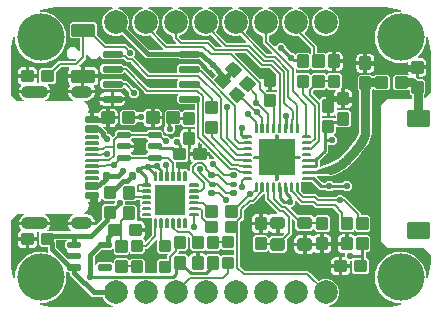
<source format=gbr>
G04 EAGLE Gerber RS-274X export*
G75*
%MOMM*%
%FSLAX34Y34*%
%LPD*%
%INTop Copper*%
%IPPOS*%
%AMOC8*
5,1,8,0,0,1.08239X$1,22.5*%
G01*
%ADD10C,0.300000*%
%ADD11C,2.000000*%
%ADD12C,0.363000*%
%ADD13C,0.330000*%
%ADD14C,0.264000*%
%ADD15C,0.187834*%
%ADD16R,3.150000X3.150000*%
%ADD17C,0.402334*%
%ADD18C,0.140000*%
%ADD19R,2.500000X2.500000*%
%ADD20C,0.550000*%
%ADD21C,0.420000*%
%ADD22C,1.000000*%
%ADD23C,0.150000*%
%ADD24C,4.000000*%
%ADD25C,0.554000*%
%ADD26C,0.279400*%
%ADD27C,0.406400*%
%ADD28C,0.203200*%
%ADD29C,0.863600*%
%ADD30C,0.762000*%
%ADD31C,0.287019*%
%ADD32C,0.254000*%

G36*
X320059Y-126996D02*
X320059Y-126996D01*
X320090Y-126998D01*
X324963Y-126678D01*
X324987Y-126673D01*
X325111Y-126654D01*
X332696Y-124621D01*
X332718Y-124611D01*
X332742Y-124607D01*
X332830Y-124561D01*
X332921Y-124520D01*
X332938Y-124504D01*
X332960Y-124492D01*
X333028Y-124420D01*
X333101Y-124353D01*
X333112Y-124332D01*
X333129Y-124314D01*
X333171Y-124224D01*
X333218Y-124137D01*
X333222Y-124113D01*
X333233Y-124091D01*
X333243Y-123992D01*
X333261Y-123894D01*
X333257Y-123870D01*
X333260Y-123847D01*
X333239Y-123749D01*
X333224Y-123651D01*
X333213Y-123630D01*
X333207Y-123606D01*
X333156Y-123521D01*
X333111Y-123432D01*
X333094Y-123416D01*
X333081Y-123395D01*
X333006Y-123330D01*
X332934Y-123261D01*
X332913Y-123251D01*
X332894Y-123235D01*
X332802Y-123198D01*
X332712Y-123155D01*
X332689Y-123152D01*
X332666Y-123143D01*
X332499Y-123125D01*
X328458Y-123125D01*
X320547Y-119848D01*
X314492Y-113793D01*
X311215Y-105882D01*
X311215Y-97318D01*
X314492Y-89407D01*
X320547Y-83352D01*
X328458Y-80075D01*
X337022Y-80075D01*
X344933Y-83352D01*
X350988Y-89407D01*
X354265Y-97318D01*
X354265Y-101359D01*
X354269Y-101383D01*
X354266Y-101407D01*
X354288Y-101504D01*
X354304Y-101602D01*
X354316Y-101623D01*
X354321Y-101647D01*
X354373Y-101732D01*
X354420Y-101820D01*
X354437Y-101836D01*
X354450Y-101857D01*
X354526Y-101920D01*
X354598Y-101989D01*
X354620Y-101999D01*
X354638Y-102015D01*
X354731Y-102051D01*
X354821Y-102093D01*
X354845Y-102095D01*
X354867Y-102104D01*
X354967Y-102109D01*
X355065Y-102120D01*
X355089Y-102115D01*
X355113Y-102116D01*
X355209Y-102089D01*
X355306Y-102067D01*
X355326Y-102055D01*
X355350Y-102048D01*
X355432Y-101992D01*
X355517Y-101941D01*
X355533Y-101923D01*
X355552Y-101909D01*
X355612Y-101830D01*
X355677Y-101754D01*
X355686Y-101732D01*
X355700Y-101713D01*
X355761Y-101556D01*
X357794Y-93971D01*
X357796Y-93947D01*
X357818Y-93823D01*
X358138Y-88950D01*
X358136Y-88931D01*
X358139Y-88900D01*
X358139Y-82804D01*
X358125Y-82714D01*
X358117Y-82623D01*
X358105Y-82593D01*
X358100Y-82561D01*
X358057Y-82481D01*
X358021Y-82397D01*
X357995Y-82365D01*
X357984Y-82344D01*
X357961Y-82322D01*
X357916Y-82266D01*
X352582Y-76932D01*
X352508Y-76879D01*
X352439Y-76819D01*
X352409Y-76807D01*
X352383Y-76788D01*
X352296Y-76761D01*
X352211Y-76727D01*
X352170Y-76723D01*
X352147Y-76716D01*
X352115Y-76717D01*
X352044Y-76709D01*
X321625Y-76709D01*
X315975Y-71059D01*
X316007Y-1565D01*
X316020Y-1532D01*
X316025Y-1491D01*
X316032Y-1469D01*
X316031Y-1437D01*
X316039Y-1365D01*
X316039Y44135D01*
X321149Y49245D01*
X341440Y49245D01*
X341459Y49248D01*
X341479Y49246D01*
X341580Y49268D01*
X341682Y49285D01*
X341700Y49294D01*
X341719Y49298D01*
X341808Y49352D01*
X341900Y49400D01*
X341913Y49414D01*
X341930Y49424D01*
X341998Y49503D01*
X342069Y49578D01*
X342077Y49596D01*
X342090Y49611D01*
X342129Y49708D01*
X342173Y49801D01*
X342175Y49821D01*
X342182Y49840D01*
X342201Y50006D01*
X342201Y52099D01*
X342186Y52190D01*
X342179Y52280D01*
X342166Y52310D01*
X342161Y52342D01*
X342118Y52423D01*
X342083Y52507D01*
X342057Y52539D01*
X342046Y52560D01*
X342023Y52582D01*
X341978Y52638D01*
X340503Y54113D01*
X340503Y56847D01*
X340491Y56917D01*
X340489Y56989D01*
X340471Y57038D01*
X340463Y57089D01*
X340430Y57153D01*
X340405Y57220D01*
X340372Y57261D01*
X340348Y57307D01*
X340296Y57356D01*
X340251Y57412D01*
X340207Y57440D01*
X340170Y57476D01*
X340105Y57506D01*
X340044Y57545D01*
X339994Y57558D01*
X339947Y57580D01*
X339875Y57588D01*
X339806Y57605D01*
X339754Y57601D01*
X339702Y57607D01*
X339632Y57592D01*
X339560Y57586D01*
X339513Y57566D01*
X339462Y57555D01*
X339400Y57518D01*
X339334Y57490D01*
X339278Y57445D01*
X339251Y57429D01*
X339235Y57411D01*
X339203Y57385D01*
X338793Y56975D01*
X328288Y56975D01*
X326516Y58747D01*
X326516Y68253D01*
X328288Y70025D01*
X338979Y70025D01*
X339096Y70044D01*
X339214Y70062D01*
X339218Y70064D01*
X339222Y70064D01*
X339327Y70120D01*
X339433Y70175D01*
X339436Y70178D01*
X339440Y70180D01*
X339521Y70265D01*
X339604Y70351D01*
X339606Y70355D01*
X339609Y70358D01*
X339659Y70466D01*
X339710Y70573D01*
X339711Y70577D01*
X339713Y70581D01*
X339726Y70699D01*
X339740Y70817D01*
X339739Y70822D01*
X339740Y70825D01*
X339737Y70839D01*
X339715Y70983D01*
X339487Y71834D01*
X339487Y74842D01*
X345504Y74842D01*
X345504Y68701D01*
X345523Y68587D01*
X345540Y68470D01*
X345543Y68465D01*
X345544Y68459D01*
X345599Y68356D01*
X345652Y68251D01*
X345656Y68247D01*
X345659Y68241D01*
X345744Y68161D01*
X345827Y68079D01*
X345834Y68075D01*
X345837Y68072D01*
X345854Y68064D01*
X345897Y68040D01*
X347324Y66613D01*
X347398Y66560D01*
X347468Y66501D01*
X347498Y66489D01*
X347524Y66470D01*
X347611Y66443D01*
X347696Y66409D01*
X347737Y66404D01*
X347759Y66397D01*
X347791Y66398D01*
X347863Y66390D01*
X351780Y66390D01*
X353552Y64619D01*
X353552Y54113D01*
X353093Y53654D01*
X353040Y53580D01*
X352981Y53510D01*
X352969Y53480D01*
X352950Y53454D01*
X352923Y53367D01*
X352889Y53282D01*
X352884Y53241D01*
X352877Y53219D01*
X352878Y53187D01*
X352870Y53115D01*
X352870Y51054D01*
X352882Y50983D01*
X352884Y50912D01*
X352902Y50863D01*
X352910Y50811D01*
X352943Y50748D01*
X352968Y50681D01*
X353001Y50640D01*
X353025Y50594D01*
X353077Y50545D01*
X353122Y50489D01*
X353166Y50460D01*
X353203Y50424D01*
X353268Y50394D01*
X353329Y50356D01*
X353379Y50343D01*
X353426Y50321D01*
X353498Y50313D01*
X353567Y50295D01*
X353619Y50300D01*
X353671Y50294D01*
X353741Y50309D01*
X353812Y50315D01*
X353860Y50335D01*
X353911Y50346D01*
X353973Y50383D01*
X354039Y50411D01*
X354095Y50456D01*
X354122Y50472D01*
X354138Y50490D01*
X354170Y50516D01*
X357916Y54262D01*
X357969Y54336D01*
X358029Y54406D01*
X358041Y54436D01*
X358060Y54462D01*
X358087Y54549D01*
X358121Y54634D01*
X358125Y54675D01*
X358132Y54697D01*
X358131Y54729D01*
X358139Y54801D01*
X358139Y88900D01*
X358136Y88919D01*
X358138Y88950D01*
X357818Y93823D01*
X357813Y93847D01*
X357794Y93971D01*
X355761Y101556D01*
X355751Y101578D01*
X355747Y101602D01*
X355701Y101690D01*
X355660Y101781D01*
X355644Y101798D01*
X355632Y101820D01*
X355560Y101888D01*
X355493Y101961D01*
X355472Y101972D01*
X355454Y101989D01*
X355364Y102031D01*
X355277Y102078D01*
X355253Y102082D01*
X355231Y102093D01*
X355132Y102103D01*
X355034Y102121D01*
X355010Y102117D01*
X354987Y102120D01*
X354889Y102099D01*
X354791Y102084D01*
X354770Y102073D01*
X354746Y102067D01*
X354661Y102016D01*
X354572Y101971D01*
X354556Y101954D01*
X354535Y101941D01*
X354470Y101866D01*
X354401Y101794D01*
X354391Y101773D01*
X354375Y101754D01*
X354338Y101662D01*
X354295Y101572D01*
X354292Y101549D01*
X354283Y101526D01*
X354265Y101359D01*
X354265Y97318D01*
X350988Y89407D01*
X347286Y85706D01*
X347245Y85648D01*
X347195Y85596D01*
X347173Y85548D01*
X347143Y85506D01*
X347122Y85438D01*
X347092Y85373D01*
X347086Y85321D01*
X347071Y85271D01*
X347072Y85199D01*
X347065Y85128D01*
X347076Y85077D01*
X347077Y85025D01*
X347102Y84958D01*
X347117Y84888D01*
X347143Y84843D01*
X347161Y84794D01*
X347206Y84738D01*
X347243Y84677D01*
X347283Y84643D01*
X347315Y84602D01*
X347375Y84563D01*
X347430Y84517D01*
X347478Y84497D01*
X347522Y84469D01*
X347591Y84452D01*
X347658Y84425D01*
X347729Y84417D01*
X347761Y84409D01*
X347784Y84411D01*
X347825Y84406D01*
X351059Y84406D01*
X352087Y84131D01*
X353009Y83599D01*
X353761Y82847D01*
X354293Y81925D01*
X354568Y80898D01*
X354568Y77889D01*
X347790Y77889D01*
X347770Y77886D01*
X347750Y77888D01*
X347649Y77866D01*
X347547Y77849D01*
X347529Y77840D01*
X347510Y77836D01*
X347421Y77782D01*
X347329Y77734D01*
X347316Y77720D01*
X347299Y77709D01*
X347231Y77631D01*
X347160Y77556D01*
X347152Y77538D01*
X347139Y77522D01*
X347100Y77426D01*
X347056Y77333D01*
X347054Y77313D01*
X347047Y77294D01*
X347028Y77128D01*
X347028Y76365D01*
X347027Y76365D01*
X347027Y77128D01*
X347023Y77147D01*
X347026Y77167D01*
X347004Y77268D01*
X346987Y77370D01*
X346978Y77388D01*
X346973Y77407D01*
X346920Y77496D01*
X346872Y77588D01*
X346857Y77601D01*
X346847Y77618D01*
X346768Y77686D01*
X346693Y77757D01*
X346675Y77765D01*
X346660Y77778D01*
X346564Y77817D01*
X346470Y77861D01*
X346451Y77863D01*
X346432Y77870D01*
X346265Y77889D01*
X339487Y77889D01*
X339487Y79957D01*
X339479Y80002D01*
X339481Y80048D01*
X339460Y80123D01*
X339447Y80200D01*
X339426Y80240D01*
X339413Y80285D01*
X339368Y80349D01*
X339332Y80417D01*
X339299Y80449D01*
X339272Y80487D01*
X339210Y80533D01*
X339154Y80587D01*
X339112Y80606D01*
X339075Y80633D01*
X339001Y80657D01*
X338931Y80690D01*
X338885Y80695D01*
X338841Y80710D01*
X338763Y80709D01*
X338686Y80717D01*
X338641Y80708D01*
X338595Y80707D01*
X338464Y80669D01*
X338446Y80665D01*
X338441Y80663D01*
X338434Y80660D01*
X337022Y80075D01*
X328458Y80075D01*
X320547Y83352D01*
X314492Y89407D01*
X311215Y97318D01*
X311215Y105882D01*
X314492Y113793D01*
X320547Y119848D01*
X328458Y123125D01*
X332499Y123125D01*
X332523Y123129D01*
X332547Y123126D01*
X332644Y123148D01*
X332742Y123164D01*
X332763Y123176D01*
X332787Y123181D01*
X332872Y123233D01*
X332960Y123280D01*
X332976Y123297D01*
X332997Y123310D01*
X333060Y123386D01*
X333129Y123458D01*
X333139Y123480D01*
X333155Y123498D01*
X333191Y123591D01*
X333233Y123681D01*
X333235Y123705D01*
X333244Y123727D01*
X333249Y123827D01*
X333260Y123925D01*
X333255Y123949D01*
X333256Y123973D01*
X333229Y124069D01*
X333207Y124166D01*
X333195Y124186D01*
X333188Y124210D01*
X333132Y124292D01*
X333081Y124377D01*
X333063Y124393D01*
X333049Y124412D01*
X332970Y124472D01*
X332894Y124537D01*
X332872Y124546D01*
X332853Y124560D01*
X332696Y124621D01*
X325111Y126654D01*
X325087Y126656D01*
X324963Y126678D01*
X320090Y126998D01*
X320071Y126996D01*
X320040Y126999D01*
X272524Y126999D01*
X272428Y126984D01*
X272331Y126974D01*
X272307Y126964D01*
X272281Y126960D01*
X272195Y126914D01*
X272106Y126874D01*
X272087Y126857D01*
X272064Y126844D01*
X271997Y126774D01*
X271925Y126708D01*
X271912Y126685D01*
X271894Y126666D01*
X271853Y126578D01*
X271806Y126492D01*
X271802Y126467D01*
X271791Y126443D01*
X271780Y126346D01*
X271763Y126250D01*
X271766Y126224D01*
X271764Y126199D01*
X271784Y126103D01*
X271798Y126007D01*
X271810Y125984D01*
X271816Y125958D01*
X271866Y125875D01*
X271910Y125788D01*
X271929Y125769D01*
X271942Y125747D01*
X272016Y125684D01*
X272086Y125616D01*
X272114Y125600D01*
X272129Y125587D01*
X272160Y125575D01*
X272233Y125535D01*
X275768Y124070D01*
X279010Y120828D01*
X280765Y116592D01*
X280765Y112008D01*
X279010Y107772D01*
X275768Y104530D01*
X271532Y102775D01*
X266948Y102775D01*
X262712Y104530D01*
X259470Y107772D01*
X257715Y112008D01*
X257715Y116592D01*
X259470Y120828D01*
X262712Y124070D01*
X266247Y125535D01*
X266330Y125586D01*
X266416Y125632D01*
X266434Y125651D01*
X266457Y125664D01*
X266519Y125739D01*
X266586Y125810D01*
X266597Y125834D01*
X266613Y125854D01*
X266648Y125945D01*
X266689Y126033D01*
X266692Y126059D01*
X266702Y126083D01*
X266706Y126181D01*
X266716Y126277D01*
X266711Y126303D01*
X266712Y126329D01*
X266685Y126423D01*
X266664Y126518D01*
X266651Y126540D01*
X266643Y126565D01*
X266588Y126645D01*
X266538Y126729D01*
X266518Y126746D01*
X266503Y126767D01*
X266425Y126826D01*
X266351Y126889D01*
X266327Y126899D01*
X266306Y126914D01*
X266213Y126944D01*
X266123Y126981D01*
X266090Y126984D01*
X266072Y126990D01*
X266039Y126990D01*
X265956Y126999D01*
X247124Y126999D01*
X247028Y126984D01*
X246931Y126974D01*
X246907Y126964D01*
X246881Y126960D01*
X246795Y126914D01*
X246706Y126874D01*
X246687Y126857D01*
X246664Y126844D01*
X246597Y126774D01*
X246525Y126708D01*
X246512Y126685D01*
X246494Y126666D01*
X246453Y126578D01*
X246406Y126492D01*
X246402Y126467D01*
X246391Y126443D01*
X246380Y126346D01*
X246363Y126250D01*
X246366Y126224D01*
X246364Y126199D01*
X246384Y126103D01*
X246398Y126007D01*
X246410Y125984D01*
X246416Y125958D01*
X246466Y125875D01*
X246510Y125788D01*
X246529Y125769D01*
X246542Y125747D01*
X246616Y125684D01*
X246686Y125616D01*
X246714Y125600D01*
X246729Y125587D01*
X246760Y125575D01*
X246833Y125535D01*
X250368Y124070D01*
X253610Y120828D01*
X255365Y116592D01*
X255365Y112008D01*
X253610Y107772D01*
X251760Y105922D01*
X251749Y105906D01*
X251733Y105893D01*
X251677Y105806D01*
X251617Y105722D01*
X251611Y105703D01*
X251600Y105686D01*
X251575Y105586D01*
X251544Y105487D01*
X251545Y105467D01*
X251540Y105448D01*
X251548Y105345D01*
X251551Y105241D01*
X251558Y105222D01*
X251559Y105203D01*
X251599Y105108D01*
X251635Y105010D01*
X251648Y104994D01*
X251655Y104976D01*
X251760Y104845D01*
X260544Y96061D01*
X262256Y94350D01*
X262256Y89311D01*
X262259Y89291D01*
X262257Y89272D01*
X262279Y89170D01*
X262295Y89068D01*
X262305Y89051D01*
X262309Y89031D01*
X262362Y88942D01*
X262411Y88851D01*
X262425Y88837D01*
X262435Y88820D01*
X262514Y88753D01*
X262589Y88681D01*
X262607Y88673D01*
X262622Y88660D01*
X262718Y88621D01*
X262812Y88578D01*
X262832Y88576D01*
X262850Y88568D01*
X263017Y88550D01*
X268151Y88550D01*
X268618Y88082D01*
X268634Y88071D01*
X268647Y88055D01*
X268734Y87999D01*
X268818Y87939D01*
X268837Y87933D01*
X268854Y87922D01*
X268954Y87897D01*
X269053Y87866D01*
X269073Y87867D01*
X269092Y87862D01*
X269195Y87870D01*
X269299Y87873D01*
X269318Y87880D01*
X269338Y87881D01*
X269433Y87922D01*
X269530Y87957D01*
X269546Y87970D01*
X269564Y87977D01*
X269695Y88082D01*
X270371Y88758D01*
X271292Y89290D01*
X272320Y89566D01*
X274829Y89566D01*
X274829Y82287D01*
X274832Y82267D01*
X274830Y82248D01*
X274852Y82146D01*
X274869Y82044D01*
X274878Y82027D01*
X274882Y82007D01*
X274935Y81918D01*
X274984Y81827D01*
X274998Y81813D01*
X275008Y81796D01*
X275087Y81729D01*
X275162Y81658D01*
X275180Y81649D01*
X275195Y81636D01*
X275291Y81597D01*
X275385Y81554D01*
X275405Y81552D01*
X275423Y81544D01*
X275590Y81526D01*
X276353Y81526D01*
X276353Y81524D01*
X275590Y81524D01*
X275570Y81521D01*
X275551Y81523D01*
X275449Y81501D01*
X275347Y81484D01*
X275330Y81475D01*
X275310Y81471D01*
X275221Y81418D01*
X275130Y81369D01*
X275116Y81355D01*
X275099Y81345D01*
X275032Y81266D01*
X274961Y81191D01*
X274952Y81173D01*
X274939Y81158D01*
X274900Y81062D01*
X274857Y80968D01*
X274855Y80948D01*
X274847Y80930D01*
X274829Y80763D01*
X274829Y73484D01*
X272320Y73484D01*
X271292Y73760D01*
X270371Y74292D01*
X269695Y74968D01*
X269679Y74979D01*
X269666Y74995D01*
X269579Y75051D01*
X269495Y75111D01*
X269476Y75117D01*
X269459Y75128D01*
X269359Y75153D01*
X269260Y75184D01*
X269240Y75183D01*
X269221Y75188D01*
X269118Y75180D01*
X269014Y75177D01*
X268995Y75170D01*
X268976Y75169D01*
X268881Y75128D01*
X268783Y75093D01*
X268768Y75080D01*
X268749Y75073D01*
X268618Y74968D01*
X268151Y74500D01*
X258645Y74500D01*
X257332Y75813D01*
X257316Y75825D01*
X257304Y75840D01*
X257216Y75896D01*
X257133Y75957D01*
X257114Y75962D01*
X257097Y75973D01*
X256996Y75999D01*
X256897Y76029D01*
X256878Y76028D01*
X256858Y76033D01*
X256755Y76025D01*
X256652Y76023D01*
X256633Y76016D01*
X256613Y76014D01*
X256518Y75974D01*
X256421Y75938D01*
X256405Y75926D01*
X256387Y75918D01*
X256256Y75813D01*
X254943Y74500D01*
X245437Y74500D01*
X245299Y74638D01*
X245241Y74680D01*
X245189Y74730D01*
X245142Y74752D01*
X245099Y74782D01*
X245031Y74803D01*
X244966Y74833D01*
X244914Y74839D01*
X244864Y74854D01*
X244792Y74852D01*
X244721Y74860D01*
X244670Y74849D01*
X244618Y74848D01*
X244551Y74823D01*
X244481Y74808D01*
X244436Y74781D01*
X244387Y74763D01*
X244331Y74719D01*
X244270Y74682D01*
X244236Y74642D01*
X244195Y74610D01*
X244157Y74550D01*
X244110Y74495D01*
X244090Y74447D01*
X244062Y74403D01*
X244045Y74333D01*
X244018Y74267D01*
X244010Y74196D01*
X244002Y74164D01*
X244004Y74141D01*
X243999Y74100D01*
X243999Y71950D01*
X244011Y71879D01*
X244013Y71807D01*
X244031Y71758D01*
X244039Y71707D01*
X244073Y71644D01*
X244097Y71576D01*
X244130Y71536D01*
X244154Y71490D01*
X244206Y71440D01*
X244251Y71384D01*
X244295Y71356D01*
X244333Y71320D01*
X244398Y71290D01*
X244458Y71251D01*
X244508Y71239D01*
X244556Y71217D01*
X244627Y71209D01*
X244697Y71191D01*
X244748Y71195D01*
X244800Y71190D01*
X244870Y71205D01*
X244942Y71210D01*
X244990Y71231D01*
X245041Y71242D01*
X245102Y71279D01*
X245168Y71307D01*
X245224Y71352D01*
X245252Y71368D01*
X245267Y71386D01*
X245299Y71412D01*
X245437Y71550D01*
X254943Y71550D01*
X256256Y70237D01*
X256272Y70225D01*
X256284Y70210D01*
X256372Y70154D01*
X256455Y70093D01*
X256474Y70088D01*
X256491Y70077D01*
X256592Y70051D01*
X256691Y70021D01*
X256710Y70022D01*
X256730Y70017D01*
X256833Y70025D01*
X256936Y70027D01*
X256955Y70034D01*
X256975Y70036D01*
X257070Y70076D01*
X257167Y70112D01*
X257183Y70124D01*
X257201Y70132D01*
X257332Y70237D01*
X258645Y71550D01*
X268151Y71550D01*
X269337Y70364D01*
X269353Y70352D01*
X269365Y70337D01*
X269442Y70288D01*
X269457Y70275D01*
X269466Y70271D01*
X269536Y70220D01*
X269555Y70215D01*
X269572Y70204D01*
X269673Y70178D01*
X269772Y70148D01*
X269791Y70149D01*
X269811Y70144D01*
X269914Y70152D01*
X270017Y70154D01*
X270036Y70161D01*
X270056Y70163D01*
X270151Y70203D01*
X270248Y70239D01*
X270264Y70251D01*
X270282Y70259D01*
X270355Y70318D01*
X270359Y70319D01*
X270362Y70323D01*
X270413Y70364D01*
X271599Y71550D01*
X281105Y71550D01*
X282877Y69778D01*
X282877Y59272D01*
X282720Y59115D01*
X282678Y59057D01*
X282629Y59005D01*
X282607Y58958D01*
X282576Y58916D01*
X282555Y58847D01*
X282525Y58782D01*
X282519Y58730D01*
X282504Y58680D01*
X282506Y58609D01*
X282498Y58538D01*
X282509Y58487D01*
X282510Y58435D01*
X282535Y58367D01*
X282550Y58297D01*
X282577Y58252D01*
X282595Y58204D01*
X282640Y58148D01*
X282676Y58086D01*
X282716Y58052D01*
X282748Y58012D01*
X282766Y58000D01*
X282766Y50537D01*
X282770Y50517D01*
X282767Y50498D01*
X282789Y50396D01*
X282806Y50294D01*
X282815Y50277D01*
X282820Y50257D01*
X282873Y50168D01*
X282921Y50077D01*
X282936Y50063D01*
X282946Y50046D01*
X283024Y49979D01*
X283099Y49908D01*
X283118Y49899D01*
X283133Y49886D01*
X283229Y49847D01*
X283323Y49804D01*
X283342Y49802D01*
X283361Y49794D01*
X283528Y49776D01*
X284290Y49776D01*
X284290Y49774D01*
X283528Y49774D01*
X283508Y49771D01*
X283488Y49773D01*
X283387Y49751D01*
X283285Y49734D01*
X283267Y49725D01*
X283248Y49721D01*
X283159Y49668D01*
X283067Y49619D01*
X283054Y49605D01*
X283037Y49595D01*
X282969Y49516D01*
X282898Y49441D01*
X282890Y49423D01*
X282877Y49408D01*
X282838Y49312D01*
X282794Y49218D01*
X282792Y49198D01*
X282785Y49180D01*
X282766Y49013D01*
X282766Y41734D01*
X280258Y41734D01*
X280120Y41771D01*
X280001Y41783D01*
X279884Y41796D01*
X279880Y41795D01*
X279876Y41795D01*
X279760Y41769D01*
X279643Y41744D01*
X279640Y41742D01*
X279636Y41741D01*
X279534Y41678D01*
X279432Y41618D01*
X279430Y41614D01*
X279426Y41612D01*
X279349Y41521D01*
X279272Y41431D01*
X279271Y41427D01*
X279268Y41424D01*
X279225Y41313D01*
X279180Y41202D01*
X279180Y41197D01*
X279179Y41194D01*
X279178Y41181D01*
X279162Y41036D01*
X279162Y40561D01*
X279165Y40541D01*
X279163Y40522D01*
X279185Y40420D01*
X279202Y40318D01*
X279211Y40301D01*
X279215Y40281D01*
X279268Y40192D01*
X279317Y40101D01*
X279331Y40087D01*
X279341Y40070D01*
X279420Y40003D01*
X279495Y39931D01*
X279513Y39923D01*
X279528Y39910D01*
X279625Y39871D01*
X279718Y39828D01*
X279738Y39826D01*
X279757Y39818D01*
X279923Y39800D01*
X289042Y39800D01*
X290814Y38028D01*
X290814Y27522D01*
X289042Y25750D01*
X279537Y25750D01*
X279446Y25841D01*
X279387Y25883D01*
X279335Y25933D01*
X279288Y25955D01*
X279246Y25985D01*
X279177Y26006D01*
X279112Y26036D01*
X279061Y26042D01*
X279011Y26057D01*
X278939Y26055D01*
X278868Y26063D01*
X278817Y26052D01*
X278765Y26051D01*
X278698Y26026D01*
X278627Y26011D01*
X278583Y25984D01*
X278534Y25966D01*
X278478Y25922D01*
X278416Y25885D01*
X278382Y25845D01*
X278342Y25813D01*
X278303Y25753D01*
X278256Y25698D01*
X278237Y25650D01*
X278209Y25606D01*
X278191Y25536D01*
X278164Y25470D01*
X278157Y25399D01*
X278149Y25367D01*
X278151Y25344D01*
X278146Y25303D01*
X278146Y21172D01*
X276802Y19829D01*
X276791Y19812D01*
X276775Y19800D01*
X276719Y19713D01*
X276659Y19629D01*
X276653Y19610D01*
X276642Y19593D01*
X276617Y19493D01*
X276586Y19394D01*
X276587Y19374D01*
X276582Y19354D01*
X276590Y19251D01*
X276593Y19148D01*
X276600Y19129D01*
X276601Y19109D01*
X276642Y19014D01*
X276677Y18917D01*
X276690Y18901D01*
X276698Y18883D01*
X276802Y18752D01*
X278694Y16860D01*
X278694Y13302D01*
X276178Y10787D01*
X272604Y10787D01*
X272557Y10831D01*
X272510Y10853D01*
X272468Y10883D01*
X272399Y10904D01*
X272334Y10934D01*
X272283Y10940D01*
X272233Y10955D01*
X272161Y10953D01*
X272090Y10961D01*
X272039Y10950D01*
X271987Y10949D01*
X271920Y10924D01*
X271849Y10909D01*
X271805Y10882D01*
X271756Y10865D01*
X271700Y10820D01*
X271638Y10783D01*
X271604Y10743D01*
X271564Y10711D01*
X271525Y10651D01*
X271478Y10596D01*
X271459Y10548D01*
X271431Y10504D01*
X271413Y10434D01*
X271386Y10368D01*
X271379Y10297D01*
X271371Y10265D01*
X271373Y10242D01*
X271368Y10201D01*
X271368Y4346D01*
X264447Y-2575D01*
X264394Y-2649D01*
X264335Y-2718D01*
X264323Y-2748D01*
X264304Y-2774D01*
X264277Y-2862D01*
X264243Y-2946D01*
X264238Y-2987D01*
X264231Y-3010D01*
X264232Y-3042D01*
X264224Y-3113D01*
X264224Y-6900D01*
X264229Y-6929D01*
X264226Y-6958D01*
X264249Y-7050D01*
X264264Y-7143D01*
X264278Y-7169D01*
X264285Y-7197D01*
X264335Y-7277D01*
X264379Y-7360D01*
X264400Y-7380D01*
X264416Y-7405D01*
X264489Y-7465D01*
X264557Y-7530D01*
X264584Y-7542D01*
X264607Y-7561D01*
X264695Y-7594D01*
X264780Y-7633D01*
X264810Y-7637D01*
X264837Y-7647D01*
X264931Y-7650D01*
X265025Y-7660D01*
X265054Y-7654D01*
X265083Y-7655D01*
X265246Y-7615D01*
X270625Y-5657D01*
X270661Y-5637D01*
X270700Y-5625D01*
X270754Y-5591D01*
X270997Y-5520D01*
X271014Y-5512D01*
X271044Y-5505D01*
X272151Y-5102D01*
X272160Y-5101D01*
X272251Y-5104D01*
X272292Y-5094D01*
X272315Y-5093D01*
X272345Y-5082D01*
X272414Y-5065D01*
X274706Y-4234D01*
X274728Y-4221D01*
X274838Y-4171D01*
X280041Y-1049D01*
X280060Y-1032D01*
X280158Y-962D01*
X282418Y1072D01*
X282431Y1088D01*
X282448Y1101D01*
X282456Y1111D01*
X282470Y1124D01*
X289018Y8278D01*
X289029Y8294D01*
X289051Y8316D01*
X295120Y15881D01*
X295134Y15907D01*
X295169Y15951D01*
X296144Y17496D01*
X296148Y17503D01*
X296153Y17509D01*
X296223Y17661D01*
X297374Y21116D01*
X297376Y21124D01*
X297379Y21131D01*
X297411Y21296D01*
X297558Y23116D01*
X297556Y23139D01*
X297560Y23177D01*
X297560Y56179D01*
X297546Y56269D01*
X297538Y56360D01*
X297526Y56390D01*
X297521Y56422D01*
X297478Y56503D01*
X297442Y56587D01*
X297416Y56619D01*
X297405Y56639D01*
X297382Y56662D01*
X297337Y56718D01*
X296370Y57685D01*
X296370Y68190D01*
X298142Y69962D01*
X307648Y69962D01*
X308552Y69058D01*
X308626Y69005D01*
X308696Y68945D01*
X308726Y68933D01*
X308752Y68914D01*
X308839Y68887D01*
X308924Y68853D01*
X308965Y68849D01*
X308987Y68842D01*
X309019Y68843D01*
X309091Y68835D01*
X309782Y68835D01*
X309873Y68849D01*
X309963Y68857D01*
X309993Y68869D01*
X310025Y68874D01*
X310106Y68917D01*
X310190Y68953D01*
X310222Y68979D01*
X310243Y68990D01*
X310265Y69013D01*
X310321Y69058D01*
X311288Y70025D01*
X321794Y70025D01*
X323565Y68253D01*
X323565Y58747D01*
X321794Y56975D01*
X311288Y56975D01*
X310537Y57726D01*
X310521Y57737D01*
X310509Y57753D01*
X310421Y57809D01*
X310338Y57869D01*
X310319Y57875D01*
X310302Y57886D01*
X310201Y57911D01*
X310103Y57942D01*
X310083Y57941D01*
X310063Y57946D01*
X309960Y57938D01*
X309857Y57935D01*
X309838Y57928D01*
X309818Y57927D01*
X309723Y57886D01*
X309626Y57851D01*
X309610Y57838D01*
X309592Y57830D01*
X309461Y57726D01*
X308453Y56718D01*
X308400Y56644D01*
X308340Y56574D01*
X308328Y56544D01*
X308309Y56518D01*
X308282Y56431D01*
X308248Y56346D01*
X308244Y56305D01*
X308237Y56283D01*
X308238Y56251D01*
X308230Y56179D01*
X308230Y19478D01*
X305890Y12459D01*
X303860Y9752D01*
X303670Y9499D01*
X297394Y1131D01*
X290932Y-5483D01*
X290085Y-6350D01*
X286917Y-9593D01*
X279142Y-14258D01*
X274827Y-15517D01*
X274738Y-15559D01*
X274647Y-15596D01*
X274622Y-15615D01*
X274605Y-15623D01*
X274581Y-15646D01*
X274514Y-15698D01*
X274424Y-15783D01*
X274068Y-15775D01*
X274036Y-15780D01*
X274003Y-15777D01*
X273838Y-15805D01*
X273770Y-15825D01*
X273153Y-15758D01*
X273129Y-15759D01*
X273087Y-15753D01*
X262955Y-15527D01*
X262875Y-15538D01*
X262795Y-15540D01*
X262754Y-15555D01*
X262711Y-15561D01*
X262640Y-15597D01*
X262564Y-15625D01*
X262530Y-15652D01*
X262491Y-15671D01*
X262435Y-15728D01*
X262372Y-15778D01*
X262349Y-15815D01*
X262318Y-15846D01*
X262283Y-15918D01*
X262239Y-15985D01*
X262229Y-16028D01*
X262209Y-16067D01*
X262199Y-16146D01*
X262179Y-16224D01*
X262183Y-16267D01*
X262177Y-16310D01*
X262192Y-16389D01*
X262198Y-16469D01*
X262215Y-16509D01*
X262224Y-16552D01*
X262263Y-16622D01*
X262295Y-16695D01*
X262331Y-16740D01*
X262345Y-16766D01*
X262366Y-16785D01*
X262399Y-16826D01*
X266682Y-21109D01*
X266756Y-21162D01*
X266826Y-21222D01*
X266856Y-21234D01*
X266882Y-21253D01*
X266969Y-21279D01*
X267054Y-21314D01*
X267095Y-21318D01*
X267117Y-21325D01*
X267149Y-21324D01*
X267221Y-21332D01*
X269133Y-21332D01*
X269223Y-21317D01*
X269314Y-21310D01*
X269344Y-21298D01*
X269376Y-21292D01*
X269456Y-21250D01*
X269540Y-21214D01*
X269572Y-21188D01*
X269593Y-21177D01*
X269615Y-21154D01*
X269671Y-21109D01*
X270821Y-19959D01*
X274379Y-19959D01*
X275529Y-21109D01*
X275603Y-21162D01*
X275672Y-21222D01*
X275702Y-21234D01*
X275729Y-21253D01*
X275816Y-21279D01*
X275901Y-21314D01*
X275941Y-21318D01*
X275964Y-21325D01*
X275996Y-21324D01*
X276067Y-21332D01*
X283919Y-21332D01*
X284009Y-21317D01*
X284100Y-21310D01*
X284130Y-21298D01*
X284161Y-21292D01*
X284242Y-21250D01*
X284326Y-21214D01*
X284358Y-21188D01*
X284379Y-21177D01*
X284401Y-21154D01*
X284457Y-21109D01*
X285580Y-19986D01*
X289138Y-19986D01*
X291654Y-22502D01*
X291654Y-26060D01*
X289138Y-28575D01*
X285580Y-28575D01*
X284403Y-27398D01*
X284329Y-27345D01*
X284260Y-27286D01*
X284229Y-27274D01*
X284203Y-27255D01*
X284116Y-27228D01*
X284031Y-27194D01*
X283991Y-27189D01*
X283968Y-27183D01*
X283936Y-27183D01*
X283865Y-27175D01*
X276067Y-27175D01*
X275977Y-27190D01*
X275886Y-27197D01*
X275856Y-27210D01*
X275824Y-27215D01*
X275744Y-27258D01*
X275660Y-27294D01*
X275628Y-27319D01*
X275607Y-27330D01*
X275585Y-27354D01*
X275529Y-27398D01*
X274379Y-28548D01*
X270821Y-28548D01*
X269671Y-27398D01*
X269597Y-27345D01*
X269528Y-27286D01*
X269498Y-27274D01*
X269471Y-27255D01*
X269384Y-27228D01*
X269299Y-27194D01*
X269259Y-27189D01*
X269236Y-27183D01*
X269204Y-27183D01*
X269133Y-27175D01*
X264485Y-27175D01*
X257954Y-20645D01*
X257880Y-20592D01*
X257811Y-20532D01*
X257780Y-20520D01*
X257754Y-20501D01*
X257667Y-20474D01*
X257582Y-20440D01*
X257541Y-20436D01*
X257519Y-20429D01*
X257487Y-20430D01*
X257461Y-20427D01*
X257451Y-20424D01*
X257445Y-20425D01*
X257416Y-20422D01*
X257388Y-20422D01*
X257312Y-20434D01*
X257273Y-20435D01*
X257262Y-20439D01*
X257206Y-20444D01*
X257197Y-20448D01*
X249174Y-20448D01*
X249154Y-20451D01*
X249135Y-20449D01*
X249033Y-20471D01*
X248931Y-20487D01*
X248914Y-20497D01*
X248894Y-20501D01*
X248805Y-20554D01*
X248714Y-20603D01*
X248700Y-20617D01*
X248683Y-20627D01*
X248616Y-20706D01*
X248544Y-20781D01*
X248536Y-20799D01*
X248523Y-20814D01*
X248484Y-20910D01*
X248441Y-21004D01*
X248439Y-21024D01*
X248431Y-21042D01*
X248413Y-21209D01*
X248413Y-27588D01*
X248427Y-27678D01*
X248435Y-27769D01*
X248447Y-27799D01*
X248452Y-27831D01*
X248495Y-27912D01*
X248531Y-27996D01*
X248557Y-28028D01*
X248568Y-28048D01*
X248591Y-28071D01*
X248636Y-28127D01*
X251179Y-30670D01*
X251253Y-30723D01*
X251323Y-30783D01*
X251353Y-30795D01*
X251379Y-30814D01*
X251466Y-30841D01*
X251551Y-30875D01*
X251592Y-30879D01*
X251614Y-30886D01*
X251646Y-30885D01*
X251718Y-30893D01*
X261109Y-30893D01*
X263774Y-33558D01*
X263848Y-33611D01*
X263918Y-33671D01*
X263948Y-33683D01*
X263974Y-33702D01*
X264061Y-33729D01*
X264146Y-33763D01*
X264187Y-33767D01*
X264209Y-33774D01*
X264241Y-33773D01*
X264312Y-33781D01*
X277330Y-33781D01*
X277420Y-33767D01*
X277511Y-33759D01*
X277541Y-33747D01*
X277572Y-33742D01*
X277653Y-33699D01*
X277737Y-33663D01*
X277769Y-33637D01*
X277790Y-33626D01*
X277812Y-33603D01*
X277868Y-33558D01*
X279399Y-32027D01*
X282957Y-32027D01*
X284488Y-33558D01*
X284562Y-33611D01*
X284631Y-33671D01*
X284662Y-33683D01*
X284688Y-33702D01*
X284775Y-33729D01*
X284860Y-33763D01*
X284900Y-33767D01*
X284923Y-33774D01*
X284955Y-33773D01*
X285026Y-33781D01*
X286040Y-33781D01*
X298927Y-46668D01*
X298927Y-48220D01*
X298930Y-48240D01*
X298928Y-48259D01*
X298950Y-48361D01*
X298967Y-48463D01*
X298976Y-48480D01*
X298980Y-48500D01*
X299033Y-48589D01*
X299082Y-48680D01*
X299096Y-48694D01*
X299106Y-48711D01*
X299185Y-48778D01*
X299260Y-48850D01*
X299278Y-48858D01*
X299293Y-48871D01*
X299390Y-48910D01*
X299483Y-48953D01*
X299503Y-48955D01*
X299522Y-48963D01*
X299688Y-48981D01*
X305203Y-48981D01*
X306975Y-50753D01*
X306975Y-61259D01*
X305203Y-63031D01*
X295697Y-63031D01*
X294496Y-61829D01*
X294479Y-61817D01*
X294467Y-61802D01*
X294380Y-61746D01*
X294296Y-61685D01*
X294277Y-61680D01*
X294260Y-61669D01*
X294160Y-61644D01*
X294061Y-61613D01*
X294041Y-61614D01*
X294022Y-61609D01*
X293919Y-61617D01*
X293815Y-61619D01*
X293796Y-61626D01*
X293776Y-61628D01*
X293682Y-61668D01*
X293584Y-61704D01*
X293568Y-61716D01*
X293550Y-61724D01*
X293419Y-61829D01*
X292217Y-63031D01*
X282712Y-63031D01*
X280940Y-61259D01*
X280940Y-53390D01*
X280925Y-53300D01*
X280918Y-53209D01*
X280905Y-53179D01*
X280900Y-53147D01*
X280860Y-53071D01*
X280860Y-48438D01*
X280845Y-48348D01*
X280838Y-48257D01*
X280825Y-48227D01*
X280820Y-48195D01*
X280777Y-48114D01*
X280742Y-48030D01*
X280716Y-47998D01*
X280705Y-47978D01*
X280682Y-47955D01*
X280637Y-47899D01*
X276141Y-43404D01*
X276067Y-43351D01*
X275998Y-43291D01*
X275967Y-43279D01*
X275941Y-43260D01*
X275854Y-43233D01*
X275769Y-43199D01*
X275729Y-43195D01*
X275706Y-43188D01*
X275674Y-43189D01*
X275603Y-43181D01*
X261181Y-43181D01*
X258531Y-40530D01*
X258457Y-40477D01*
X258388Y-40418D01*
X258357Y-40406D01*
X258331Y-40387D01*
X258244Y-40360D01*
X258159Y-40326D01*
X258118Y-40321D01*
X258096Y-40314D01*
X258064Y-40315D01*
X257993Y-40307D01*
X248601Y-40307D01*
X246890Y-38596D01*
X244799Y-36505D01*
X244741Y-36463D01*
X244689Y-36414D01*
X244641Y-36392D01*
X244599Y-36361D01*
X244531Y-36340D01*
X244465Y-36310D01*
X244414Y-36304D01*
X244364Y-36289D01*
X244292Y-36291D01*
X244221Y-36283D01*
X244170Y-36294D01*
X244118Y-36295D01*
X244051Y-36320D01*
X243981Y-36335D01*
X243936Y-36362D01*
X243887Y-36380D01*
X243831Y-36425D01*
X243770Y-36461D01*
X243736Y-36501D01*
X243695Y-36534D01*
X243656Y-36594D01*
X243610Y-36648D01*
X243590Y-36697D01*
X243562Y-36740D01*
X243545Y-36810D01*
X243518Y-36876D01*
X243510Y-36948D01*
X243502Y-36979D01*
X243504Y-37002D01*
X243499Y-37043D01*
X243499Y-39244D01*
X240983Y-41760D01*
X240431Y-41760D01*
X240360Y-41771D01*
X240288Y-41773D01*
X240239Y-41791D01*
X240188Y-41799D01*
X240125Y-41833D01*
X240057Y-41858D01*
X240016Y-41890D01*
X239971Y-41915D01*
X239921Y-41966D01*
X239865Y-42011D01*
X239837Y-42055D01*
X239801Y-42093D01*
X239771Y-42158D01*
X239732Y-42218D01*
X239719Y-42269D01*
X239698Y-42316D01*
X239690Y-42387D01*
X239672Y-42457D01*
X239676Y-42509D01*
X239670Y-42560D01*
X239686Y-42631D01*
X239691Y-42702D01*
X239712Y-42750D01*
X239723Y-42801D01*
X239760Y-42862D01*
X239788Y-42928D01*
X239832Y-42984D01*
X239849Y-43012D01*
X239867Y-43027D01*
X239892Y-43059D01*
X245256Y-48422D01*
X245272Y-48434D01*
X245284Y-48450D01*
X245372Y-48506D01*
X245455Y-48566D01*
X245474Y-48572D01*
X245491Y-48583D01*
X245592Y-48608D01*
X245690Y-48638D01*
X245710Y-48638D01*
X245730Y-48643D01*
X245833Y-48635D01*
X245936Y-48632D01*
X245955Y-48625D01*
X245975Y-48624D01*
X246070Y-48583D01*
X246167Y-48548D01*
X246183Y-48535D01*
X246201Y-48527D01*
X246246Y-48491D01*
X257305Y-48491D01*
X259211Y-50397D01*
X259227Y-50409D01*
X259239Y-50424D01*
X259326Y-50480D01*
X259410Y-50541D01*
X259429Y-50547D01*
X259446Y-50557D01*
X259547Y-50583D01*
X259645Y-50613D01*
X259665Y-50613D01*
X259685Y-50617D01*
X259788Y-50609D01*
X259891Y-50607D01*
X259910Y-50600D01*
X259930Y-50598D01*
X260025Y-50558D01*
X260122Y-50522D01*
X260138Y-50510D01*
X260156Y-50502D01*
X260287Y-50397D01*
X261693Y-48991D01*
X271199Y-48991D01*
X272971Y-50763D01*
X272971Y-61269D01*
X271199Y-63041D01*
X261693Y-63041D01*
X259787Y-61135D01*
X259771Y-61123D01*
X259759Y-61108D01*
X259671Y-61052D01*
X259587Y-60991D01*
X259568Y-60985D01*
X259552Y-60975D01*
X259451Y-60949D01*
X259352Y-60919D01*
X259332Y-60919D01*
X259313Y-60915D01*
X259210Y-60923D01*
X259106Y-60925D01*
X259088Y-60932D01*
X259068Y-60934D01*
X258973Y-60974D01*
X258875Y-61010D01*
X258860Y-61022D01*
X258842Y-61030D01*
X258711Y-61135D01*
X257305Y-62541D01*
X246263Y-62541D01*
X243759Y-60037D01*
X243759Y-54428D01*
X243745Y-54338D01*
X243737Y-54247D01*
X243725Y-54217D01*
X243720Y-54185D01*
X243677Y-54104D01*
X243641Y-54020D01*
X243615Y-53988D01*
X243604Y-53968D01*
X243581Y-53945D01*
X243536Y-53889D01*
X241887Y-52240D01*
X241828Y-52198D01*
X241776Y-52148D01*
X241729Y-52126D01*
X241687Y-52096D01*
X241618Y-52075D01*
X241553Y-52045D01*
X241501Y-52039D01*
X241452Y-52024D01*
X241380Y-52026D01*
X241309Y-52018D01*
X241258Y-52029D01*
X241206Y-52030D01*
X241138Y-52055D01*
X241068Y-52070D01*
X241024Y-52097D01*
X240975Y-52115D01*
X240919Y-52159D01*
X240857Y-52196D01*
X240823Y-52236D01*
X240783Y-52268D01*
X240744Y-52329D01*
X240697Y-52383D01*
X240678Y-52431D01*
X240650Y-52475D01*
X240632Y-52545D01*
X240605Y-52611D01*
X240598Y-52683D01*
X240590Y-52714D01*
X240592Y-52737D01*
X240587Y-52778D01*
X240587Y-65306D01*
X237032Y-68861D01*
X236979Y-68935D01*
X236919Y-69005D01*
X236907Y-69035D01*
X236888Y-69061D01*
X236861Y-69148D01*
X236827Y-69233D01*
X236823Y-69274D01*
X236816Y-69296D01*
X236817Y-69328D01*
X236809Y-69400D01*
X236809Y-78037D01*
X234305Y-80541D01*
X223263Y-80541D01*
X221484Y-78762D01*
X221468Y-78750D01*
X221456Y-78735D01*
X221369Y-78679D01*
X221285Y-78618D01*
X221266Y-78612D01*
X221249Y-78602D01*
X221148Y-78576D01*
X221050Y-78546D01*
X221030Y-78546D01*
X221010Y-78542D01*
X220907Y-78550D01*
X220804Y-78552D01*
X220785Y-78559D01*
X220765Y-78561D01*
X220670Y-78601D01*
X220573Y-78637D01*
X220557Y-78649D01*
X220539Y-78657D01*
X220408Y-78762D01*
X219129Y-80041D01*
X209623Y-80041D01*
X207851Y-78269D01*
X207851Y-67763D01*
X209623Y-65991D01*
X219129Y-65991D01*
X220908Y-67770D01*
X220924Y-67782D01*
X220936Y-67797D01*
X221024Y-67853D01*
X221108Y-67914D01*
X221127Y-67920D01*
X221143Y-67930D01*
X221244Y-67956D01*
X221343Y-67986D01*
X221363Y-67986D01*
X221382Y-67990D01*
X221485Y-67982D01*
X221589Y-67980D01*
X221607Y-67973D01*
X221627Y-67971D01*
X221722Y-67931D01*
X221820Y-67895D01*
X221835Y-67883D01*
X221853Y-67875D01*
X221984Y-67770D01*
X223263Y-66491D01*
X231900Y-66491D01*
X231990Y-66477D01*
X232081Y-66469D01*
X232111Y-66457D01*
X232143Y-66452D01*
X232224Y-66409D01*
X232308Y-66373D01*
X232340Y-66347D01*
X232360Y-66336D01*
X232383Y-66313D01*
X232439Y-66268D01*
X233896Y-64811D01*
X233909Y-64792D01*
X233927Y-64778D01*
X233981Y-64693D01*
X234039Y-64611D01*
X234046Y-64589D01*
X234059Y-64570D01*
X234082Y-64472D01*
X234112Y-64376D01*
X234111Y-64353D01*
X234117Y-64331D01*
X234108Y-64231D01*
X234105Y-64130D01*
X234097Y-64109D01*
X234095Y-64086D01*
X234055Y-63994D01*
X234021Y-63899D01*
X234006Y-63881D01*
X233997Y-63860D01*
X233930Y-63786D01*
X233867Y-63707D01*
X233848Y-63695D01*
X233832Y-63678D01*
X233745Y-63629D01*
X233660Y-63574D01*
X233638Y-63569D01*
X233618Y-63557D01*
X233519Y-63539D01*
X233422Y-63514D01*
X233399Y-63516D01*
X233376Y-63512D01*
X233209Y-63526D01*
X233055Y-63557D01*
X230307Y-63557D01*
X230307Y-56278D01*
X230304Y-56258D01*
X230306Y-56239D01*
X230284Y-56137D01*
X230267Y-56035D01*
X230258Y-56018D01*
X230254Y-55998D01*
X230201Y-55909D01*
X230152Y-55818D01*
X230138Y-55804D01*
X230128Y-55787D01*
X230049Y-55720D01*
X229974Y-55649D01*
X229956Y-55640D01*
X229941Y-55627D01*
X229845Y-55588D01*
X229751Y-55545D01*
X229731Y-55543D01*
X229713Y-55535D01*
X229546Y-55517D01*
X228783Y-55517D01*
X228783Y-54754D01*
X228780Y-54734D01*
X228782Y-54715D01*
X228760Y-54613D01*
X228743Y-54511D01*
X228734Y-54494D01*
X228730Y-54474D01*
X228677Y-54385D01*
X228628Y-54294D01*
X228614Y-54280D01*
X228604Y-54263D01*
X228525Y-54196D01*
X228450Y-54125D01*
X228432Y-54116D01*
X228417Y-54103D01*
X228321Y-54064D01*
X228227Y-54021D01*
X228207Y-54019D01*
X228189Y-54011D01*
X228022Y-53993D01*
X222678Y-53993D01*
X222658Y-53996D01*
X222639Y-53994D01*
X222537Y-54016D01*
X222435Y-54033D01*
X222418Y-54042D01*
X222398Y-54046D01*
X222309Y-54099D01*
X222218Y-54148D01*
X222204Y-54162D01*
X222187Y-54172D01*
X222120Y-54251D01*
X222048Y-54326D01*
X222040Y-54344D01*
X222027Y-54359D01*
X221988Y-54455D01*
X221971Y-54493D01*
X215899Y-54493D01*
X215899Y-47975D01*
X218408Y-47975D01*
X219436Y-48251D01*
X220357Y-48783D01*
X220408Y-48833D01*
X220424Y-48845D01*
X220436Y-48861D01*
X220524Y-48917D01*
X220607Y-48977D01*
X220627Y-48983D01*
X220643Y-48994D01*
X220743Y-49019D01*
X220843Y-49049D01*
X220863Y-49049D01*
X220882Y-49054D01*
X220985Y-49046D01*
X221088Y-49043D01*
X221107Y-49036D01*
X221127Y-49035D01*
X221223Y-48994D01*
X221319Y-48959D01*
X221335Y-48946D01*
X221353Y-48938D01*
X221484Y-48833D01*
X221661Y-48656D01*
X222528Y-48077D01*
X223491Y-47679D01*
X224513Y-47475D01*
X227616Y-47475D01*
X227687Y-47464D01*
X227758Y-47462D01*
X227807Y-47444D01*
X227859Y-47436D01*
X227922Y-47402D01*
X227989Y-47377D01*
X228030Y-47345D01*
X228076Y-47320D01*
X228125Y-47268D01*
X228181Y-47224D01*
X228210Y-47180D01*
X228245Y-47142D01*
X228276Y-47077D01*
X228314Y-47017D01*
X228327Y-46966D01*
X228349Y-46919D01*
X228357Y-46848D01*
X228374Y-46778D01*
X228370Y-46726D01*
X228376Y-46675D01*
X228361Y-46604D01*
X228355Y-46533D01*
X228335Y-46485D01*
X228324Y-46434D01*
X228287Y-46373D01*
X228259Y-46307D01*
X228214Y-46251D01*
X228198Y-46223D01*
X228180Y-46208D01*
X228154Y-46176D01*
X217924Y-35946D01*
X217924Y-31490D01*
X217913Y-31419D01*
X217911Y-31348D01*
X217893Y-31299D01*
X217885Y-31247D01*
X217851Y-31184D01*
X217826Y-31117D01*
X217794Y-31076D01*
X217769Y-31030D01*
X217718Y-30981D01*
X217673Y-30925D01*
X217629Y-30897D01*
X217591Y-30861D01*
X217526Y-30830D01*
X217466Y-30792D01*
X217415Y-30779D01*
X217368Y-30757D01*
X217297Y-30749D01*
X217227Y-30732D01*
X217175Y-30736D01*
X217124Y-30730D01*
X217053Y-30745D01*
X216982Y-30751D01*
X216934Y-30771D01*
X216883Y-30782D01*
X216822Y-30819D01*
X216756Y-30847D01*
X216700Y-30892D01*
X216672Y-30908D01*
X216657Y-30926D01*
X216625Y-30952D01*
X216294Y-31282D01*
X208484Y-39093D01*
X206573Y-39093D01*
X206483Y-39107D01*
X206392Y-39115D01*
X206362Y-39127D01*
X206330Y-39132D01*
X206249Y-39175D01*
X206165Y-39211D01*
X206133Y-39237D01*
X206113Y-39248D01*
X206090Y-39271D01*
X206034Y-39316D01*
X200630Y-44720D01*
X200577Y-44794D01*
X200517Y-44864D01*
X200505Y-44894D01*
X200486Y-44920D01*
X200459Y-45007D01*
X200425Y-45092D01*
X200421Y-45133D01*
X200414Y-45155D01*
X200415Y-45187D01*
X200407Y-45259D01*
X200407Y-51805D01*
X198696Y-53516D01*
X198695Y-53517D01*
X197204Y-55008D01*
X197151Y-55082D01*
X197091Y-55152D01*
X197079Y-55182D01*
X197060Y-55208D01*
X197034Y-55295D01*
X196999Y-55380D01*
X196995Y-55421D01*
X196988Y-55443D01*
X196989Y-55475D01*
X196981Y-55546D01*
X196981Y-91904D01*
X196996Y-91994D01*
X197003Y-92085D01*
X197015Y-92115D01*
X197021Y-92147D01*
X197063Y-92228D01*
X197099Y-92311D01*
X197125Y-92344D01*
X197136Y-92364D01*
X197159Y-92386D01*
X197204Y-92442D01*
X200692Y-95931D01*
X200766Y-95984D01*
X200836Y-96043D01*
X200866Y-96055D01*
X200892Y-96074D01*
X200979Y-96101D01*
X201064Y-96135D01*
X201105Y-96140D01*
X201127Y-96147D01*
X201159Y-96146D01*
X201230Y-96154D01*
X254711Y-96154D01*
X256422Y-97865D01*
X262617Y-104060D01*
X262712Y-104129D01*
X262806Y-104198D01*
X262812Y-104200D01*
X262817Y-104204D01*
X262928Y-104238D01*
X263040Y-104274D01*
X263046Y-104274D01*
X263052Y-104276D01*
X263169Y-104273D01*
X263286Y-104272D01*
X263293Y-104270D01*
X263298Y-104270D01*
X263315Y-104264D01*
X263447Y-104225D01*
X266948Y-102775D01*
X271532Y-102775D01*
X275768Y-104530D01*
X279010Y-107772D01*
X280765Y-112008D01*
X280765Y-116592D01*
X279010Y-120828D01*
X275768Y-124070D01*
X272233Y-125535D01*
X272150Y-125586D01*
X272064Y-125632D01*
X272046Y-125651D01*
X272023Y-125664D01*
X271961Y-125739D01*
X271894Y-125810D01*
X271883Y-125834D01*
X271867Y-125854D01*
X271832Y-125945D01*
X271791Y-126033D01*
X271788Y-126059D01*
X271778Y-126083D01*
X271774Y-126181D01*
X271764Y-126277D01*
X271769Y-126303D01*
X271768Y-126329D01*
X271795Y-126423D01*
X271816Y-126518D01*
X271829Y-126540D01*
X271837Y-126565D01*
X271892Y-126645D01*
X271942Y-126729D01*
X271962Y-126746D01*
X271977Y-126767D01*
X272055Y-126826D01*
X272129Y-126889D01*
X272153Y-126899D01*
X272174Y-126914D01*
X272267Y-126944D01*
X272357Y-126981D01*
X272390Y-126984D01*
X272408Y-126990D01*
X272441Y-126990D01*
X272524Y-126999D01*
X320040Y-126999D01*
X320059Y-126996D01*
G37*
G36*
X138949Y15286D02*
X138949Y15286D01*
X139053Y15289D01*
X139071Y15295D01*
X139091Y15297D01*
X139186Y15337D01*
X139284Y15373D01*
X139299Y15385D01*
X139317Y15393D01*
X139448Y15498D01*
X141453Y17503D01*
X145011Y17503D01*
X145084Y17430D01*
X145142Y17388D01*
X145194Y17339D01*
X145241Y17317D01*
X145283Y17286D01*
X145352Y17265D01*
X145417Y17235D01*
X145469Y17229D01*
X145519Y17214D01*
X145590Y17216D01*
X145661Y17208D01*
X145712Y17219D01*
X145764Y17220D01*
X145832Y17245D01*
X145902Y17260D01*
X145947Y17287D01*
X145995Y17305D01*
X146051Y17350D01*
X146113Y17386D01*
X146147Y17426D01*
X146187Y17459D01*
X146226Y17519D01*
X146273Y17573D01*
X146292Y17622D01*
X146320Y17665D01*
X146338Y17735D01*
X146365Y17801D01*
X146373Y17873D01*
X146381Y17904D01*
X146379Y17927D01*
X146383Y17968D01*
X146383Y20765D01*
X146659Y21793D01*
X147191Y22714D01*
X147943Y23467D01*
X148864Y23999D01*
X149892Y24274D01*
X152401Y24274D01*
X152401Y16995D01*
X152404Y16976D01*
X152402Y16956D01*
X152424Y16855D01*
X152441Y16753D01*
X152450Y16735D01*
X152454Y16716D01*
X152507Y16627D01*
X152556Y16535D01*
X152570Y16522D01*
X152580Y16504D01*
X152659Y16437D01*
X152734Y16366D01*
X152752Y16357D01*
X152767Y16345D01*
X152863Y16306D01*
X152957Y16262D01*
X152977Y16260D01*
X152995Y16253D01*
X153162Y16234D01*
X154686Y16234D01*
X154706Y16237D01*
X154725Y16235D01*
X154827Y16257D01*
X154929Y16274D01*
X154946Y16283D01*
X154966Y16287D01*
X155055Y16341D01*
X155146Y16389D01*
X155160Y16403D01*
X155177Y16414D01*
X155244Y16492D01*
X155315Y16567D01*
X155324Y16585D01*
X155337Y16600D01*
X155376Y16697D01*
X155419Y16790D01*
X155421Y16810D01*
X155429Y16829D01*
X155447Y16995D01*
X155447Y24274D01*
X157956Y24274D01*
X158079Y24241D01*
X158198Y24229D01*
X158315Y24216D01*
X158319Y24217D01*
X158323Y24217D01*
X158440Y24243D01*
X158556Y24268D01*
X158559Y24271D01*
X158563Y24271D01*
X158666Y24334D01*
X158767Y24395D01*
X158769Y24398D01*
X158773Y24400D01*
X158849Y24491D01*
X158927Y24582D01*
X158928Y24585D01*
X158931Y24589D01*
X158974Y24699D01*
X159019Y24810D01*
X159019Y24815D01*
X159020Y24818D01*
X159021Y24831D01*
X159037Y24976D01*
X159037Y25447D01*
X159034Y25467D01*
X159036Y25487D01*
X159014Y25588D01*
X158997Y25690D01*
X158988Y25708D01*
X158984Y25727D01*
X158931Y25816D01*
X158882Y25907D01*
X158868Y25921D01*
X158858Y25938D01*
X158779Y26006D01*
X158704Y26077D01*
X158686Y26085D01*
X158671Y26098D01*
X158574Y26137D01*
X158481Y26180D01*
X158461Y26183D01*
X158442Y26190D01*
X158276Y26209D01*
X149171Y26209D01*
X147246Y28134D01*
X147230Y28145D01*
X147217Y28161D01*
X147130Y28217D01*
X147046Y28277D01*
X147027Y28283D01*
X147011Y28294D01*
X146910Y28319D01*
X146811Y28350D01*
X146791Y28349D01*
X146772Y28354D01*
X146669Y28346D01*
X146565Y28343D01*
X146547Y28336D01*
X146527Y28335D01*
X146432Y28294D01*
X146334Y28259D01*
X146319Y28246D01*
X146300Y28238D01*
X146169Y28134D01*
X145293Y27257D01*
X142267Y27257D01*
X142247Y27254D01*
X142227Y27256D01*
X142126Y27234D01*
X142024Y27218D01*
X142006Y27208D01*
X141987Y27204D01*
X141898Y27151D01*
X141807Y27102D01*
X141793Y27088D01*
X141776Y27078D01*
X141709Y26999D01*
X141637Y26924D01*
X141629Y26906D01*
X141616Y26891D01*
X141577Y26795D01*
X141534Y26701D01*
X141531Y26681D01*
X141524Y26663D01*
X141506Y26496D01*
X141506Y22671D01*
X138990Y20155D01*
X135432Y20155D01*
X132916Y22671D01*
X132916Y26228D01*
X133213Y26525D01*
X133266Y26599D01*
X133325Y26668D01*
X133337Y26698D01*
X133356Y26725D01*
X133383Y26812D01*
X133417Y26896D01*
X133422Y26937D01*
X133428Y26960D01*
X133428Y26992D01*
X133436Y27063D01*
X133436Y28294D01*
X133431Y28321D01*
X133433Y28335D01*
X133420Y28392D01*
X133414Y28475D01*
X133401Y28505D01*
X133396Y28537D01*
X133384Y28559D01*
X133380Y28576D01*
X133347Y28631D01*
X133317Y28701D01*
X133292Y28733D01*
X133281Y28754D01*
X133264Y28769D01*
X133254Y28787D01*
X133238Y28801D01*
X133213Y28832D01*
X133016Y29029D01*
X133016Y38535D01*
X134787Y40307D01*
X145293Y40307D01*
X146718Y38882D01*
X146734Y38870D01*
X146747Y38854D01*
X146834Y38798D01*
X146918Y38738D01*
X146937Y38732D01*
X146954Y38721D01*
X147054Y38696D01*
X147153Y38666D01*
X147173Y38666D01*
X147192Y38661D01*
X147295Y38669D01*
X147399Y38672D01*
X147418Y38679D01*
X147438Y38681D01*
X147532Y38721D01*
X147630Y38757D01*
X147646Y38769D01*
X147664Y38777D01*
X147795Y38882D01*
X149171Y40258D01*
X158276Y40258D01*
X158295Y40261D01*
X158315Y40259D01*
X158416Y40281D01*
X158519Y40298D01*
X158536Y40307D01*
X158556Y40311D01*
X158645Y40364D01*
X158736Y40413D01*
X158750Y40427D01*
X158767Y40437D01*
X158834Y40516D01*
X158905Y40591D01*
X158914Y40609D01*
X158927Y40624D01*
X158965Y40721D01*
X159009Y40814D01*
X159011Y40834D01*
X159019Y40853D01*
X159037Y41019D01*
X159037Y44158D01*
X159034Y44178D01*
X159036Y44197D01*
X159014Y44299D01*
X158997Y44401D01*
X158988Y44418D01*
X158984Y44438D01*
X158931Y44527D01*
X158882Y44618D01*
X158868Y44632D01*
X158858Y44649D01*
X158779Y44716D01*
X158704Y44787D01*
X158686Y44796D01*
X158671Y44809D01*
X158574Y44848D01*
X158481Y44891D01*
X158461Y44893D01*
X158442Y44901D01*
X158276Y44919D01*
X145796Y44919D01*
X143725Y46991D01*
X143725Y51993D01*
X144467Y52735D01*
X144508Y52793D01*
X144558Y52845D01*
X144580Y52893D01*
X144610Y52935D01*
X144631Y53003D01*
X144661Y53068D01*
X144667Y53120D01*
X144683Y53170D01*
X144681Y53242D01*
X144689Y53313D01*
X144677Y53364D01*
X144676Y53416D01*
X144652Y53483D01*
X144636Y53553D01*
X144610Y53598D01*
X144592Y53647D01*
X144547Y53703D01*
X144510Y53764D01*
X144471Y53798D01*
X144438Y53839D01*
X144378Y53878D01*
X144323Y53924D01*
X144275Y53944D01*
X144231Y53972D01*
X144162Y53989D01*
X144095Y54016D01*
X144024Y54024D01*
X143993Y54032D01*
X143969Y54030D01*
X143928Y54035D01*
X117426Y54035D01*
X115715Y55746D01*
X99457Y72003D01*
X99441Y72015D01*
X99429Y72031D01*
X99341Y72087D01*
X99257Y72147D01*
X99238Y72153D01*
X99222Y72164D01*
X99121Y72189D01*
X99022Y72219D01*
X99002Y72219D01*
X98983Y72224D01*
X98880Y72216D01*
X98776Y72213D01*
X98758Y72206D01*
X98738Y72204D01*
X98643Y72164D01*
X98545Y72128D01*
X98530Y72116D01*
X98512Y72108D01*
X98381Y72003D01*
X96696Y70319D01*
X80772Y70319D01*
X78701Y72391D01*
X78701Y77393D01*
X80772Y79465D01*
X96696Y79465D01*
X98505Y77656D01*
X98579Y77602D01*
X98649Y77543D01*
X98679Y77531D01*
X98705Y77512D01*
X98792Y77485D01*
X98877Y77451D01*
X98918Y77447D01*
X98940Y77440D01*
X98972Y77441D01*
X99044Y77433D01*
X101214Y77433D01*
X119308Y59339D01*
X119382Y59286D01*
X119451Y59226D01*
X119481Y59214D01*
X119507Y59196D01*
X119594Y59169D01*
X119679Y59135D01*
X119720Y59130D01*
X119743Y59123D01*
X119775Y59124D01*
X119846Y59116D01*
X142963Y59116D01*
X142983Y59119D01*
X143003Y59117D01*
X143104Y59139D01*
X143206Y59156D01*
X143224Y59165D01*
X143243Y59169D01*
X143332Y59223D01*
X143423Y59271D01*
X143437Y59285D01*
X143454Y59296D01*
X143522Y59374D01*
X143593Y59449D01*
X143601Y59467D01*
X143614Y59482D01*
X143653Y59579D01*
X143696Y59672D01*
X143699Y59692D01*
X143706Y59711D01*
X143725Y59877D01*
X143725Y64693D01*
X144438Y65406D01*
X144480Y65465D01*
X144529Y65517D01*
X144551Y65564D01*
X144582Y65606D01*
X144603Y65675D01*
X144633Y65740D01*
X144639Y65792D01*
X144654Y65841D01*
X144652Y65913D01*
X144660Y65984D01*
X144649Y66035D01*
X144648Y66087D01*
X144623Y66155D01*
X144608Y66225D01*
X144581Y66269D01*
X144563Y66318D01*
X144518Y66374D01*
X144482Y66436D01*
X144442Y66470D01*
X144409Y66510D01*
X144349Y66549D01*
X144295Y66596D01*
X144246Y66615D01*
X144202Y66643D01*
X144133Y66661D01*
X144066Y66688D01*
X143995Y66695D01*
X143964Y66703D01*
X143941Y66701D01*
X143900Y66706D01*
X118296Y66706D01*
X104581Y80421D01*
X104507Y80474D01*
X104437Y80534D01*
X104407Y80546D01*
X104381Y80565D01*
X104294Y80592D01*
X104209Y80626D01*
X104168Y80630D01*
X104146Y80637D01*
X104114Y80636D01*
X104042Y80644D01*
X100893Y80644D01*
X98615Y82923D01*
X98541Y82976D01*
X98471Y83036D01*
X98441Y83048D01*
X98415Y83067D01*
X98328Y83093D01*
X98243Y83128D01*
X98202Y83132D01*
X98180Y83139D01*
X98148Y83138D01*
X98076Y83146D01*
X97139Y83146D01*
X97049Y83131D01*
X96958Y83124D01*
X96928Y83112D01*
X96896Y83106D01*
X96815Y83064D01*
X96731Y83028D01*
X96720Y83019D01*
X80772Y83019D01*
X78701Y85091D01*
X78701Y85093D01*
X78689Y85164D01*
X78687Y85236D01*
X78669Y85284D01*
X78661Y85336D01*
X78627Y85399D01*
X78603Y85467D01*
X78570Y85507D01*
X78546Y85553D01*
X78494Y85603D01*
X78449Y85659D01*
X78405Y85687D01*
X78367Y85723D01*
X78302Y85753D01*
X78242Y85792D01*
X78191Y85804D01*
X78144Y85826D01*
X78073Y85834D01*
X78004Y85852D01*
X77952Y85848D01*
X77900Y85853D01*
X77830Y85838D01*
X77758Y85832D01*
X77710Y85812D01*
X77659Y85801D01*
X77598Y85764D01*
X77532Y85736D01*
X77476Y85691D01*
X77448Y85675D01*
X77433Y85657D01*
X77401Y85631D01*
X75137Y83367D01*
X70974Y83367D01*
X67896Y86446D01*
X67838Y86488D01*
X67786Y86537D01*
X67738Y86559D01*
X67696Y86589D01*
X67628Y86610D01*
X67563Y86641D01*
X67511Y86646D01*
X67461Y86662D01*
X67389Y86660D01*
X67318Y86668D01*
X67267Y86657D01*
X67215Y86655D01*
X67148Y86631D01*
X67078Y86615D01*
X67033Y86589D01*
X66984Y86571D01*
X66928Y86526D01*
X66867Y86489D01*
X66833Y86450D01*
X66792Y86417D01*
X66753Y86357D01*
X66707Y86302D01*
X66687Y86254D01*
X66659Y86210D01*
X66642Y86141D01*
X66615Y86074D01*
X66607Y86003D01*
X66599Y85972D01*
X66601Y85948D01*
X66596Y85907D01*
X66596Y83734D01*
X64885Y82022D01*
X61095Y78232D01*
X61053Y78174D01*
X61004Y78122D01*
X60982Y78075D01*
X60951Y78033D01*
X60930Y77964D01*
X60900Y77899D01*
X60894Y77847D01*
X60879Y77797D01*
X60881Y77726D01*
X60873Y77655D01*
X60884Y77604D01*
X60885Y77552D01*
X60910Y77484D01*
X60925Y77414D01*
X60952Y77369D01*
X60970Y77321D01*
X61015Y77264D01*
X61051Y77203D01*
X61091Y77169D01*
X61124Y77129D01*
X61184Y77090D01*
X61238Y77043D01*
X61287Y77024D01*
X61330Y76996D01*
X61400Y76978D01*
X61466Y76951D01*
X61538Y76943D01*
X61569Y76935D01*
X61592Y76937D01*
X61633Y76933D01*
X62532Y76933D01*
X62532Y70415D01*
X51515Y70415D01*
X51515Y73294D01*
X51800Y74360D01*
X52382Y75367D01*
X52416Y75456D01*
X52456Y75543D01*
X52459Y75571D01*
X52469Y75597D01*
X52473Y75693D01*
X52483Y75787D01*
X52477Y75815D01*
X52478Y75843D01*
X52451Y75935D01*
X52431Y76028D01*
X52417Y76052D01*
X52409Y76079D01*
X52354Y76157D01*
X52305Y76239D01*
X52283Y76257D01*
X52267Y76280D01*
X52190Y76337D01*
X52118Y76399D01*
X52092Y76409D01*
X52069Y76426D01*
X51978Y76455D01*
X51890Y76491D01*
X51855Y76495D01*
X51835Y76501D01*
X51802Y76501D01*
X51723Y76509D01*
X45448Y76509D01*
X45358Y76495D01*
X45267Y76487D01*
X45238Y76475D01*
X45206Y76470D01*
X45125Y76427D01*
X45041Y76391D01*
X45009Y76365D01*
X44988Y76354D01*
X44966Y76331D01*
X44910Y76286D01*
X41296Y72672D01*
X41243Y72598D01*
X41183Y72529D01*
X41171Y72498D01*
X41152Y72472D01*
X41126Y72385D01*
X41091Y72300D01*
X41087Y72260D01*
X41080Y72237D01*
X41081Y72205D01*
X41073Y72134D01*
X41073Y64265D01*
X39301Y62493D01*
X34624Y62493D01*
X34554Y62481D01*
X34482Y62479D01*
X34433Y62461D01*
X34381Y62453D01*
X34318Y62419D01*
X34251Y62395D01*
X34210Y62362D01*
X34164Y62338D01*
X34115Y62286D01*
X34059Y62241D01*
X34031Y62197D01*
X33995Y62160D01*
X33965Y62095D01*
X33926Y62034D01*
X33913Y61984D01*
X33891Y61937D01*
X33883Y61865D01*
X33866Y61796D01*
X33870Y61744D01*
X33864Y61692D01*
X33879Y61622D01*
X33885Y61551D01*
X33905Y61503D01*
X33916Y61452D01*
X33953Y61390D01*
X33981Y61324D01*
X34026Y61268D01*
X34042Y61241D01*
X34060Y61225D01*
X34086Y61193D01*
X34722Y60557D01*
X35548Y59322D01*
X36116Y57950D01*
X36250Y57273D01*
X23627Y57273D01*
X23607Y57270D01*
X23588Y57272D01*
X23486Y57250D01*
X23384Y57233D01*
X23367Y57224D01*
X23347Y57220D01*
X23258Y57167D01*
X23167Y57118D01*
X23153Y57104D01*
X23136Y57094D01*
X23069Y57015D01*
X22998Y56940D01*
X22989Y56922D01*
X22976Y56907D01*
X22937Y56811D01*
X22894Y56717D01*
X22892Y56697D01*
X22884Y56679D01*
X22866Y56512D01*
X22866Y54988D01*
X22869Y54968D01*
X22867Y54949D01*
X22889Y54847D01*
X22906Y54745D01*
X22915Y54728D01*
X22919Y54708D01*
X22972Y54619D01*
X23021Y54528D01*
X23035Y54514D01*
X23045Y54497D01*
X23124Y54430D01*
X23199Y54359D01*
X23217Y54350D01*
X23232Y54337D01*
X23328Y54298D01*
X23422Y54255D01*
X23442Y54253D01*
X23460Y54245D01*
X23627Y54227D01*
X36250Y54227D01*
X36116Y53550D01*
X35548Y52178D01*
X34722Y50943D01*
X33672Y49893D01*
X32375Y49026D01*
X32362Y49014D01*
X32323Y48993D01*
X32305Y48975D01*
X32284Y48961D01*
X32221Y48886D01*
X32154Y48815D01*
X32143Y48792D01*
X32126Y48772D01*
X32091Y48681D01*
X32050Y48592D01*
X32047Y48567D01*
X32038Y48543D01*
X32034Y48445D01*
X32023Y48348D01*
X32028Y48323D01*
X32027Y48297D01*
X32054Y48203D01*
X32075Y48107D01*
X32088Y48085D01*
X32095Y48061D01*
X32151Y47980D01*
X32201Y47896D01*
X32221Y47879D01*
X32235Y47858D01*
X32314Y47800D01*
X32388Y47736D01*
X32412Y47727D01*
X32433Y47711D01*
X32525Y47681D01*
X32616Y47644D01*
X32648Y47641D01*
X32666Y47635D01*
X32699Y47635D01*
X32783Y47626D01*
X54947Y47626D01*
X55043Y47642D01*
X55141Y47651D01*
X55164Y47661D01*
X55190Y47665D01*
X55276Y47711D01*
X55365Y47751D01*
X55384Y47769D01*
X55407Y47781D01*
X55474Y47851D01*
X55546Y47918D01*
X55559Y47940D01*
X55576Y47959D01*
X55618Y48048D01*
X55665Y48133D01*
X55669Y48159D01*
X55680Y48182D01*
X55691Y48279D01*
X55708Y48376D01*
X55704Y48401D01*
X55707Y48426D01*
X55686Y48522D01*
X55672Y48619D01*
X55660Y48642D01*
X55655Y48667D01*
X55605Y48751D01*
X55560Y48838D01*
X55542Y48856D01*
X55529Y48878D01*
X55486Y48914D01*
X55484Y48918D01*
X55446Y48950D01*
X55384Y49010D01*
X55356Y49025D01*
X55342Y49038D01*
X55331Y49042D01*
X54058Y49893D01*
X53008Y50943D01*
X52182Y52178D01*
X51614Y53550D01*
X51480Y54227D01*
X62103Y54227D01*
X62123Y54230D01*
X62142Y54228D01*
X62244Y54250D01*
X62346Y54267D01*
X62363Y54276D01*
X62383Y54280D01*
X62472Y54333D01*
X62563Y54382D01*
X62577Y54396D01*
X62594Y54406D01*
X62661Y54485D01*
X62732Y54560D01*
X62741Y54578D01*
X62754Y54593D01*
X62792Y54689D01*
X62836Y54783D01*
X62838Y54803D01*
X62846Y54821D01*
X62864Y54988D01*
X62864Y55751D01*
X62866Y55751D01*
X62866Y54988D01*
X62869Y54968D01*
X62867Y54949D01*
X62889Y54847D01*
X62906Y54745D01*
X62915Y54728D01*
X62919Y54708D01*
X62972Y54619D01*
X63021Y54528D01*
X63035Y54514D01*
X63045Y54497D01*
X63124Y54430D01*
X63199Y54359D01*
X63217Y54350D01*
X63232Y54337D01*
X63328Y54298D01*
X63422Y54255D01*
X63442Y54253D01*
X63460Y54245D01*
X63627Y54227D01*
X74250Y54227D01*
X74116Y53550D01*
X73548Y52178D01*
X72722Y50943D01*
X71672Y49893D01*
X70437Y49067D01*
X69065Y48499D01*
X67608Y48209D01*
X65603Y48209D01*
X65489Y48191D01*
X65375Y48174D01*
X65368Y48171D01*
X65360Y48170D01*
X65258Y48116D01*
X65155Y48064D01*
X65150Y48058D01*
X65143Y48054D01*
X65063Y47971D01*
X64982Y47889D01*
X64979Y47882D01*
X64973Y47876D01*
X64924Y47770D01*
X64874Y47668D01*
X64873Y47660D01*
X64870Y47653D01*
X64857Y47539D01*
X64842Y47424D01*
X64843Y47416D01*
X64843Y47409D01*
X64867Y47296D01*
X64889Y47183D01*
X64893Y47176D01*
X64895Y47168D01*
X64954Y47069D01*
X65011Y46969D01*
X65018Y46962D01*
X65021Y46957D01*
X65037Y46943D01*
X65130Y46851D01*
X67962Y44610D01*
X69078Y39881D01*
X68490Y38625D01*
X68473Y38564D01*
X68447Y38507D01*
X68440Y38447D01*
X68423Y38388D01*
X68426Y38325D01*
X68419Y38263D01*
X68432Y38203D01*
X68435Y38142D01*
X68458Y38084D01*
X68472Y38022D01*
X68503Y37970D01*
X68525Y37913D01*
X68566Y37865D01*
X68598Y37811D01*
X68644Y37771D01*
X68683Y37725D01*
X68737Y37692D01*
X68785Y37651D01*
X68841Y37628D01*
X68893Y37597D01*
X68954Y37583D01*
X69013Y37559D01*
X69101Y37549D01*
X69133Y37542D01*
X69151Y37544D01*
X69180Y37541D01*
X70016Y37541D01*
X70016Y32738D01*
X70019Y32719D01*
X70017Y32699D01*
X70039Y32597D01*
X70055Y32495D01*
X70065Y32478D01*
X70069Y32458D01*
X70122Y32369D01*
X70171Y32278D01*
X70185Y32264D01*
X70195Y32247D01*
X70274Y32180D01*
X70349Y32109D01*
X70367Y32100D01*
X70382Y32087D01*
X70478Y32049D01*
X70572Y32005D01*
X70592Y32003D01*
X70610Y31995D01*
X70777Y31977D01*
X72253Y31977D01*
X72273Y31980D01*
X72292Y31978D01*
X72394Y32000D01*
X72496Y32017D01*
X72513Y32026D01*
X72533Y32030D01*
X72622Y32083D01*
X72713Y32132D01*
X72727Y32146D01*
X72744Y32156D01*
X72811Y32235D01*
X72883Y32310D01*
X72891Y32328D01*
X72904Y32343D01*
X72943Y32440D01*
X72986Y32533D01*
X72988Y32553D01*
X72996Y32571D01*
X73014Y32738D01*
X73014Y37541D01*
X76297Y37541D01*
X76322Y37534D01*
X76342Y37532D01*
X76361Y37525D01*
X76464Y37520D01*
X76567Y37510D01*
X76586Y37514D01*
X76606Y37513D01*
X76706Y37541D01*
X76807Y37564D01*
X76824Y37575D01*
X76843Y37580D01*
X76928Y37639D01*
X77016Y37693D01*
X77029Y37708D01*
X77046Y37719D01*
X77108Y37802D01*
X77174Y37881D01*
X77181Y37900D01*
X77193Y37916D01*
X77254Y38072D01*
X77461Y38842D01*
X77993Y39763D01*
X78745Y40515D01*
X79666Y41047D01*
X80694Y41323D01*
X83703Y41323D01*
X83703Y34544D01*
X83706Y34524D01*
X83704Y34505D01*
X83726Y34403D01*
X83743Y34301D01*
X83752Y34284D01*
X83756Y34264D01*
X83809Y34175D01*
X83858Y34084D01*
X83872Y34070D01*
X83882Y34053D01*
X83961Y33986D01*
X84036Y33915D01*
X84054Y33906D01*
X84069Y33893D01*
X84165Y33854D01*
X84259Y33811D01*
X84279Y33809D01*
X84297Y33801D01*
X84464Y33783D01*
X85227Y33783D01*
X85227Y33781D01*
X84464Y33781D01*
X84444Y33778D01*
X84425Y33780D01*
X84323Y33758D01*
X84221Y33741D01*
X84204Y33732D01*
X84184Y33728D01*
X84095Y33675D01*
X84004Y33626D01*
X83990Y33612D01*
X83973Y33602D01*
X83906Y33523D01*
X83835Y33448D01*
X83826Y33430D01*
X83813Y33415D01*
X83774Y33319D01*
X83731Y33225D01*
X83729Y33205D01*
X83721Y33187D01*
X83703Y33020D01*
X83703Y26241D01*
X81989Y26241D01*
X81918Y26230D01*
X81847Y26228D01*
X81798Y26210D01*
X81746Y26202D01*
X81683Y26168D01*
X81616Y26143D01*
X81575Y26111D01*
X81529Y26086D01*
X81480Y26034D01*
X81424Y25990D01*
X81395Y25946D01*
X81360Y25908D01*
X81329Y25843D01*
X81291Y25783D01*
X81278Y25732D01*
X81256Y25685D01*
X81248Y25614D01*
X81231Y25544D01*
X81235Y25492D01*
X81229Y25441D01*
X81244Y25370D01*
X81250Y25299D01*
X81270Y25251D01*
X81281Y25200D01*
X81318Y25139D01*
X81346Y25073D01*
X81391Y25017D01*
X81407Y24989D01*
X81425Y24974D01*
X81451Y24942D01*
X84378Y22015D01*
X84378Y21168D01*
X84392Y21077D01*
X84400Y20987D01*
X84412Y20957D01*
X84417Y20925D01*
X84460Y20844D01*
X84496Y20760D01*
X84522Y20728D01*
X84533Y20707D01*
X84556Y20685D01*
X84601Y20629D01*
X85094Y20136D01*
X85168Y20083D01*
X85238Y20023D01*
X85268Y20011D01*
X85294Y19992D01*
X85381Y19965D01*
X85466Y19931D01*
X85507Y19927D01*
X85529Y19920D01*
X85561Y19921D01*
X85633Y19913D01*
X86361Y19913D01*
X88573Y17701D01*
X88589Y17689D01*
X88602Y17673D01*
X88689Y17617D01*
X88773Y17557D01*
X88792Y17551D01*
X88809Y17540D01*
X88909Y17515D01*
X89008Y17485D01*
X89028Y17485D01*
X89047Y17480D01*
X89150Y17488D01*
X89254Y17491D01*
X89273Y17498D01*
X89292Y17499D01*
X89387Y17540D01*
X89485Y17576D01*
X89500Y17588D01*
X89519Y17596D01*
X89650Y17701D01*
X90757Y18808D01*
X90810Y18882D01*
X90870Y18952D01*
X90882Y18982D01*
X90901Y19008D01*
X90928Y19095D01*
X90962Y19180D01*
X90966Y19221D01*
X90973Y19243D01*
X90972Y19275D01*
X90980Y19347D01*
X90980Y21216D01*
X92937Y23173D01*
X104073Y23173D01*
X105584Y21662D01*
X105658Y21609D01*
X105728Y21549D01*
X105758Y21537D01*
X105784Y21518D01*
X105871Y21491D01*
X105956Y21457D01*
X105997Y21453D01*
X106019Y21446D01*
X106051Y21447D01*
X106123Y21439D01*
X116889Y21439D01*
X116979Y21453D01*
X117070Y21461D01*
X117100Y21473D01*
X117132Y21478D01*
X117213Y21521D01*
X117297Y21557D01*
X117329Y21583D01*
X117349Y21594D01*
X117355Y21599D01*
X117373Y21618D01*
X117428Y21662D01*
X118939Y23173D01*
X130075Y23173D01*
X132032Y21216D01*
X132032Y19165D01*
X132038Y19128D01*
X132037Y19121D01*
X132045Y19086D01*
X132046Y19075D01*
X132054Y18984D01*
X132066Y18954D01*
X132071Y18922D01*
X132086Y18894D01*
X132089Y18881D01*
X132118Y18834D01*
X132150Y18758D01*
X132176Y18725D01*
X132187Y18705D01*
X132205Y18687D01*
X132215Y18670D01*
X132230Y18657D01*
X132255Y18627D01*
X132632Y18250D01*
X132706Y18196D01*
X132775Y18137D01*
X132805Y18125D01*
X132832Y18106D01*
X132919Y18079D01*
X133003Y18045D01*
X133044Y18041D01*
X133067Y18034D01*
X133099Y18035D01*
X133170Y18027D01*
X135843Y18027D01*
X138372Y15498D01*
X138388Y15486D01*
X138400Y15471D01*
X138488Y15415D01*
X138572Y15355D01*
X138591Y15349D01*
X138607Y15338D01*
X138708Y15313D01*
X138807Y15282D01*
X138827Y15283D01*
X138846Y15278D01*
X138949Y15286D01*
G37*
G36*
X13043Y47642D02*
X13043Y47642D01*
X13141Y47651D01*
X13164Y47661D01*
X13190Y47665D01*
X13276Y47711D01*
X13365Y47751D01*
X13384Y47769D01*
X13407Y47781D01*
X13474Y47851D01*
X13546Y47918D01*
X13559Y47940D01*
X13576Y47959D01*
X13618Y48048D01*
X13665Y48133D01*
X13669Y48159D01*
X13680Y48182D01*
X13691Y48279D01*
X13708Y48376D01*
X13704Y48401D01*
X13707Y48426D01*
X13686Y48522D01*
X13672Y48619D01*
X13660Y48642D01*
X13655Y48667D01*
X13605Y48751D01*
X13560Y48838D01*
X13542Y48856D01*
X13529Y48878D01*
X13486Y48914D01*
X13484Y48918D01*
X13446Y48950D01*
X13384Y49010D01*
X13356Y49025D01*
X13342Y49038D01*
X13331Y49042D01*
X12058Y49893D01*
X11008Y50943D01*
X10182Y52178D01*
X9614Y53550D01*
X9480Y54227D01*
X22103Y54227D01*
X22123Y54230D01*
X22142Y54228D01*
X22244Y54250D01*
X22346Y54267D01*
X22363Y54276D01*
X22383Y54280D01*
X22472Y54333D01*
X22563Y54382D01*
X22577Y54396D01*
X22594Y54406D01*
X22661Y54485D01*
X22732Y54560D01*
X22741Y54578D01*
X22754Y54593D01*
X22792Y54689D01*
X22836Y54783D01*
X22838Y54803D01*
X22846Y54821D01*
X22864Y54988D01*
X22864Y56512D01*
X22861Y56532D01*
X22863Y56551D01*
X22841Y56653D01*
X22824Y56755D01*
X22815Y56772D01*
X22811Y56792D01*
X22758Y56881D01*
X22709Y56972D01*
X22695Y56986D01*
X22685Y57003D01*
X22606Y57070D01*
X22531Y57141D01*
X22513Y57150D01*
X22498Y57163D01*
X22402Y57202D01*
X22308Y57245D01*
X22288Y57247D01*
X22270Y57255D01*
X22103Y57273D01*
X9480Y57273D01*
X9614Y57950D01*
X10182Y59322D01*
X11008Y60557D01*
X11240Y60789D01*
X11310Y60886D01*
X11380Y60981D01*
X11381Y60985D01*
X11383Y60989D01*
X11419Y61103D01*
X11455Y61216D01*
X11455Y61220D01*
X11456Y61224D01*
X11453Y61342D01*
X11451Y61462D01*
X11450Y61466D01*
X11449Y61470D01*
X11409Y61581D01*
X11369Y61694D01*
X11366Y61697D01*
X11365Y61701D01*
X11291Y61793D01*
X11217Y61887D01*
X11213Y61890D01*
X11211Y61893D01*
X11200Y61900D01*
X11082Y61987D01*
X10567Y62284D01*
X9815Y63036D01*
X9283Y63958D01*
X9007Y64986D01*
X9007Y67494D01*
X16286Y67494D01*
X16306Y67498D01*
X16325Y67495D01*
X16427Y67517D01*
X16529Y67534D01*
X16546Y67543D01*
X16566Y67548D01*
X16655Y67601D01*
X16746Y67649D01*
X16760Y67664D01*
X16777Y67674D01*
X16844Y67752D01*
X16916Y67827D01*
X16924Y67846D01*
X16937Y67861D01*
X16976Y67957D01*
X17019Y68051D01*
X17021Y68070D01*
X17029Y68089D01*
X17047Y68256D01*
X17047Y69018D01*
X17049Y69018D01*
X17049Y68256D01*
X17052Y68236D01*
X17050Y68216D01*
X17072Y68115D01*
X17089Y68013D01*
X17098Y67995D01*
X17102Y67976D01*
X17155Y67887D01*
X17204Y67795D01*
X17218Y67782D01*
X17228Y67765D01*
X17307Y67697D01*
X17382Y67626D01*
X17400Y67618D01*
X17415Y67605D01*
X17512Y67566D01*
X17605Y67522D01*
X17625Y67520D01*
X17644Y67513D01*
X17810Y67494D01*
X25089Y67494D01*
X25089Y64986D01*
X24891Y64249D01*
X24880Y64130D01*
X24867Y64013D01*
X24867Y64008D01*
X24867Y64004D01*
X24893Y63889D01*
X24919Y63772D01*
X24921Y63769D01*
X24922Y63765D01*
X24984Y63663D01*
X25045Y63561D01*
X25048Y63558D01*
X25050Y63555D01*
X25141Y63479D01*
X25232Y63401D01*
X25236Y63400D01*
X25239Y63397D01*
X25348Y63354D01*
X25460Y63309D01*
X25465Y63309D01*
X25468Y63307D01*
X25482Y63307D01*
X25627Y63291D01*
X26262Y63291D01*
X26282Y63294D01*
X26302Y63292D01*
X26403Y63314D01*
X26505Y63330D01*
X26522Y63340D01*
X26542Y63344D01*
X26631Y63397D01*
X26722Y63446D01*
X26736Y63460D01*
X26753Y63470D01*
X26820Y63549D01*
X26892Y63624D01*
X26900Y63642D01*
X26913Y63657D01*
X26952Y63753D01*
X26995Y63847D01*
X26997Y63867D01*
X27005Y63885D01*
X27023Y64052D01*
X27023Y73770D01*
X28795Y75542D01*
X36664Y75542D01*
X36754Y75557D01*
X36845Y75564D01*
X36875Y75577D01*
X36907Y75582D01*
X36988Y75625D01*
X37072Y75660D01*
X37104Y75686D01*
X37125Y75697D01*
X37147Y75720D01*
X37203Y75765D01*
X43028Y81591D01*
X56952Y81591D01*
X57042Y81605D01*
X57133Y81613D01*
X57163Y81625D01*
X57195Y81630D01*
X57275Y81673D01*
X57359Y81709D01*
X57391Y81735D01*
X57412Y81746D01*
X57434Y81769D01*
X57490Y81814D01*
X57744Y82068D01*
X57786Y82126D01*
X57835Y82178D01*
X57857Y82225D01*
X57888Y82267D01*
X57909Y82336D01*
X57939Y82401D01*
X57945Y82453D01*
X57960Y82503D01*
X57958Y82574D01*
X57966Y82645D01*
X57955Y82696D01*
X57954Y82748D01*
X57929Y82816D01*
X57914Y82886D01*
X57887Y82931D01*
X57869Y82979D01*
X57824Y83035D01*
X57788Y83097D01*
X57748Y83131D01*
X57716Y83171D01*
X57655Y83210D01*
X57601Y83257D01*
X57552Y83276D01*
X57509Y83304D01*
X57439Y83322D01*
X57373Y83349D01*
X57301Y83357D01*
X57270Y83365D01*
X57247Y83363D01*
X57206Y83367D01*
X52974Y83367D01*
X50031Y86311D01*
X50031Y90473D01*
X52974Y93417D01*
X57137Y93417D01*
X60215Y90338D01*
X60274Y90296D01*
X60326Y90247D01*
X60373Y90225D01*
X60415Y90195D01*
X60484Y90174D01*
X60549Y90143D01*
X60600Y90138D01*
X60650Y90122D01*
X60722Y90124D01*
X60793Y90116D01*
X60844Y90127D01*
X60896Y90129D01*
X60963Y90153D01*
X61033Y90169D01*
X61078Y90195D01*
X61127Y90213D01*
X61183Y90258D01*
X61245Y90295D01*
X61278Y90334D01*
X61319Y90367D01*
X61358Y90427D01*
X61404Y90482D01*
X61424Y90530D01*
X61452Y90574D01*
X61470Y90643D01*
X61496Y90710D01*
X61504Y90781D01*
X61512Y90812D01*
X61510Y90836D01*
X61515Y90877D01*
X61515Y100106D01*
X61512Y100126D01*
X61514Y100145D01*
X61492Y100247D01*
X61475Y100349D01*
X61466Y100366D01*
X61462Y100386D01*
X61408Y100475D01*
X61360Y100566D01*
X61346Y100580D01*
X61335Y100597D01*
X61257Y100664D01*
X61182Y100736D01*
X61164Y100744D01*
X61149Y100757D01*
X61052Y100796D01*
X60959Y100839D01*
X60939Y100841D01*
X60920Y100849D01*
X60754Y100867D01*
X54391Y100867D01*
X52531Y102727D01*
X52531Y113057D01*
X54391Y114917D01*
X73721Y114917D01*
X75580Y113057D01*
X75580Y104080D01*
X75595Y103989D01*
X75602Y103899D01*
X75615Y103869D01*
X75620Y103837D01*
X75663Y103756D01*
X75699Y103672D01*
X75724Y103640D01*
X75735Y103619D01*
X75759Y103597D01*
X75803Y103541D01*
X83275Y96069D01*
X83349Y96016D01*
X83419Y95957D01*
X83449Y95944D01*
X83475Y95926D01*
X83562Y95899D01*
X83647Y95865D01*
X83688Y95860D01*
X83710Y95853D01*
X83742Y95854D01*
X83814Y95846D01*
X100442Y95846D01*
X103089Y93199D01*
X103163Y93146D01*
X103233Y93087D01*
X103263Y93074D01*
X103289Y93056D01*
X103376Y93029D01*
X103461Y92995D01*
X103502Y92990D01*
X103524Y92983D01*
X103556Y92984D01*
X103628Y92976D01*
X105793Y92976D01*
X108309Y90460D01*
X108309Y86903D01*
X107335Y85929D01*
X107324Y85913D01*
X107308Y85901D01*
X107274Y85847D01*
X107246Y85818D01*
X107228Y85780D01*
X107192Y85730D01*
X107186Y85710D01*
X107175Y85694D01*
X107160Y85633D01*
X107142Y85595D01*
X107137Y85553D01*
X107120Y85494D01*
X107120Y85475D01*
X107115Y85455D01*
X107120Y85394D01*
X107115Y85350D01*
X107124Y85307D01*
X107126Y85249D01*
X107133Y85230D01*
X107134Y85210D01*
X107157Y85156D01*
X107167Y85110D01*
X107191Y85069D01*
X107210Y85018D01*
X107223Y85002D01*
X107231Y84984D01*
X107278Y84925D01*
X107293Y84899D01*
X107310Y84884D01*
X107335Y84853D01*
X108174Y84014D01*
X120178Y72010D01*
X120252Y71957D01*
X120321Y71898D01*
X120351Y71886D01*
X120377Y71867D01*
X120464Y71840D01*
X120549Y71806D01*
X120590Y71801D01*
X120613Y71795D01*
X120645Y71795D01*
X120716Y71787D01*
X142963Y71787D01*
X142983Y71791D01*
X143003Y71789D01*
X143104Y71811D01*
X143206Y71827D01*
X143224Y71837D01*
X143243Y71841D01*
X143332Y71894D01*
X143423Y71942D01*
X143437Y71957D01*
X143454Y71967D01*
X143522Y72046D01*
X143593Y72121D01*
X143601Y72139D01*
X143614Y72154D01*
X143653Y72250D01*
X143696Y72344D01*
X143699Y72363D01*
X143706Y72382D01*
X143725Y72549D01*
X143725Y77393D01*
X145796Y79465D01*
X161720Y79465D01*
X163792Y77393D01*
X163792Y76162D01*
X163795Y76142D01*
X163793Y76122D01*
X163815Y76021D01*
X163832Y75919D01*
X163841Y75902D01*
X163845Y75882D01*
X163899Y75793D01*
X163947Y75702D01*
X163961Y75688D01*
X163971Y75671D01*
X164050Y75604D01*
X164125Y75532D01*
X164143Y75524D01*
X164158Y75511D01*
X164255Y75472D01*
X164348Y75429D01*
X164368Y75427D01*
X164387Y75419D01*
X164553Y75401D01*
X164746Y75401D01*
X173110Y67036D01*
X173126Y67025D01*
X173139Y67009D01*
X173226Y66953D01*
X173310Y66893D01*
X173329Y66887D01*
X173346Y66876D01*
X173446Y66851D01*
X173545Y66821D01*
X173565Y66821D01*
X173584Y66816D01*
X173687Y66824D01*
X173791Y66827D01*
X173810Y66834D01*
X173829Y66835D01*
X173924Y66876D01*
X174022Y66911D01*
X174037Y66924D01*
X174056Y66932D01*
X174187Y67036D01*
X176331Y69181D01*
X176343Y69197D01*
X176358Y69210D01*
X176414Y69297D01*
X176475Y69381D01*
X176480Y69400D01*
X176491Y69416D01*
X176517Y69517D01*
X176547Y69616D01*
X176546Y69636D01*
X176551Y69655D01*
X176543Y69758D01*
X176541Y69862D01*
X176534Y69880D01*
X176532Y69900D01*
X176492Y69995D01*
X176456Y70093D01*
X176444Y70108D01*
X176436Y70127D01*
X176331Y70257D01*
X173097Y73491D01*
X173023Y73545D01*
X172954Y73604D01*
X172924Y73616D01*
X172897Y73635D01*
X172810Y73662D01*
X172726Y73696D01*
X172685Y73700D01*
X172662Y73707D01*
X172630Y73706D01*
X172559Y73714D01*
X171830Y73714D01*
X169315Y76230D01*
X169315Y76959D01*
X169300Y77049D01*
X169293Y77140D01*
X169280Y77169D01*
X169275Y77201D01*
X169232Y77282D01*
X169196Y77366D01*
X169171Y77398D01*
X169160Y77419D01*
X169136Y77441D01*
X169092Y77497D01*
X163183Y83405D01*
X163167Y83417D01*
X163155Y83433D01*
X163067Y83489D01*
X162983Y83549D01*
X162965Y83555D01*
X162948Y83566D01*
X162847Y83591D01*
X162748Y83621D01*
X162728Y83621D01*
X162709Y83626D01*
X162606Y83618D01*
X162502Y83615D01*
X162484Y83608D01*
X162464Y83606D01*
X162369Y83566D01*
X162271Y83530D01*
X162256Y83518D01*
X162238Y83510D01*
X162107Y83405D01*
X161720Y83019D01*
X145796Y83019D01*
X144946Y83869D01*
X144872Y83923D01*
X144802Y83982D01*
X144772Y83994D01*
X144746Y84013D01*
X144659Y84040D01*
X144574Y84074D01*
X144533Y84078D01*
X144511Y84085D01*
X144479Y84084D01*
X144408Y84092D01*
X117126Y84092D01*
X114819Y86399D01*
X97423Y103795D01*
X97328Y103863D01*
X97234Y103933D01*
X97228Y103935D01*
X97223Y103939D01*
X97112Y103973D01*
X97000Y104009D01*
X96994Y104009D01*
X96988Y104011D01*
X96871Y104008D01*
X96754Y104007D01*
X96747Y104005D01*
X96742Y104005D01*
X96725Y103998D01*
X96593Y103960D01*
X93732Y102775D01*
X89148Y102775D01*
X84912Y104530D01*
X81670Y107772D01*
X79915Y112008D01*
X79915Y116592D01*
X81670Y120828D01*
X84912Y124070D01*
X88447Y125535D01*
X88530Y125586D01*
X88616Y125632D01*
X88634Y125651D01*
X88657Y125664D01*
X88719Y125739D01*
X88786Y125810D01*
X88797Y125834D01*
X88813Y125854D01*
X88848Y125945D01*
X88889Y126033D01*
X88892Y126059D01*
X88902Y126083D01*
X88906Y126181D01*
X88916Y126277D01*
X88911Y126303D01*
X88912Y126329D01*
X88885Y126423D01*
X88864Y126518D01*
X88851Y126540D01*
X88843Y126565D01*
X88788Y126645D01*
X88738Y126729D01*
X88718Y126746D01*
X88703Y126767D01*
X88625Y126826D01*
X88551Y126889D01*
X88527Y126899D01*
X88506Y126914D01*
X88413Y126944D01*
X88323Y126981D01*
X88290Y126984D01*
X88272Y126990D01*
X88239Y126990D01*
X88156Y126999D01*
X40640Y126999D01*
X40621Y126996D01*
X40590Y126998D01*
X35717Y126678D01*
X35693Y126673D01*
X35569Y126654D01*
X27983Y124621D01*
X27961Y124611D01*
X27938Y124607D01*
X27850Y124561D01*
X27759Y124520D01*
X27742Y124504D01*
X27720Y124492D01*
X27652Y124420D01*
X27579Y124353D01*
X27568Y124332D01*
X27551Y124314D01*
X27509Y124224D01*
X27462Y124137D01*
X27458Y124113D01*
X27447Y124091D01*
X27436Y123992D01*
X27419Y123894D01*
X27423Y123870D01*
X27420Y123847D01*
X27441Y123749D01*
X27456Y123651D01*
X27467Y123630D01*
X27473Y123606D01*
X27524Y123521D01*
X27569Y123432D01*
X27586Y123416D01*
X27599Y123395D01*
X27674Y123330D01*
X27746Y123261D01*
X27767Y123251D01*
X27786Y123235D01*
X27878Y123198D01*
X27968Y123155D01*
X27991Y123152D01*
X28014Y123143D01*
X28181Y123125D01*
X32222Y123125D01*
X40133Y119848D01*
X46188Y113793D01*
X49465Y105882D01*
X49465Y97318D01*
X46188Y89407D01*
X40133Y83352D01*
X32222Y80075D01*
X23658Y80075D01*
X15747Y83352D01*
X9692Y89407D01*
X6415Y97318D01*
X6415Y101359D01*
X6411Y101383D01*
X6414Y101407D01*
X6392Y101504D01*
X6376Y101602D01*
X6364Y101623D01*
X6359Y101647D01*
X6307Y101732D01*
X6260Y101820D01*
X6243Y101836D01*
X6230Y101857D01*
X6154Y101921D01*
X6082Y101989D01*
X6060Y101999D01*
X6042Y102015D01*
X5949Y102051D01*
X5859Y102093D01*
X5835Y102095D01*
X5813Y102104D01*
X5713Y102109D01*
X5615Y102120D01*
X5591Y102115D01*
X5567Y102116D01*
X5471Y102089D01*
X5374Y102067D01*
X5354Y102055D01*
X5330Y102049D01*
X5248Y101992D01*
X5163Y101941D01*
X5147Y101923D01*
X5128Y101909D01*
X5068Y101830D01*
X5003Y101754D01*
X4994Y101732D01*
X4980Y101713D01*
X4919Y101557D01*
X2886Y93971D01*
X2884Y93947D01*
X2862Y93823D01*
X2542Y88950D01*
X2544Y88931D01*
X2541Y88900D01*
X2541Y53361D01*
X2555Y53271D01*
X2563Y53180D01*
X2575Y53150D01*
X2580Y53118D01*
X2623Y53037D01*
X2659Y52953D01*
X2685Y52921D01*
X2696Y52901D01*
X2719Y52878D01*
X2764Y52822D01*
X7737Y47849D01*
X7811Y47796D01*
X7881Y47736D01*
X7911Y47724D01*
X7937Y47705D01*
X8024Y47678D01*
X8109Y47644D01*
X8150Y47640D01*
X8172Y47633D01*
X8204Y47634D01*
X8276Y47626D01*
X12947Y47626D01*
X13043Y47642D01*
G37*
G36*
X88252Y-126984D02*
X88252Y-126984D01*
X88349Y-126974D01*
X88373Y-126964D01*
X88399Y-126960D01*
X88485Y-126914D01*
X88574Y-126874D01*
X88593Y-126857D01*
X88616Y-126844D01*
X88683Y-126774D01*
X88755Y-126708D01*
X88768Y-126685D01*
X88786Y-126666D01*
X88827Y-126578D01*
X88874Y-126492D01*
X88878Y-126467D01*
X88889Y-126443D01*
X88900Y-126346D01*
X88917Y-126250D01*
X88913Y-126224D01*
X88916Y-126199D01*
X88896Y-126103D01*
X88881Y-126007D01*
X88870Y-125984D01*
X88864Y-125958D01*
X88814Y-125875D01*
X88770Y-125788D01*
X88751Y-125769D01*
X88738Y-125747D01*
X88664Y-125684D01*
X88594Y-125616D01*
X88566Y-125600D01*
X88551Y-125587D01*
X88520Y-125575D01*
X88447Y-125535D01*
X84912Y-124070D01*
X81670Y-120828D01*
X80634Y-118327D01*
X80572Y-118227D01*
X80512Y-118127D01*
X80507Y-118123D01*
X80504Y-118118D01*
X80414Y-118043D01*
X80325Y-117967D01*
X80319Y-117965D01*
X80315Y-117961D01*
X80206Y-117919D01*
X80097Y-117875D01*
X80089Y-117874D01*
X80085Y-117873D01*
X80067Y-117872D01*
X79930Y-117857D01*
X71774Y-117857D01*
X53038Y-99121D01*
X53038Y-98102D01*
X53035Y-98082D01*
X53037Y-98063D01*
X53015Y-97961D01*
X52999Y-97859D01*
X52989Y-97842D01*
X52985Y-97822D01*
X52932Y-97733D01*
X52883Y-97642D01*
X52869Y-97628D01*
X52859Y-97611D01*
X52780Y-97544D01*
X52705Y-97472D01*
X52687Y-97464D01*
X52672Y-97451D01*
X52576Y-97412D01*
X52482Y-97369D01*
X52462Y-97367D01*
X52444Y-97359D01*
X52277Y-97341D01*
X51027Y-97341D01*
X50764Y-97078D01*
X50706Y-97036D01*
X50654Y-96987D01*
X50607Y-96965D01*
X50565Y-96935D01*
X50496Y-96914D01*
X50431Y-96884D01*
X50379Y-96878D01*
X50329Y-96862D01*
X50258Y-96864D01*
X50187Y-96856D01*
X50136Y-96867D01*
X50084Y-96869D01*
X50016Y-96893D01*
X49946Y-96909D01*
X49901Y-96935D01*
X49853Y-96953D01*
X49797Y-96998D01*
X49735Y-97035D01*
X49701Y-97074D01*
X49661Y-97107D01*
X49622Y-97167D01*
X49575Y-97222D01*
X49556Y-97270D01*
X49528Y-97314D01*
X49510Y-97383D01*
X49483Y-97450D01*
X49475Y-97521D01*
X49467Y-97552D01*
X49469Y-97576D01*
X49465Y-97617D01*
X49465Y-105882D01*
X46188Y-113793D01*
X40133Y-119848D01*
X32222Y-123125D01*
X28181Y-123125D01*
X28157Y-123129D01*
X28133Y-123126D01*
X28036Y-123148D01*
X27938Y-123164D01*
X27917Y-123176D01*
X27893Y-123181D01*
X27808Y-123233D01*
X27720Y-123280D01*
X27704Y-123297D01*
X27683Y-123310D01*
X27620Y-123386D01*
X27551Y-123458D01*
X27541Y-123480D01*
X27525Y-123498D01*
X27489Y-123591D01*
X27447Y-123681D01*
X27445Y-123705D01*
X27436Y-123727D01*
X27431Y-123827D01*
X27420Y-123925D01*
X27425Y-123949D01*
X27424Y-123973D01*
X27451Y-124069D01*
X27473Y-124166D01*
X27485Y-124186D01*
X27492Y-124210D01*
X27548Y-124292D01*
X27599Y-124377D01*
X27617Y-124393D01*
X27631Y-124412D01*
X27710Y-124472D01*
X27786Y-124537D01*
X27808Y-124546D01*
X27827Y-124560D01*
X27984Y-124621D01*
X35569Y-126654D01*
X35593Y-126656D01*
X35717Y-126678D01*
X40590Y-126998D01*
X40609Y-126996D01*
X40640Y-126999D01*
X88156Y-126999D01*
X88252Y-126984D01*
G37*
G36*
X5670Y-102117D02*
X5670Y-102117D01*
X5693Y-102120D01*
X5791Y-102099D01*
X5889Y-102084D01*
X5910Y-102073D01*
X5934Y-102067D01*
X6019Y-102016D01*
X6108Y-101971D01*
X6124Y-101954D01*
X6145Y-101941D01*
X6210Y-101866D01*
X6279Y-101794D01*
X6289Y-101773D01*
X6305Y-101754D01*
X6342Y-101662D01*
X6385Y-101572D01*
X6388Y-101549D01*
X6397Y-101526D01*
X6415Y-101359D01*
X6415Y-97318D01*
X9692Y-89407D01*
X15747Y-83352D01*
X23658Y-80075D01*
X32222Y-80075D01*
X33358Y-80546D01*
X33453Y-80568D01*
X33546Y-80597D01*
X33572Y-80596D01*
X33597Y-80602D01*
X33694Y-80593D01*
X33791Y-80590D01*
X33816Y-80581D01*
X33842Y-80579D01*
X33931Y-80539D01*
X34022Y-80506D01*
X34043Y-80490D01*
X34067Y-80479D01*
X34139Y-80413D01*
X34215Y-80352D01*
X34229Y-80330D01*
X34248Y-80313D01*
X34295Y-80227D01*
X34348Y-80145D01*
X34354Y-80120D01*
X34367Y-80097D01*
X34384Y-80001D01*
X34408Y-79907D01*
X34406Y-79881D01*
X34410Y-79855D01*
X34396Y-79759D01*
X34388Y-79662D01*
X34378Y-79638D01*
X34374Y-79612D01*
X34330Y-79525D01*
X34292Y-79435D01*
X34272Y-79410D01*
X34263Y-79392D01*
X34239Y-79369D01*
X34187Y-79304D01*
X34058Y-79175D01*
X34058Y-76422D01*
X34055Y-76402D01*
X34057Y-76382D01*
X34035Y-76281D01*
X34018Y-76179D01*
X34009Y-76161D01*
X34005Y-76142D01*
X33952Y-76053D01*
X33903Y-75961D01*
X33889Y-75948D01*
X33879Y-75931D01*
X33800Y-75863D01*
X33725Y-75792D01*
X33707Y-75784D01*
X33692Y-75771D01*
X33595Y-75732D01*
X33502Y-75688D01*
X33482Y-75686D01*
X33463Y-75679D01*
X33297Y-75660D01*
X28806Y-75660D01*
X27034Y-73889D01*
X27034Y-64183D01*
X27042Y-64156D01*
X27041Y-64084D01*
X27048Y-64013D01*
X27037Y-63962D01*
X27036Y-63910D01*
X27012Y-63843D01*
X26996Y-63772D01*
X26970Y-63728D01*
X26952Y-63679D01*
X26907Y-63623D01*
X26870Y-63561D01*
X26831Y-63527D01*
X26798Y-63487D01*
X26738Y-63448D01*
X26683Y-63401D01*
X26635Y-63382D01*
X26592Y-63354D01*
X26522Y-63336D01*
X26455Y-63309D01*
X26384Y-63301D01*
X26353Y-63294D01*
X26330Y-63295D01*
X26288Y-63291D01*
X25606Y-63291D01*
X25489Y-63310D01*
X25371Y-63328D01*
X25367Y-63330D01*
X25363Y-63330D01*
X25259Y-63386D01*
X25152Y-63441D01*
X25149Y-63444D01*
X25146Y-63446D01*
X25064Y-63531D01*
X24981Y-63617D01*
X24979Y-63621D01*
X24976Y-63624D01*
X24926Y-63731D01*
X24875Y-63839D01*
X24874Y-63843D01*
X24873Y-63847D01*
X24860Y-63965D01*
X24845Y-64083D01*
X24846Y-64088D01*
X24846Y-64091D01*
X24849Y-64105D01*
X24870Y-64249D01*
X25099Y-65104D01*
X25099Y-67612D01*
X17821Y-67612D01*
X17801Y-67616D01*
X17781Y-67613D01*
X17680Y-67635D01*
X17578Y-67652D01*
X17561Y-67661D01*
X17541Y-67666D01*
X17452Y-67719D01*
X17361Y-67767D01*
X17347Y-67782D01*
X17330Y-67792D01*
X17263Y-67871D01*
X17191Y-67946D01*
X17183Y-67964D01*
X17170Y-67979D01*
X17131Y-68075D01*
X17088Y-68169D01*
X17086Y-68188D01*
X17078Y-68207D01*
X17060Y-68374D01*
X17060Y-69136D01*
X17058Y-69136D01*
X17058Y-68374D01*
X17055Y-68358D01*
X17057Y-68344D01*
X17056Y-68340D01*
X17057Y-68334D01*
X17035Y-68233D01*
X17018Y-68131D01*
X17009Y-68113D01*
X17005Y-68094D01*
X16951Y-68005D01*
X16903Y-67914D01*
X16889Y-67900D01*
X16878Y-67883D01*
X16800Y-67815D01*
X16725Y-67744D01*
X16707Y-67736D01*
X16692Y-67723D01*
X16595Y-67684D01*
X16502Y-67641D01*
X16482Y-67638D01*
X16463Y-67631D01*
X16297Y-67612D01*
X9018Y-67612D01*
X9018Y-65104D01*
X9293Y-64076D01*
X9825Y-63155D01*
X10578Y-62402D01*
X11161Y-62065D01*
X11253Y-61990D01*
X11346Y-61916D01*
X11348Y-61912D01*
X11351Y-61910D01*
X11415Y-61808D01*
X11479Y-61709D01*
X11480Y-61705D01*
X11482Y-61701D01*
X11510Y-61584D01*
X11539Y-61470D01*
X11539Y-61466D01*
X11540Y-61462D01*
X11529Y-61343D01*
X11520Y-61225D01*
X11518Y-61221D01*
X11518Y-61217D01*
X11470Y-61108D01*
X11424Y-60999D01*
X11420Y-60995D01*
X11419Y-60992D01*
X11410Y-60982D01*
X11319Y-60868D01*
X11008Y-60557D01*
X10182Y-59322D01*
X9614Y-57950D01*
X9480Y-57273D01*
X22103Y-57273D01*
X22123Y-57270D01*
X22142Y-57272D01*
X22244Y-57250D01*
X22346Y-57233D01*
X22363Y-57224D01*
X22383Y-57220D01*
X22472Y-57167D01*
X22563Y-57118D01*
X22577Y-57104D01*
X22594Y-57094D01*
X22661Y-57015D01*
X22732Y-56940D01*
X22741Y-56922D01*
X22754Y-56907D01*
X22793Y-56811D01*
X22836Y-56717D01*
X22838Y-56697D01*
X22846Y-56679D01*
X22864Y-56512D01*
X22864Y-54988D01*
X22861Y-54968D01*
X22863Y-54949D01*
X22841Y-54847D01*
X22824Y-54745D01*
X22815Y-54728D01*
X22811Y-54708D01*
X22758Y-54619D01*
X22709Y-54528D01*
X22695Y-54514D01*
X22685Y-54497D01*
X22606Y-54430D01*
X22531Y-54359D01*
X22513Y-54350D01*
X22498Y-54337D01*
X22402Y-54298D01*
X22308Y-54255D01*
X22288Y-54253D01*
X22270Y-54245D01*
X22103Y-54227D01*
X9480Y-54227D01*
X9614Y-53550D01*
X10182Y-52178D01*
X11008Y-50943D01*
X12058Y-49893D01*
X13355Y-49026D01*
X13368Y-49014D01*
X13407Y-48993D01*
X13425Y-48975D01*
X13446Y-48961D01*
X13509Y-48886D01*
X13576Y-48815D01*
X13587Y-48792D01*
X13604Y-48772D01*
X13639Y-48681D01*
X13680Y-48592D01*
X13683Y-48567D01*
X13692Y-48543D01*
X13696Y-48445D01*
X13707Y-48348D01*
X13702Y-48323D01*
X13703Y-48297D01*
X13676Y-48203D01*
X13655Y-48107D01*
X13642Y-48085D01*
X13635Y-48061D01*
X13579Y-47980D01*
X13529Y-47896D01*
X13509Y-47879D01*
X13495Y-47858D01*
X13416Y-47800D01*
X13342Y-47736D01*
X13318Y-47727D01*
X13297Y-47711D01*
X13205Y-47681D01*
X13114Y-47644D01*
X13082Y-47641D01*
X13064Y-47635D01*
X13031Y-47635D01*
X12947Y-47626D01*
X8276Y-47626D01*
X8186Y-47640D01*
X8095Y-47648D01*
X8065Y-47660D01*
X8033Y-47665D01*
X7952Y-47708D01*
X7868Y-47744D01*
X7836Y-47770D01*
X7816Y-47781D01*
X7793Y-47804D01*
X7737Y-47849D01*
X2764Y-52822D01*
X2711Y-52896D01*
X2651Y-52966D01*
X2639Y-52996D01*
X2620Y-53022D01*
X2593Y-53109D01*
X2559Y-53194D01*
X2555Y-53235D01*
X2548Y-53257D01*
X2549Y-53289D01*
X2541Y-53361D01*
X2541Y-88900D01*
X2544Y-88918D01*
X2542Y-88950D01*
X2862Y-93823D01*
X2867Y-93847D01*
X2886Y-93971D01*
X4919Y-101556D01*
X4929Y-101578D01*
X4933Y-101602D01*
X4979Y-101690D01*
X5020Y-101781D01*
X5036Y-101798D01*
X5048Y-101820D01*
X5120Y-101888D01*
X5187Y-101961D01*
X5208Y-101972D01*
X5226Y-101989D01*
X5316Y-102031D01*
X5403Y-102078D01*
X5427Y-102082D01*
X5449Y-102093D01*
X5548Y-102103D01*
X5646Y-102121D01*
X5670Y-102117D01*
G37*
%LPC*%
G36*
X293633Y-98473D02*
X293633Y-98473D01*
X291861Y-96701D01*
X291861Y-88451D01*
X291858Y-88431D01*
X291860Y-88411D01*
X291838Y-88310D01*
X291821Y-88208D01*
X291812Y-88190D01*
X291807Y-88171D01*
X291754Y-88082D01*
X291706Y-87990D01*
X291692Y-87977D01*
X291681Y-87960D01*
X291603Y-87892D01*
X291528Y-87821D01*
X291510Y-87813D01*
X291494Y-87800D01*
X291398Y-87761D01*
X291305Y-87717D01*
X291285Y-87715D01*
X291266Y-87708D01*
X291100Y-87689D01*
X290687Y-87689D01*
X290668Y-87692D01*
X290648Y-87690D01*
X290547Y-87712D01*
X290445Y-87729D01*
X290427Y-87738D01*
X290408Y-87743D01*
X290319Y-87796D01*
X290227Y-87844D01*
X290214Y-87859D01*
X290197Y-87869D01*
X290129Y-87947D01*
X290058Y-88022D01*
X290050Y-88040D01*
X290037Y-88056D01*
X289998Y-88152D01*
X289954Y-88246D01*
X289952Y-88265D01*
X289945Y-88284D01*
X289926Y-88451D01*
X289926Y-90425D01*
X283409Y-90425D01*
X283409Y-84407D01*
X284923Y-84407D01*
X284943Y-84404D01*
X284963Y-84406D01*
X285064Y-84384D01*
X285166Y-84368D01*
X285183Y-84358D01*
X285203Y-84354D01*
X285292Y-84301D01*
X285383Y-84252D01*
X285397Y-84238D01*
X285414Y-84228D01*
X285481Y-84149D01*
X285553Y-84074D01*
X285561Y-84056D01*
X285574Y-84041D01*
X285613Y-83945D01*
X285656Y-83851D01*
X285658Y-83831D01*
X285666Y-83813D01*
X285684Y-83646D01*
X285684Y-81808D01*
X285681Y-81788D01*
X285683Y-81769D01*
X285661Y-81667D01*
X285645Y-81565D01*
X285635Y-81548D01*
X285631Y-81528D01*
X285578Y-81439D01*
X285530Y-81348D01*
X285515Y-81334D01*
X285505Y-81317D01*
X285426Y-81250D01*
X285351Y-81178D01*
X285333Y-81170D01*
X285318Y-81157D01*
X285222Y-81118D01*
X285128Y-81075D01*
X285108Y-81073D01*
X285090Y-81065D01*
X284923Y-81047D01*
X283433Y-81047D01*
X282405Y-80771D01*
X281483Y-80239D01*
X280731Y-79487D01*
X280199Y-78566D01*
X279924Y-77538D01*
X279924Y-74529D01*
X286702Y-74529D01*
X286722Y-74526D01*
X286742Y-74528D01*
X286843Y-74506D01*
X286945Y-74489D01*
X286963Y-74480D01*
X286982Y-74476D01*
X287071Y-74423D01*
X287163Y-74374D01*
X287176Y-74360D01*
X287193Y-74350D01*
X287261Y-74271D01*
X287332Y-74196D01*
X287340Y-74178D01*
X287353Y-74163D01*
X287392Y-74067D01*
X287436Y-73973D01*
X287438Y-73953D01*
X287445Y-73935D01*
X287464Y-73768D01*
X287464Y-73005D01*
X288226Y-73005D01*
X288246Y-73002D01*
X288266Y-73004D01*
X288367Y-72982D01*
X288469Y-72965D01*
X288487Y-72956D01*
X288506Y-72952D01*
X288595Y-72899D01*
X288687Y-72850D01*
X288700Y-72836D01*
X288717Y-72826D01*
X288785Y-72747D01*
X288856Y-72672D01*
X288864Y-72654D01*
X288877Y-72639D01*
X288916Y-72543D01*
X288960Y-72449D01*
X288962Y-72429D01*
X288969Y-72411D01*
X288988Y-72244D01*
X288988Y-64965D01*
X291496Y-64965D01*
X292524Y-65241D01*
X293446Y-65773D01*
X294138Y-66465D01*
X294154Y-66476D01*
X294166Y-66492D01*
X294253Y-66548D01*
X294337Y-66608D01*
X294356Y-66614D01*
X294373Y-66625D01*
X294473Y-66650D01*
X294572Y-66680D01*
X294592Y-66680D01*
X294612Y-66685D01*
X294715Y-66677D01*
X294818Y-66674D01*
X294837Y-66667D01*
X294857Y-66666D01*
X294952Y-66625D01*
X295049Y-66590D01*
X295065Y-66577D01*
X295083Y-66569D01*
X295214Y-66465D01*
X295697Y-65981D01*
X305203Y-65981D01*
X306975Y-67753D01*
X306975Y-78259D01*
X305203Y-80031D01*
X304133Y-80031D01*
X304114Y-80034D01*
X304094Y-80032D01*
X303993Y-80054D01*
X303890Y-80070D01*
X303873Y-80080D01*
X303853Y-80084D01*
X303764Y-80137D01*
X303673Y-80186D01*
X303659Y-80200D01*
X303642Y-80210D01*
X303575Y-80289D01*
X303504Y-80364D01*
X303495Y-80382D01*
X303482Y-80397D01*
X303443Y-80494D01*
X303400Y-80587D01*
X303398Y-80607D01*
X303390Y-80625D01*
X303372Y-80792D01*
X303372Y-84662D01*
X303375Y-84682D01*
X303373Y-84701D01*
X303395Y-84803D01*
X303412Y-84905D01*
X303421Y-84922D01*
X303425Y-84942D01*
X303478Y-85031D01*
X303527Y-85122D01*
X303541Y-85136D01*
X303551Y-85153D01*
X303630Y-85220D01*
X303705Y-85292D01*
X303723Y-85300D01*
X303738Y-85313D01*
X303835Y-85352D01*
X303928Y-85395D01*
X303948Y-85397D01*
X303967Y-85405D01*
X304133Y-85423D01*
X304138Y-85423D01*
X305910Y-87195D01*
X305910Y-96701D01*
X304138Y-98473D01*
X293633Y-98473D01*
G37*
%LPD*%
G36*
X126211Y-98161D02*
X126211Y-98161D01*
X126230Y-98163D01*
X126332Y-98141D01*
X126434Y-98124D01*
X126451Y-98115D01*
X126471Y-98111D01*
X126560Y-98057D01*
X126651Y-98009D01*
X126665Y-97995D01*
X126682Y-97984D01*
X126749Y-97906D01*
X126821Y-97831D01*
X126829Y-97813D01*
X126842Y-97798D01*
X126881Y-97701D01*
X126924Y-97608D01*
X126926Y-97588D01*
X126934Y-97569D01*
X126952Y-97403D01*
X126952Y-87710D01*
X128724Y-85938D01*
X134112Y-85938D01*
X134132Y-85935D01*
X134151Y-85937D01*
X134253Y-85915D01*
X134355Y-85899D01*
X134372Y-85889D01*
X134392Y-85885D01*
X134481Y-85832D01*
X134572Y-85783D01*
X134586Y-85769D01*
X134603Y-85759D01*
X134670Y-85680D01*
X134742Y-85605D01*
X134750Y-85587D01*
X134763Y-85572D01*
X134802Y-85476D01*
X134845Y-85382D01*
X134847Y-85362D01*
X134855Y-85344D01*
X134873Y-85177D01*
X134873Y-83285D01*
X135411Y-82747D01*
X135452Y-82689D01*
X135502Y-82637D01*
X135524Y-82590D01*
X135554Y-82548D01*
X135575Y-82479D01*
X135605Y-82414D01*
X135611Y-82362D01*
X135627Y-82312D01*
X135625Y-82241D01*
X135633Y-82170D01*
X135621Y-82119D01*
X135620Y-82067D01*
X135596Y-81999D01*
X135580Y-81929D01*
X135554Y-81884D01*
X135536Y-81836D01*
X135491Y-81780D01*
X135454Y-81718D01*
X135415Y-81684D01*
X135382Y-81644D01*
X135322Y-81605D01*
X135267Y-81558D01*
X135219Y-81539D01*
X135175Y-81511D01*
X135106Y-81493D01*
X135039Y-81466D01*
X134968Y-81458D01*
X134937Y-81450D01*
X134913Y-81452D01*
X134872Y-81448D01*
X128724Y-81448D01*
X126952Y-79676D01*
X126952Y-70499D01*
X126941Y-70428D01*
X126939Y-70357D01*
X126921Y-70308D01*
X126913Y-70256D01*
X126879Y-70193D01*
X126854Y-70126D01*
X126822Y-70085D01*
X126797Y-70039D01*
X126745Y-69990D01*
X126701Y-69934D01*
X126657Y-69905D01*
X126619Y-69870D01*
X126554Y-69839D01*
X126494Y-69801D01*
X126443Y-69788D01*
X126396Y-69766D01*
X126325Y-69758D01*
X126255Y-69741D01*
X126203Y-69745D01*
X126152Y-69739D01*
X126081Y-69754D01*
X126010Y-69760D01*
X125962Y-69780D01*
X125911Y-69791D01*
X125850Y-69828D01*
X125784Y-69856D01*
X125728Y-69901D01*
X125700Y-69917D01*
X125685Y-69935D01*
X125653Y-69961D01*
X119988Y-75625D01*
X118277Y-77337D01*
X116760Y-77337D01*
X116740Y-77340D01*
X116721Y-77338D01*
X116619Y-77360D01*
X116517Y-77376D01*
X116500Y-77386D01*
X116480Y-77390D01*
X116391Y-77443D01*
X116300Y-77492D01*
X116286Y-77506D01*
X116269Y-77516D01*
X116202Y-77595D01*
X116130Y-77670D01*
X116122Y-77688D01*
X116109Y-77703D01*
X116070Y-77799D01*
X116027Y-77893D01*
X116025Y-77913D01*
X116017Y-77931D01*
X115999Y-78098D01*
X115999Y-79549D01*
X114227Y-81321D01*
X104721Y-81321D01*
X103984Y-80583D01*
X103968Y-80572D01*
X103955Y-80556D01*
X103868Y-80500D01*
X103784Y-80440D01*
X103765Y-80434D01*
X103748Y-80423D01*
X103648Y-80398D01*
X103549Y-80367D01*
X103529Y-80368D01*
X103510Y-80363D01*
X103407Y-80371D01*
X103303Y-80374D01*
X103284Y-80381D01*
X103264Y-80382D01*
X103170Y-80423D01*
X103072Y-80458D01*
X103056Y-80471D01*
X103038Y-80479D01*
X102907Y-80583D01*
X101273Y-82218D01*
X91767Y-82218D01*
X89995Y-80446D01*
X89995Y-78349D01*
X89984Y-78278D01*
X89982Y-78206D01*
X89964Y-78157D01*
X89956Y-78106D01*
X89922Y-78043D01*
X89897Y-77975D01*
X89865Y-77935D01*
X89840Y-77889D01*
X89788Y-77839D01*
X89744Y-77783D01*
X89700Y-77755D01*
X89662Y-77719D01*
X89597Y-77689D01*
X89537Y-77650D01*
X89486Y-77637D01*
X89439Y-77616D01*
X89368Y-77608D01*
X89298Y-77590D01*
X89246Y-77594D01*
X89195Y-77588D01*
X89124Y-77604D01*
X89053Y-77609D01*
X89005Y-77630D01*
X88954Y-77641D01*
X88893Y-77677D01*
X88827Y-77706D01*
X88771Y-77750D01*
X88743Y-77767D01*
X88728Y-77785D01*
X88696Y-77810D01*
X88165Y-78341D01*
X79572Y-78341D01*
X79482Y-78355D01*
X79391Y-78363D01*
X79361Y-78375D01*
X79329Y-78380D01*
X79248Y-78423D01*
X79164Y-78459D01*
X79132Y-78485D01*
X79112Y-78496D01*
X79089Y-78519D01*
X79034Y-78564D01*
X73925Y-83672D01*
X73872Y-83746D01*
X73813Y-83816D01*
X73800Y-83846D01*
X73782Y-83872D01*
X73755Y-83959D01*
X73721Y-84044D01*
X73716Y-84085D01*
X73709Y-84107D01*
X73710Y-84139D01*
X73702Y-84210D01*
X73702Y-90280D01*
X73714Y-90351D01*
X73716Y-90422D01*
X73733Y-90471D01*
X73742Y-90523D01*
X73775Y-90586D01*
X73800Y-90653D01*
X73833Y-90694D01*
X73857Y-90740D01*
X73909Y-90789D01*
X73954Y-90845D01*
X73998Y-90874D01*
X74035Y-90909D01*
X74100Y-90940D01*
X74161Y-90978D01*
X74211Y-90991D01*
X74258Y-91013D01*
X74330Y-91021D01*
X74399Y-91038D01*
X74451Y-91034D01*
X74503Y-91040D01*
X74573Y-91025D01*
X74644Y-91019D01*
X74692Y-90999D01*
X74743Y-90988D01*
X74805Y-90951D01*
X74871Y-90923D01*
X74927Y-90878D01*
X74954Y-90862D01*
X74970Y-90844D01*
X75002Y-90818D01*
X77029Y-88791D01*
X88165Y-88791D01*
X88696Y-89322D01*
X88754Y-89363D01*
X88806Y-89413D01*
X88853Y-89435D01*
X88895Y-89465D01*
X88964Y-89486D01*
X89029Y-89516D01*
X89081Y-89522D01*
X89131Y-89538D01*
X89202Y-89536D01*
X89273Y-89544D01*
X89324Y-89533D01*
X89376Y-89531D01*
X89444Y-89507D01*
X89514Y-89491D01*
X89559Y-89465D01*
X89607Y-89447D01*
X89663Y-89402D01*
X89725Y-89365D01*
X89759Y-89326D01*
X89799Y-89293D01*
X89838Y-89233D01*
X89885Y-89178D01*
X89904Y-89130D01*
X89932Y-89086D01*
X89950Y-89017D01*
X89977Y-88950D01*
X89985Y-88879D01*
X89993Y-88848D01*
X89991Y-88824D01*
X89995Y-88783D01*
X89995Y-86940D01*
X91767Y-85168D01*
X101273Y-85168D01*
X102780Y-86676D01*
X102796Y-86687D01*
X102809Y-86703D01*
X102896Y-86759D01*
X102980Y-86819D01*
X102999Y-86825D01*
X103016Y-86836D01*
X103116Y-86861D01*
X103215Y-86892D01*
X103235Y-86891D01*
X103254Y-86896D01*
X103357Y-86888D01*
X103461Y-86885D01*
X103480Y-86878D01*
X103499Y-86877D01*
X103594Y-86836D01*
X103692Y-86801D01*
X103708Y-86788D01*
X103726Y-86780D01*
X103857Y-86676D01*
X104721Y-85811D01*
X114227Y-85811D01*
X115999Y-87583D01*
X115999Y-97403D01*
X116002Y-97422D01*
X116000Y-97442D01*
X116022Y-97543D01*
X116038Y-97645D01*
X116048Y-97663D01*
X116052Y-97683D01*
X116105Y-97772D01*
X116154Y-97863D01*
X116168Y-97877D01*
X116178Y-97894D01*
X116257Y-97961D01*
X116332Y-98032D01*
X116350Y-98041D01*
X116365Y-98054D01*
X116461Y-98092D01*
X116555Y-98136D01*
X116575Y-98138D01*
X116593Y-98145D01*
X116760Y-98164D01*
X126191Y-98164D01*
X126211Y-98161D01*
G37*
G36*
X243746Y87146D02*
X243746Y87146D01*
X243850Y87148D01*
X243868Y87155D01*
X243888Y87157D01*
X243983Y87197D01*
X244081Y87233D01*
X244096Y87245D01*
X244114Y87253D01*
X244245Y87358D01*
X245437Y88550D01*
X254943Y88550D01*
X255875Y87618D01*
X255933Y87576D01*
X255985Y87527D01*
X256032Y87505D01*
X256074Y87474D01*
X256143Y87453D01*
X256208Y87423D01*
X256260Y87417D01*
X256310Y87402D01*
X256381Y87404D01*
X256452Y87396D01*
X256503Y87407D01*
X256555Y87408D01*
X256623Y87433D01*
X256693Y87448D01*
X256738Y87475D01*
X256786Y87493D01*
X256842Y87538D01*
X256904Y87574D01*
X256938Y87614D01*
X256978Y87646D01*
X257017Y87707D01*
X257064Y87761D01*
X257083Y87810D01*
X257111Y87853D01*
X257129Y87923D01*
X257156Y87989D01*
X257164Y88061D01*
X257172Y88092D01*
X257170Y88115D01*
X257174Y88156D01*
X257174Y91930D01*
X257160Y92020D01*
X257152Y92111D01*
X257140Y92140D01*
X257135Y92172D01*
X257092Y92253D01*
X257056Y92337D01*
X257030Y92369D01*
X257019Y92390D01*
X256996Y92412D01*
X256951Y92468D01*
X246854Y102565D01*
X246759Y102633D01*
X246665Y102703D01*
X246659Y102705D01*
X246654Y102709D01*
X246543Y102743D01*
X246431Y102780D01*
X246425Y102780D01*
X246419Y102781D01*
X246302Y102778D01*
X246185Y102777D01*
X246179Y102775D01*
X241548Y102775D01*
X237312Y104530D01*
X234070Y107772D01*
X232315Y112008D01*
X232315Y116592D01*
X234070Y120828D01*
X237312Y124070D01*
X240847Y125535D01*
X240930Y125586D01*
X241016Y125632D01*
X241034Y125651D01*
X241057Y125664D01*
X241119Y125739D01*
X241186Y125810D01*
X241197Y125834D01*
X241213Y125854D01*
X241248Y125945D01*
X241289Y126033D01*
X241292Y126059D01*
X241302Y126083D01*
X241306Y126181D01*
X241316Y126277D01*
X241311Y126303D01*
X241312Y126329D01*
X241285Y126423D01*
X241264Y126518D01*
X241251Y126540D01*
X241243Y126565D01*
X241188Y126645D01*
X241138Y126729D01*
X241118Y126746D01*
X241103Y126767D01*
X241025Y126826D01*
X240951Y126889D01*
X240927Y126899D01*
X240906Y126914D01*
X240813Y126944D01*
X240723Y126981D01*
X240690Y126984D01*
X240672Y126990D01*
X240639Y126990D01*
X240556Y126999D01*
X221724Y126999D01*
X221628Y126984D01*
X221531Y126974D01*
X221507Y126964D01*
X221481Y126960D01*
X221395Y126914D01*
X221306Y126874D01*
X221287Y126857D01*
X221264Y126844D01*
X221197Y126774D01*
X221125Y126708D01*
X221112Y126685D01*
X221094Y126666D01*
X221053Y126578D01*
X221006Y126492D01*
X221002Y126467D01*
X220991Y126443D01*
X220980Y126346D01*
X220963Y126250D01*
X220966Y126224D01*
X220964Y126199D01*
X220984Y126103D01*
X220998Y126007D01*
X221010Y125984D01*
X221016Y125958D01*
X221066Y125875D01*
X221110Y125788D01*
X221129Y125769D01*
X221142Y125747D01*
X221216Y125684D01*
X221286Y125616D01*
X221314Y125600D01*
X221329Y125587D01*
X221360Y125575D01*
X221433Y125535D01*
X224968Y124070D01*
X228210Y120828D01*
X229965Y116592D01*
X229965Y112008D01*
X228210Y107772D01*
X224968Y104530D01*
X221451Y103073D01*
X221351Y103011D01*
X221251Y102951D01*
X221247Y102946D01*
X221242Y102943D01*
X221167Y102854D01*
X221091Y102764D01*
X221089Y102758D01*
X221085Y102754D01*
X221043Y102646D01*
X220999Y102536D01*
X220998Y102529D01*
X220997Y102524D01*
X220996Y102506D01*
X220981Y102369D01*
X220981Y99456D01*
X220995Y99366D01*
X221003Y99275D01*
X221015Y99245D01*
X221020Y99213D01*
X221063Y99133D01*
X221099Y99049D01*
X221125Y99017D01*
X221136Y98996D01*
X221159Y98974D01*
X221204Y98918D01*
X225842Y94280D01*
X225900Y94238D01*
X225952Y94188D01*
X225999Y94167D01*
X226042Y94136D01*
X226110Y94115D01*
X226175Y94085D01*
X226227Y94079D01*
X226277Y94064D01*
X226349Y94066D01*
X226420Y94058D01*
X226471Y94069D01*
X226523Y94070D01*
X226590Y94095D01*
X226660Y94110D01*
X226705Y94137D01*
X226754Y94155D01*
X226810Y94199D01*
X226871Y94236D01*
X226905Y94276D01*
X226946Y94308D01*
X226984Y94369D01*
X227031Y94423D01*
X227051Y94471D01*
X227079Y94515D01*
X227096Y94585D01*
X227123Y94651D01*
X227131Y94723D01*
X227139Y94754D01*
X227137Y94777D01*
X227141Y94816D01*
X229657Y97332D01*
X233215Y97332D01*
X235731Y94816D01*
X235731Y93233D01*
X235746Y93143D01*
X235753Y93052D01*
X235765Y93022D01*
X235771Y92990D01*
X235813Y92910D01*
X235849Y92826D01*
X235875Y92794D01*
X235886Y92773D01*
X235909Y92751D01*
X235954Y92695D01*
X239724Y88925D01*
X239798Y88872D01*
X239867Y88812D01*
X239897Y88800D01*
X239924Y88781D01*
X240011Y88754D01*
X240095Y88720D01*
X240136Y88716D01*
X240159Y88709D01*
X240191Y88710D01*
X240262Y88702D01*
X241825Y88702D01*
X243169Y87358D01*
X243185Y87346D01*
X243197Y87331D01*
X243285Y87275D01*
X243369Y87214D01*
X243388Y87209D01*
X243404Y87198D01*
X243505Y87172D01*
X243604Y87142D01*
X243624Y87143D01*
X243643Y87138D01*
X243746Y87146D01*
G37*
G36*
X53307Y-62612D02*
X53307Y-62612D01*
X53379Y-62610D01*
X53428Y-62592D01*
X53479Y-62584D01*
X53542Y-62550D01*
X53610Y-62525D01*
X53650Y-62493D01*
X53696Y-62469D01*
X53746Y-62417D01*
X53802Y-62372D01*
X53830Y-62328D01*
X53866Y-62290D01*
X53896Y-62225D01*
X53935Y-62165D01*
X53948Y-62114D01*
X53969Y-62067D01*
X53977Y-61996D01*
X53995Y-61926D01*
X53991Y-61874D01*
X53997Y-61823D01*
X53981Y-61752D01*
X53976Y-61681D01*
X53955Y-61633D01*
X53944Y-61582D01*
X53907Y-61521D01*
X53879Y-61455D01*
X53835Y-61399D01*
X53818Y-61371D01*
X53800Y-61356D01*
X53775Y-61324D01*
X53008Y-60557D01*
X52182Y-59322D01*
X51614Y-57950D01*
X51480Y-57273D01*
X62103Y-57273D01*
X62123Y-57270D01*
X62142Y-57272D01*
X62244Y-57250D01*
X62346Y-57233D01*
X62363Y-57224D01*
X62383Y-57220D01*
X62472Y-57167D01*
X62563Y-57118D01*
X62577Y-57104D01*
X62594Y-57094D01*
X62661Y-57015D01*
X62732Y-56940D01*
X62741Y-56922D01*
X62754Y-56907D01*
X62793Y-56811D01*
X62836Y-56717D01*
X62838Y-56697D01*
X62846Y-56679D01*
X62864Y-56512D01*
X62864Y-54988D01*
X62861Y-54968D01*
X62863Y-54949D01*
X62841Y-54847D01*
X62824Y-54745D01*
X62815Y-54728D01*
X62811Y-54708D01*
X62758Y-54619D01*
X62709Y-54528D01*
X62695Y-54514D01*
X62685Y-54497D01*
X62606Y-54430D01*
X62531Y-54359D01*
X62513Y-54350D01*
X62498Y-54337D01*
X62402Y-54298D01*
X62308Y-54255D01*
X62288Y-54253D01*
X62270Y-54245D01*
X62103Y-54227D01*
X51480Y-54227D01*
X51614Y-53550D01*
X52182Y-52178D01*
X53008Y-50943D01*
X54058Y-49893D01*
X55355Y-49026D01*
X55368Y-49014D01*
X55407Y-48993D01*
X55425Y-48975D01*
X55446Y-48961D01*
X55509Y-48886D01*
X55576Y-48815D01*
X55587Y-48792D01*
X55604Y-48772D01*
X55639Y-48681D01*
X55680Y-48592D01*
X55683Y-48567D01*
X55692Y-48543D01*
X55696Y-48445D01*
X55707Y-48348D01*
X55702Y-48323D01*
X55703Y-48297D01*
X55676Y-48203D01*
X55655Y-48107D01*
X55642Y-48085D01*
X55635Y-48061D01*
X55579Y-47980D01*
X55529Y-47896D01*
X55509Y-47879D01*
X55495Y-47858D01*
X55416Y-47800D01*
X55342Y-47736D01*
X55318Y-47727D01*
X55297Y-47711D01*
X55205Y-47681D01*
X55114Y-47644D01*
X55082Y-47641D01*
X55064Y-47635D01*
X55031Y-47635D01*
X54947Y-47626D01*
X32783Y-47626D01*
X32687Y-47642D01*
X32589Y-47651D01*
X32566Y-47661D01*
X32540Y-47665D01*
X32454Y-47711D01*
X32365Y-47751D01*
X32346Y-47769D01*
X32323Y-47781D01*
X32256Y-47851D01*
X32184Y-47918D01*
X32171Y-47940D01*
X32154Y-47959D01*
X32112Y-48048D01*
X32065Y-48133D01*
X32061Y-48159D01*
X32050Y-48182D01*
X32039Y-48279D01*
X32022Y-48376D01*
X32026Y-48401D01*
X32023Y-48426D01*
X32044Y-48522D01*
X32058Y-48619D01*
X32070Y-48642D01*
X32075Y-48667D01*
X32125Y-48751D01*
X32170Y-48838D01*
X32188Y-48856D01*
X32201Y-48878D01*
X32244Y-48914D01*
X32246Y-48918D01*
X32284Y-48950D01*
X32346Y-49010D01*
X32374Y-49025D01*
X32388Y-49038D01*
X32399Y-49042D01*
X33672Y-49893D01*
X34722Y-50943D01*
X35548Y-52178D01*
X36116Y-53550D01*
X36250Y-54227D01*
X23627Y-54227D01*
X23607Y-54230D01*
X23588Y-54228D01*
X23486Y-54250D01*
X23384Y-54267D01*
X23367Y-54276D01*
X23347Y-54280D01*
X23258Y-54333D01*
X23167Y-54382D01*
X23153Y-54396D01*
X23136Y-54406D01*
X23069Y-54485D01*
X22998Y-54560D01*
X22989Y-54578D01*
X22976Y-54593D01*
X22937Y-54690D01*
X22894Y-54783D01*
X22892Y-54803D01*
X22884Y-54821D01*
X22866Y-54988D01*
X22866Y-56512D01*
X22869Y-56532D01*
X22867Y-56551D01*
X22889Y-56653D01*
X22906Y-56755D01*
X22915Y-56772D01*
X22919Y-56792D01*
X22972Y-56881D01*
X23021Y-56972D01*
X23035Y-56986D01*
X23045Y-57003D01*
X23124Y-57070D01*
X23199Y-57141D01*
X23217Y-57150D01*
X23232Y-57163D01*
X23328Y-57202D01*
X23422Y-57245D01*
X23442Y-57247D01*
X23460Y-57255D01*
X23627Y-57273D01*
X36250Y-57273D01*
X36116Y-57950D01*
X35548Y-59322D01*
X34722Y-60557D01*
X33968Y-61311D01*
X33926Y-61370D01*
X33877Y-61422D01*
X33855Y-61469D01*
X33824Y-61511D01*
X33803Y-61580D01*
X33773Y-61645D01*
X33767Y-61696D01*
X33752Y-61746D01*
X33754Y-61818D01*
X33746Y-61889D01*
X33757Y-61940D01*
X33758Y-61992D01*
X33783Y-62059D01*
X33798Y-62129D01*
X33825Y-62174D01*
X33843Y-62223D01*
X33888Y-62279D01*
X33924Y-62341D01*
X33964Y-62374D01*
X33996Y-62415D01*
X34057Y-62454D01*
X34111Y-62500D01*
X34160Y-62520D01*
X34203Y-62548D01*
X34273Y-62566D01*
X34339Y-62592D01*
X34411Y-62600D01*
X34442Y-62608D01*
X34465Y-62606D01*
X34506Y-62611D01*
X39518Y-62611D01*
X39535Y-62616D01*
X39567Y-62615D01*
X39639Y-62623D01*
X53236Y-62623D01*
X53307Y-62612D01*
G37*
%LPC*%
G36*
X118508Y26241D02*
X118508Y26241D01*
X117481Y26517D01*
X116559Y27049D01*
X115807Y27801D01*
X115275Y28722D01*
X115163Y29141D01*
X115145Y29181D01*
X115135Y29224D01*
X115094Y29293D01*
X115061Y29365D01*
X115032Y29397D01*
X115009Y29435D01*
X114949Y29487D01*
X114894Y29546D01*
X114856Y29566D01*
X114822Y29595D01*
X114748Y29625D01*
X114678Y29663D01*
X114635Y29670D01*
X114594Y29687D01*
X114449Y29703D01*
X114436Y29705D01*
X114432Y29705D01*
X114427Y29705D01*
X110832Y29705D01*
X110550Y29987D01*
X110492Y30029D01*
X110440Y30079D01*
X110393Y30101D01*
X110351Y30131D01*
X110282Y30152D01*
X110217Y30182D01*
X110165Y30188D01*
X110115Y30203D01*
X110044Y30201D01*
X109973Y30209D01*
X109922Y30198D01*
X109870Y30197D01*
X109802Y30172D01*
X109732Y30157D01*
X109687Y30130D01*
X109639Y30113D01*
X109583Y30068D01*
X109521Y30031D01*
X109487Y29991D01*
X109447Y29959D01*
X109408Y29899D01*
X109361Y29844D01*
X109342Y29796D01*
X109314Y29752D01*
X109296Y29683D01*
X109269Y29616D01*
X109261Y29545D01*
X109253Y29513D01*
X109255Y29490D01*
X109251Y29449D01*
X109251Y29029D01*
X107479Y27257D01*
X96973Y27257D01*
X95201Y29029D01*
X95201Y38535D01*
X96973Y40307D01*
X107479Y40307D01*
X109254Y38532D01*
X109262Y38480D01*
X109264Y38409D01*
X109282Y38360D01*
X109290Y38308D01*
X109324Y38245D01*
X109349Y38178D01*
X109381Y38137D01*
X109406Y38091D01*
X109458Y38042D01*
X109502Y37986D01*
X109546Y37957D01*
X109584Y37922D01*
X109649Y37891D01*
X109709Y37853D01*
X109760Y37840D01*
X109807Y37818D01*
X109878Y37810D01*
X109948Y37793D01*
X110000Y37797D01*
X110051Y37791D01*
X110122Y37806D01*
X110193Y37812D01*
X110241Y37832D01*
X110292Y37843D01*
X110353Y37880D01*
X110419Y37908D01*
X110475Y37953D01*
X110503Y37969D01*
X110518Y37987D01*
X110550Y38013D01*
X110832Y38295D01*
X114544Y38295D01*
X114588Y38302D01*
X114631Y38300D01*
X114708Y38322D01*
X114787Y38335D01*
X114826Y38355D01*
X114868Y38367D01*
X114934Y38412D01*
X115004Y38450D01*
X115035Y38481D01*
X115071Y38506D01*
X115119Y38570D01*
X115174Y38628D01*
X115192Y38668D01*
X115219Y38703D01*
X115268Y38830D01*
X115807Y39763D01*
X116559Y40515D01*
X117481Y41047D01*
X118508Y41323D01*
X121517Y41323D01*
X121517Y34544D01*
X121520Y34524D01*
X121518Y34505D01*
X121540Y34403D01*
X121557Y34301D01*
X121566Y34284D01*
X121570Y34264D01*
X121624Y34175D01*
X121672Y34084D01*
X121686Y34070D01*
X121697Y34053D01*
X121775Y33986D01*
X121850Y33915D01*
X121868Y33906D01*
X121883Y33893D01*
X121980Y33854D01*
X122073Y33811D01*
X122093Y33809D01*
X122112Y33801D01*
X122278Y33783D01*
X123041Y33783D01*
X123041Y33781D01*
X122278Y33781D01*
X122259Y33778D01*
X122239Y33780D01*
X122138Y33758D01*
X122036Y33741D01*
X122018Y33732D01*
X121998Y33728D01*
X121909Y33675D01*
X121818Y33626D01*
X121804Y33612D01*
X121787Y33602D01*
X121720Y33523D01*
X121649Y33448D01*
X121640Y33430D01*
X121627Y33415D01*
X121589Y33319D01*
X121545Y33225D01*
X121543Y33205D01*
X121536Y33187D01*
X121517Y33020D01*
X121517Y26241D01*
X118508Y26241D01*
G37*
%LPD*%
G36*
X180610Y93559D02*
X180610Y93559D01*
X180682Y93561D01*
X180731Y93579D01*
X180782Y93587D01*
X180846Y93621D01*
X180913Y93646D01*
X180954Y93678D01*
X181000Y93703D01*
X181049Y93754D01*
X181105Y93799D01*
X181133Y93843D01*
X181169Y93881D01*
X181199Y93946D01*
X181238Y94006D01*
X181251Y94057D01*
X181273Y94104D01*
X181281Y94175D01*
X181298Y94245D01*
X181294Y94297D01*
X181300Y94348D01*
X181285Y94419D01*
X181279Y94490D01*
X181259Y94538D01*
X181248Y94589D01*
X181211Y94650D01*
X181183Y94716D01*
X181138Y94772D01*
X181121Y94800D01*
X181104Y94815D01*
X181078Y94847D01*
X172567Y103358D01*
X172472Y103426D01*
X172378Y103496D01*
X172372Y103498D01*
X172367Y103502D01*
X172256Y103536D01*
X172145Y103572D01*
X172138Y103572D01*
X172132Y103574D01*
X172016Y103571D01*
X171899Y103570D01*
X171891Y103568D01*
X171886Y103568D01*
X171869Y103561D01*
X171738Y103523D01*
X169932Y102775D01*
X165348Y102775D01*
X161112Y104530D01*
X157870Y107772D01*
X156115Y112008D01*
X156115Y116592D01*
X157870Y120828D01*
X161112Y124070D01*
X164647Y125535D01*
X164730Y125586D01*
X164816Y125632D01*
X164834Y125651D01*
X164857Y125664D01*
X164919Y125739D01*
X164986Y125810D01*
X164997Y125834D01*
X165013Y125854D01*
X165048Y125945D01*
X165089Y126033D01*
X165092Y126059D01*
X165102Y126083D01*
X165106Y126181D01*
X165116Y126277D01*
X165111Y126303D01*
X165112Y126329D01*
X165085Y126423D01*
X165064Y126518D01*
X165051Y126540D01*
X165043Y126565D01*
X164988Y126645D01*
X164938Y126729D01*
X164918Y126746D01*
X164903Y126767D01*
X164825Y126826D01*
X164751Y126889D01*
X164727Y126899D01*
X164706Y126914D01*
X164613Y126944D01*
X164523Y126981D01*
X164490Y126984D01*
X164472Y126990D01*
X164439Y126990D01*
X164356Y126999D01*
X145524Y126999D01*
X145428Y126984D01*
X145331Y126974D01*
X145307Y126964D01*
X145281Y126960D01*
X145195Y126914D01*
X145106Y126874D01*
X145087Y126857D01*
X145064Y126844D01*
X144997Y126774D01*
X144925Y126708D01*
X144912Y126685D01*
X144894Y126666D01*
X144853Y126578D01*
X144806Y126492D01*
X144802Y126467D01*
X144791Y126443D01*
X144780Y126346D01*
X144763Y126250D01*
X144767Y126224D01*
X144764Y126199D01*
X144784Y126103D01*
X144798Y126007D01*
X144810Y125984D01*
X144816Y125958D01*
X144866Y125875D01*
X144910Y125788D01*
X144929Y125769D01*
X144942Y125747D01*
X145016Y125684D01*
X145086Y125616D01*
X145114Y125600D01*
X145129Y125587D01*
X145160Y125575D01*
X145233Y125535D01*
X148768Y124070D01*
X152010Y120828D01*
X153765Y116592D01*
X153765Y112008D01*
X152010Y107772D01*
X148768Y104530D01*
X145427Y103146D01*
X145388Y103122D01*
X145345Y103106D01*
X145284Y103057D01*
X145218Y103016D01*
X145188Y102981D01*
X145153Y102952D01*
X145111Y102887D01*
X145061Y102827D01*
X145044Y102784D01*
X145020Y102745D01*
X145001Y102670D01*
X144973Y102597D01*
X144971Y102551D01*
X144960Y102507D01*
X144966Y102429D01*
X144962Y102351D01*
X144975Y102307D01*
X144979Y102261D01*
X145009Y102190D01*
X145031Y102115D01*
X145057Y102077D01*
X145075Y102035D01*
X145160Y101928D01*
X145171Y101913D01*
X145175Y101910D01*
X145180Y101904D01*
X147356Y99728D01*
X147430Y99675D01*
X147499Y99616D01*
X147529Y99603D01*
X147555Y99585D01*
X147642Y99558D01*
X147727Y99524D01*
X147768Y99519D01*
X147791Y99512D01*
X147823Y99513D01*
X147894Y99505D01*
X170827Y99505D01*
X172538Y97794D01*
X172539Y97794D01*
X176562Y93771D01*
X176636Y93718D01*
X176705Y93658D01*
X176735Y93646D01*
X176761Y93627D01*
X176848Y93600D01*
X176933Y93566D01*
X176974Y93562D01*
X176997Y93555D01*
X177029Y93556D01*
X177100Y93548D01*
X180540Y93548D01*
X180610Y93559D01*
G37*
G36*
X131358Y91217D02*
X131358Y91217D01*
X131430Y91219D01*
X131479Y91237D01*
X131530Y91246D01*
X131594Y91279D01*
X131661Y91304D01*
X131702Y91336D01*
X131748Y91361D01*
X131797Y91413D01*
X131853Y91457D01*
X131881Y91501D01*
X131917Y91539D01*
X131947Y91604D01*
X131986Y91664D01*
X131999Y91715D01*
X132021Y91762D01*
X132029Y91833D01*
X132046Y91903D01*
X132042Y91955D01*
X132048Y92007D01*
X132033Y92077D01*
X132027Y92148D01*
X132007Y92196D01*
X131996Y92247D01*
X131959Y92309D01*
X131931Y92374D01*
X131886Y92430D01*
X131870Y92458D01*
X131852Y92473D01*
X131826Y92505D01*
X121206Y103125D01*
X121111Y103194D01*
X121017Y103263D01*
X121011Y103265D01*
X121006Y103269D01*
X120895Y103303D01*
X120783Y103340D01*
X120777Y103340D01*
X120771Y103341D01*
X120654Y103338D01*
X120537Y103337D01*
X120530Y103335D01*
X120525Y103335D01*
X120508Y103329D01*
X120376Y103291D01*
X119132Y102775D01*
X114548Y102775D01*
X110312Y104530D01*
X107070Y107772D01*
X105315Y112008D01*
X105315Y116592D01*
X107070Y120828D01*
X110312Y124070D01*
X113847Y125535D01*
X113930Y125586D01*
X114016Y125632D01*
X114034Y125651D01*
X114057Y125664D01*
X114119Y125739D01*
X114186Y125810D01*
X114197Y125834D01*
X114213Y125854D01*
X114248Y125945D01*
X114289Y126033D01*
X114292Y126059D01*
X114302Y126083D01*
X114306Y126181D01*
X114316Y126277D01*
X114311Y126303D01*
X114312Y126329D01*
X114285Y126423D01*
X114264Y126518D01*
X114251Y126540D01*
X114243Y126565D01*
X114188Y126645D01*
X114138Y126729D01*
X114118Y126746D01*
X114103Y126767D01*
X114025Y126826D01*
X113951Y126889D01*
X113927Y126899D01*
X113906Y126914D01*
X113813Y126944D01*
X113723Y126981D01*
X113690Y126984D01*
X113672Y126990D01*
X113639Y126990D01*
X113556Y126999D01*
X94724Y126999D01*
X94628Y126984D01*
X94531Y126974D01*
X94507Y126964D01*
X94481Y126960D01*
X94395Y126914D01*
X94306Y126874D01*
X94287Y126857D01*
X94264Y126844D01*
X94197Y126774D01*
X94125Y126708D01*
X94112Y126685D01*
X94094Y126666D01*
X94053Y126578D01*
X94006Y126492D01*
X94002Y126467D01*
X93991Y126443D01*
X93980Y126346D01*
X93963Y126250D01*
X93967Y126224D01*
X93964Y126199D01*
X93984Y126103D01*
X93998Y126007D01*
X94010Y125984D01*
X94016Y125958D01*
X94066Y125875D01*
X94110Y125788D01*
X94129Y125769D01*
X94142Y125747D01*
X94216Y125684D01*
X94286Y125616D01*
X94314Y125600D01*
X94329Y125587D01*
X94360Y125575D01*
X94433Y125535D01*
X97968Y124070D01*
X101210Y120828D01*
X102965Y116592D01*
X102965Y112008D01*
X102077Y109865D01*
X102051Y109752D01*
X102022Y109638D01*
X102023Y109632D01*
X102021Y109626D01*
X102032Y109509D01*
X102041Y109393D01*
X102044Y109387D01*
X102044Y109381D01*
X102092Y109273D01*
X102138Y109167D01*
X102142Y109161D01*
X102144Y109156D01*
X102157Y109142D01*
X102242Y109036D01*
X119849Y91429D01*
X119923Y91376D01*
X119993Y91316D01*
X120023Y91304D01*
X120049Y91285D01*
X120136Y91258D01*
X120221Y91224D01*
X120262Y91220D01*
X120284Y91213D01*
X120316Y91214D01*
X120387Y91206D01*
X131288Y91206D01*
X131358Y91217D01*
G37*
G36*
X74604Y-57258D02*
X74604Y-57258D01*
X74694Y-57251D01*
X74724Y-57239D01*
X74756Y-57233D01*
X74837Y-57191D01*
X74921Y-57155D01*
X74953Y-57129D01*
X74974Y-57118D01*
X74996Y-57095D01*
X75052Y-57050D01*
X80120Y-51982D01*
X80173Y-51908D01*
X80233Y-51838D01*
X80245Y-51808D01*
X80264Y-51782D01*
X80291Y-51695D01*
X80325Y-51610D01*
X80329Y-51569D01*
X80336Y-51547D01*
X80335Y-51515D01*
X80343Y-51443D01*
X80343Y-41474D01*
X82115Y-39702D01*
X89445Y-39702D01*
X89536Y-39688D01*
X89626Y-39680D01*
X89656Y-39668D01*
X89688Y-39663D01*
X89769Y-39620D01*
X89853Y-39584D01*
X89885Y-39558D01*
X89906Y-39547D01*
X89928Y-39524D01*
X89984Y-39479D01*
X90563Y-38900D01*
X90616Y-38826D01*
X90675Y-38757D01*
X90688Y-38727D01*
X90706Y-38700D01*
X90733Y-38613D01*
X90767Y-38529D01*
X90772Y-38488D01*
X90779Y-38465D01*
X90778Y-38433D01*
X90786Y-38362D01*
X90786Y-37513D01*
X90783Y-37493D01*
X90785Y-37474D01*
X90763Y-37372D01*
X90746Y-37270D01*
X90737Y-37253D01*
X90733Y-37233D01*
X90679Y-37144D01*
X90631Y-37053D01*
X90617Y-37039D01*
X90606Y-37022D01*
X90528Y-36955D01*
X90453Y-36883D01*
X90435Y-36875D01*
X90420Y-36862D01*
X90323Y-36823D01*
X90230Y-36780D01*
X90210Y-36778D01*
X90191Y-36770D01*
X90025Y-36752D01*
X82115Y-36752D01*
X80559Y-35195D01*
X80462Y-35126D01*
X80366Y-35055D01*
X80362Y-35054D01*
X80359Y-35052D01*
X80246Y-35017D01*
X80132Y-34980D01*
X80128Y-34981D01*
X80124Y-34979D01*
X80005Y-34982D01*
X79886Y-34984D01*
X79882Y-34986D01*
X79878Y-34986D01*
X79766Y-35027D01*
X79654Y-35066D01*
X79651Y-35069D01*
X79647Y-35070D01*
X79553Y-35145D01*
X79460Y-35218D01*
X79457Y-35222D01*
X79455Y-35224D01*
X79447Y-35236D01*
X79361Y-35353D01*
X78998Y-35981D01*
X78246Y-36733D01*
X77325Y-37265D01*
X76297Y-37541D01*
X73014Y-37541D01*
X73014Y-32738D01*
X73011Y-32719D01*
X73013Y-32699D01*
X72991Y-32597D01*
X72975Y-32495D01*
X72965Y-32478D01*
X72961Y-32458D01*
X72908Y-32369D01*
X72859Y-32278D01*
X72845Y-32264D01*
X72835Y-32247D01*
X72756Y-32180D01*
X72681Y-32109D01*
X72663Y-32100D01*
X72648Y-32087D01*
X72552Y-32049D01*
X72458Y-32005D01*
X72438Y-32003D01*
X72420Y-31995D01*
X72253Y-31977D01*
X70777Y-31977D01*
X70757Y-31980D01*
X70737Y-31978D01*
X70636Y-32000D01*
X70534Y-32017D01*
X70517Y-32026D01*
X70497Y-32030D01*
X70408Y-32083D01*
X70317Y-32132D01*
X70303Y-32146D01*
X70286Y-32156D01*
X70219Y-32235D01*
X70147Y-32310D01*
X70139Y-32328D01*
X70126Y-32343D01*
X70087Y-32440D01*
X70044Y-32533D01*
X70042Y-32553D01*
X70034Y-32571D01*
X70016Y-32738D01*
X70016Y-37541D01*
X69180Y-37541D01*
X69118Y-37551D01*
X69055Y-37551D01*
X68997Y-37571D01*
X68937Y-37580D01*
X68881Y-37610D01*
X68822Y-37630D01*
X68773Y-37667D01*
X68720Y-37696D01*
X68676Y-37741D01*
X68626Y-37779D01*
X68592Y-37830D01*
X68550Y-37874D01*
X68524Y-37931D01*
X68488Y-37983D01*
X68472Y-38042D01*
X68447Y-38097D01*
X68440Y-38160D01*
X68423Y-38220D01*
X68426Y-38281D01*
X68419Y-38341D01*
X68433Y-38403D01*
X68436Y-38466D01*
X68465Y-38550D01*
X68472Y-38582D01*
X68481Y-38597D01*
X68490Y-38625D01*
X69078Y-39881D01*
X67962Y-44610D01*
X65130Y-46851D01*
X65053Y-46936D01*
X64973Y-47020D01*
X64970Y-47027D01*
X64965Y-47033D01*
X64918Y-47138D01*
X64870Y-47243D01*
X64869Y-47251D01*
X64866Y-47258D01*
X64855Y-47373D01*
X64843Y-47487D01*
X64844Y-47495D01*
X64844Y-47503D01*
X64870Y-47615D01*
X64895Y-47728D01*
X64899Y-47735D01*
X64901Y-47742D01*
X64962Y-47840D01*
X65021Y-47939D01*
X65027Y-47944D01*
X65031Y-47951D01*
X65120Y-48024D01*
X65208Y-48099D01*
X65215Y-48102D01*
X65221Y-48107D01*
X65329Y-48148D01*
X65436Y-48191D01*
X65445Y-48192D01*
X65451Y-48194D01*
X65473Y-48195D01*
X65603Y-48209D01*
X67608Y-48209D01*
X69065Y-48499D01*
X70437Y-49067D01*
X71672Y-49893D01*
X72722Y-50943D01*
X73548Y-52178D01*
X74116Y-53550D01*
X74250Y-54227D01*
X63627Y-54227D01*
X63607Y-54230D01*
X63588Y-54228D01*
X63486Y-54250D01*
X63384Y-54267D01*
X63367Y-54276D01*
X63347Y-54280D01*
X63258Y-54333D01*
X63167Y-54382D01*
X63153Y-54396D01*
X63136Y-54406D01*
X63069Y-54485D01*
X62998Y-54560D01*
X62989Y-54578D01*
X62976Y-54593D01*
X62937Y-54690D01*
X62894Y-54783D01*
X62892Y-54803D01*
X62884Y-54821D01*
X62866Y-54988D01*
X62866Y-56512D01*
X62869Y-56532D01*
X62867Y-56551D01*
X62889Y-56653D01*
X62906Y-56755D01*
X62915Y-56772D01*
X62919Y-56792D01*
X62972Y-56881D01*
X63021Y-56972D01*
X63035Y-56986D01*
X63045Y-57003D01*
X63124Y-57070D01*
X63199Y-57141D01*
X63217Y-57150D01*
X63232Y-57163D01*
X63328Y-57202D01*
X63422Y-57245D01*
X63442Y-57247D01*
X63460Y-57255D01*
X63627Y-57273D01*
X74513Y-57273D01*
X74604Y-57258D01*
G37*
%LPC*%
G36*
X105409Y50633D02*
X105409Y50633D01*
X102893Y53149D01*
X102893Y55314D01*
X102879Y55404D01*
X102871Y55495D01*
X102859Y55525D01*
X102854Y55557D01*
X102811Y55637D01*
X102775Y55721D01*
X102749Y55753D01*
X102738Y55774D01*
X102715Y55796D01*
X102670Y55852D01*
X99338Y59184D01*
X99322Y59196D01*
X99309Y59211D01*
X99222Y59268D01*
X99138Y59328D01*
X99119Y59334D01*
X99103Y59344D01*
X99002Y59370D01*
X98903Y59400D01*
X98883Y59400D01*
X98864Y59405D01*
X98761Y59396D01*
X98657Y59394D01*
X98639Y59387D01*
X98619Y59385D01*
X98524Y59345D01*
X98426Y59309D01*
X98411Y59297D01*
X98392Y59289D01*
X98262Y59184D01*
X96696Y57619D01*
X80772Y57619D01*
X78701Y59691D01*
X78701Y64693D01*
X80772Y66765D01*
X96696Y66765D01*
X98505Y64956D01*
X98579Y64902D01*
X98649Y64843D01*
X98679Y64831D01*
X98705Y64812D01*
X98792Y64785D01*
X98877Y64751D01*
X98918Y64747D01*
X98940Y64740D01*
X98972Y64741D01*
X99044Y64733D01*
X100976Y64733D01*
X106263Y59445D01*
X106337Y59392D01*
X106407Y59333D01*
X106437Y59320D01*
X106463Y59302D01*
X106550Y59275D01*
X106635Y59241D01*
X106676Y59236D01*
X106698Y59229D01*
X106730Y59230D01*
X106802Y59222D01*
X108967Y59222D01*
X111483Y56706D01*
X111483Y53149D01*
X108967Y50633D01*
X105409Y50633D01*
G37*
%LPD*%
G36*
X201701Y97115D02*
X201701Y97115D01*
X201773Y97117D01*
X201822Y97135D01*
X201873Y97143D01*
X201936Y97177D01*
X202004Y97202D01*
X202045Y97234D01*
X202090Y97259D01*
X202140Y97310D01*
X202196Y97355D01*
X202224Y97399D01*
X202260Y97437D01*
X202290Y97502D01*
X202329Y97562D01*
X202342Y97613D01*
X202363Y97660D01*
X202371Y97731D01*
X202389Y97801D01*
X202385Y97853D01*
X202391Y97904D01*
X202375Y97975D01*
X202370Y98046D01*
X202349Y98094D01*
X202338Y98145D01*
X202301Y98206D01*
X202273Y98272D01*
X202229Y98328D01*
X202212Y98356D01*
X202194Y98371D01*
X202169Y98403D01*
X197435Y103137D01*
X197340Y103206D01*
X197246Y103275D01*
X197240Y103277D01*
X197235Y103281D01*
X197123Y103315D01*
X197012Y103351D01*
X197006Y103351D01*
X197000Y103353D01*
X196883Y103350D01*
X196766Y103349D01*
X196759Y103347D01*
X196754Y103347D01*
X196736Y103340D01*
X196605Y103302D01*
X195332Y102775D01*
X190748Y102775D01*
X186512Y104530D01*
X183270Y107772D01*
X181515Y112008D01*
X181515Y116592D01*
X183270Y120828D01*
X186512Y124070D01*
X190047Y125535D01*
X190130Y125586D01*
X190216Y125632D01*
X190234Y125651D01*
X190257Y125664D01*
X190319Y125739D01*
X190386Y125810D01*
X190397Y125834D01*
X190413Y125854D01*
X190448Y125945D01*
X190489Y126033D01*
X190492Y126059D01*
X190502Y126083D01*
X190506Y126181D01*
X190516Y126277D01*
X190511Y126303D01*
X190512Y126329D01*
X190485Y126423D01*
X190464Y126518D01*
X190451Y126540D01*
X190443Y126565D01*
X190388Y126645D01*
X190338Y126729D01*
X190318Y126746D01*
X190303Y126767D01*
X190225Y126826D01*
X190151Y126889D01*
X190127Y126899D01*
X190106Y126914D01*
X190013Y126944D01*
X189923Y126981D01*
X189890Y126984D01*
X189872Y126990D01*
X189839Y126990D01*
X189756Y126999D01*
X170924Y126999D01*
X170828Y126984D01*
X170731Y126974D01*
X170707Y126964D01*
X170681Y126960D01*
X170595Y126914D01*
X170506Y126874D01*
X170487Y126857D01*
X170464Y126844D01*
X170397Y126774D01*
X170325Y126708D01*
X170312Y126685D01*
X170294Y126666D01*
X170253Y126578D01*
X170206Y126492D01*
X170202Y126467D01*
X170191Y126443D01*
X170180Y126346D01*
X170163Y126250D01*
X170166Y126224D01*
X170164Y126199D01*
X170184Y126103D01*
X170198Y126007D01*
X170210Y125984D01*
X170216Y125958D01*
X170266Y125875D01*
X170310Y125788D01*
X170329Y125769D01*
X170342Y125747D01*
X170416Y125684D01*
X170486Y125616D01*
X170514Y125600D01*
X170529Y125587D01*
X170560Y125575D01*
X170633Y125535D01*
X174168Y124070D01*
X177410Y120828D01*
X179165Y116592D01*
X179165Y112008D01*
X177410Y107772D01*
X176913Y107275D01*
X176902Y107259D01*
X176886Y107246D01*
X176830Y107159D01*
X176770Y107075D01*
X176764Y107056D01*
X176753Y107039D01*
X176728Y106939D01*
X176697Y106840D01*
X176698Y106820D01*
X176693Y106801D01*
X176701Y106698D01*
X176704Y106594D01*
X176711Y106575D01*
X176712Y106555D01*
X176752Y106461D01*
X176788Y106363D01*
X176801Y106347D01*
X176808Y106329D01*
X176913Y106198D01*
X185785Y97327D01*
X185859Y97274D01*
X185928Y97214D01*
X185958Y97202D01*
X185984Y97183D01*
X186071Y97156D01*
X186156Y97122D01*
X186197Y97118D01*
X186220Y97111D01*
X186252Y97112D01*
X186323Y97104D01*
X201630Y97104D01*
X201701Y97115D01*
G37*
G36*
X223411Y87769D02*
X223411Y87769D01*
X223482Y87771D01*
X223531Y87789D01*
X223583Y87797D01*
X223646Y87831D01*
X223713Y87856D01*
X223754Y87888D01*
X223800Y87913D01*
X223849Y87965D01*
X223905Y88009D01*
X223933Y88053D01*
X223969Y88091D01*
X224000Y88156D01*
X224038Y88216D01*
X224051Y88267D01*
X224073Y88314D01*
X224081Y88385D01*
X224098Y88455D01*
X224094Y88507D01*
X224100Y88558D01*
X224085Y88629D01*
X224079Y88700D01*
X224059Y88748D01*
X224048Y88799D01*
X224011Y88860D01*
X223983Y88926D01*
X223938Y88982D01*
X223922Y89010D01*
X223904Y89025D01*
X223878Y89057D01*
X215899Y97036D01*
X215899Y102369D01*
X215880Y102484D01*
X215863Y102600D01*
X215861Y102606D01*
X215860Y102612D01*
X215805Y102715D01*
X215752Y102820D01*
X215747Y102824D01*
X215744Y102830D01*
X215660Y102909D01*
X215576Y102992D01*
X215570Y102996D01*
X215566Y102999D01*
X215549Y103007D01*
X215429Y103073D01*
X211912Y104530D01*
X208670Y107772D01*
X206915Y112008D01*
X206915Y116592D01*
X208670Y120828D01*
X211912Y124070D01*
X215447Y125535D01*
X215530Y125586D01*
X215616Y125632D01*
X215634Y125651D01*
X215657Y125664D01*
X215719Y125739D01*
X215786Y125810D01*
X215797Y125834D01*
X215813Y125854D01*
X215848Y125945D01*
X215889Y126033D01*
X215892Y126059D01*
X215902Y126083D01*
X215906Y126181D01*
X215916Y126277D01*
X215911Y126303D01*
X215912Y126329D01*
X215885Y126423D01*
X215864Y126518D01*
X215851Y126540D01*
X215843Y126565D01*
X215788Y126645D01*
X215738Y126729D01*
X215718Y126746D01*
X215703Y126767D01*
X215625Y126826D01*
X215551Y126889D01*
X215527Y126899D01*
X215506Y126914D01*
X215413Y126944D01*
X215323Y126981D01*
X215290Y126984D01*
X215272Y126990D01*
X215239Y126990D01*
X215156Y126999D01*
X196324Y126999D01*
X196228Y126984D01*
X196131Y126974D01*
X196107Y126964D01*
X196081Y126960D01*
X195995Y126914D01*
X195906Y126874D01*
X195887Y126857D01*
X195864Y126844D01*
X195797Y126774D01*
X195725Y126708D01*
X195712Y126685D01*
X195694Y126666D01*
X195653Y126578D01*
X195606Y126492D01*
X195602Y126467D01*
X195591Y126443D01*
X195580Y126346D01*
X195563Y126250D01*
X195566Y126224D01*
X195564Y126199D01*
X195584Y126103D01*
X195598Y126007D01*
X195610Y125984D01*
X195616Y125958D01*
X195666Y125875D01*
X195710Y125788D01*
X195729Y125769D01*
X195742Y125747D01*
X195816Y125684D01*
X195886Y125616D01*
X195914Y125600D01*
X195929Y125587D01*
X195960Y125575D01*
X196033Y125535D01*
X199568Y124070D01*
X202810Y120828D01*
X204565Y116592D01*
X204565Y112008D01*
X202810Y107772D01*
X201937Y106898D01*
X201925Y106882D01*
X201909Y106870D01*
X201853Y106782D01*
X201793Y106698D01*
X201787Y106679D01*
X201776Y106663D01*
X201751Y106562D01*
X201721Y106463D01*
X201721Y106443D01*
X201716Y106424D01*
X201724Y106321D01*
X201727Y106217D01*
X201734Y106199D01*
X201735Y106179D01*
X201776Y106084D01*
X201811Y105986D01*
X201824Y105971D01*
X201832Y105953D01*
X201937Y105822D01*
X219777Y87981D01*
X219851Y87928D01*
X219921Y87868D01*
X219951Y87856D01*
X219977Y87837D01*
X220064Y87810D01*
X220149Y87776D01*
X220190Y87772D01*
X220212Y87765D01*
X220244Y87766D01*
X220316Y87758D01*
X223340Y87758D01*
X223411Y87769D01*
G37*
G36*
X116870Y-71336D02*
X116870Y-71336D01*
X116941Y-71330D01*
X116989Y-71310D01*
X117040Y-71299D01*
X117101Y-71262D01*
X117167Y-71234D01*
X117223Y-71189D01*
X117251Y-71173D01*
X117266Y-71155D01*
X117298Y-71129D01*
X122468Y-65959D01*
X122521Y-65886D01*
X122580Y-65816D01*
X122593Y-65786D01*
X122611Y-65760D01*
X122638Y-65673D01*
X122672Y-65588D01*
X122677Y-65547D01*
X122684Y-65525D01*
X122683Y-65492D01*
X122691Y-65421D01*
X122691Y-60608D01*
X122676Y-60518D01*
X122669Y-60427D01*
X122656Y-60397D01*
X122651Y-60365D01*
X122608Y-60284D01*
X122573Y-60201D01*
X122547Y-60168D01*
X122536Y-60148D01*
X122513Y-60126D01*
X122468Y-60070D01*
X122307Y-59909D01*
X122307Y-51873D01*
X122304Y-51853D01*
X122306Y-51834D01*
X122284Y-51732D01*
X122267Y-51630D01*
X122258Y-51613D01*
X122253Y-51593D01*
X122200Y-51504D01*
X122152Y-51413D01*
X122138Y-51399D01*
X122127Y-51382D01*
X122049Y-51315D01*
X121974Y-51243D01*
X121956Y-51235D01*
X121940Y-51222D01*
X121844Y-51183D01*
X121751Y-51140D01*
X121731Y-51138D01*
X121712Y-51130D01*
X121546Y-51112D01*
X113510Y-51112D01*
X112207Y-49809D01*
X112207Y-46565D01*
X112547Y-46225D01*
X112559Y-46209D01*
X112574Y-46197D01*
X112630Y-46110D01*
X112690Y-46026D01*
X112696Y-46007D01*
X112707Y-45990D01*
X112732Y-45889D01*
X112763Y-45790D01*
X112762Y-45771D01*
X112767Y-45751D01*
X112759Y-45648D01*
X112756Y-45545D01*
X112750Y-45526D01*
X112748Y-45506D01*
X112708Y-45411D01*
X112672Y-45314D01*
X112660Y-45298D01*
X112652Y-45280D01*
X112547Y-45149D01*
X112207Y-44809D01*
X112207Y-41565D01*
X112547Y-41225D01*
X112559Y-41209D01*
X112574Y-41197D01*
X112630Y-41110D01*
X112690Y-41026D01*
X112696Y-41007D01*
X112707Y-40990D01*
X112732Y-40889D01*
X112763Y-40790D01*
X112762Y-40771D01*
X112767Y-40751D01*
X112759Y-40648D01*
X112756Y-40545D01*
X112750Y-40526D01*
X112748Y-40506D01*
X112708Y-40411D01*
X112672Y-40314D01*
X112660Y-40298D01*
X112652Y-40280D01*
X112547Y-40149D01*
X112207Y-39809D01*
X112207Y-36489D01*
X112204Y-36469D01*
X112206Y-36450D01*
X112184Y-36348D01*
X112167Y-36246D01*
X112158Y-36229D01*
X112153Y-36209D01*
X112100Y-36120D01*
X112052Y-36029D01*
X112038Y-36015D01*
X112027Y-35998D01*
X111949Y-35931D01*
X111874Y-35859D01*
X111856Y-35851D01*
X111840Y-35838D01*
X111744Y-35799D01*
X111651Y-35756D01*
X111631Y-35754D01*
X111612Y-35746D01*
X111446Y-35728D01*
X109280Y-35728D01*
X109190Y-35742D01*
X109099Y-35750D01*
X109069Y-35762D01*
X109037Y-35767D01*
X108956Y-35810D01*
X108872Y-35846D01*
X108840Y-35872D01*
X108820Y-35883D01*
X108797Y-35906D01*
X108741Y-35951D01*
X107788Y-36904D01*
X100137Y-36904D01*
X100117Y-36907D01*
X100097Y-36905D01*
X99996Y-36927D01*
X99894Y-36944D01*
X99876Y-36953D01*
X99857Y-36957D01*
X99768Y-37011D01*
X99676Y-37059D01*
X99663Y-37073D01*
X99646Y-37084D01*
X99578Y-37162D01*
X99507Y-37237D01*
X99499Y-37255D01*
X99486Y-37271D01*
X99447Y-37367D01*
X99403Y-37460D01*
X99401Y-37480D01*
X99394Y-37499D01*
X99375Y-37665D01*
X99375Y-39093D01*
X99379Y-39113D01*
X99376Y-39133D01*
X99398Y-39234D01*
X99415Y-39336D01*
X99424Y-39354D01*
X99429Y-39373D01*
X99482Y-39462D01*
X99530Y-39554D01*
X99545Y-39567D01*
X99555Y-39584D01*
X99634Y-39652D01*
X99709Y-39723D01*
X99727Y-39731D01*
X99742Y-39744D01*
X99838Y-39783D01*
X99932Y-39827D01*
X99951Y-39829D01*
X99970Y-39836D01*
X100137Y-39855D01*
X107788Y-39855D01*
X109560Y-41627D01*
X109560Y-52132D01*
X109318Y-52374D01*
X109276Y-52432D01*
X109227Y-52484D01*
X109205Y-52531D01*
X109175Y-52573D01*
X109154Y-52642D01*
X109124Y-52707D01*
X109118Y-52759D01*
X109102Y-52809D01*
X109104Y-52880D01*
X109096Y-52951D01*
X109107Y-53002D01*
X109109Y-53054D01*
X109133Y-53122D01*
X109149Y-53192D01*
X109175Y-53237D01*
X109193Y-53285D01*
X109238Y-53341D01*
X109275Y-53403D01*
X109314Y-53437D01*
X109347Y-53477D01*
X109407Y-53516D01*
X109462Y-53563D01*
X109510Y-53582D01*
X109554Y-53610D01*
X109623Y-53628D01*
X109690Y-53655D01*
X109761Y-53663D01*
X109792Y-53671D01*
X109816Y-53669D01*
X109857Y-53673D01*
X112727Y-53673D01*
X113755Y-53949D01*
X114676Y-54481D01*
X115428Y-55233D01*
X115960Y-56154D01*
X116236Y-57182D01*
X116236Y-59691D01*
X108957Y-59691D01*
X108937Y-59694D01*
X108918Y-59692D01*
X108816Y-59714D01*
X108714Y-59731D01*
X108697Y-59740D01*
X108677Y-59744D01*
X108588Y-59797D01*
X108497Y-59846D01*
X108483Y-59860D01*
X108466Y-59870D01*
X108399Y-59949D01*
X108328Y-60024D01*
X108319Y-60042D01*
X108306Y-60057D01*
X108267Y-60153D01*
X108224Y-60247D01*
X108222Y-60267D01*
X108214Y-60285D01*
X108196Y-60452D01*
X108196Y-61976D01*
X108199Y-61996D01*
X108197Y-62015D01*
X108219Y-62117D01*
X108236Y-62219D01*
X108245Y-62236D01*
X108249Y-62256D01*
X108302Y-62345D01*
X108351Y-62436D01*
X108365Y-62450D01*
X108375Y-62467D01*
X108454Y-62534D01*
X108529Y-62605D01*
X108547Y-62614D01*
X108562Y-62627D01*
X108658Y-62666D01*
X108752Y-62709D01*
X108772Y-62711D01*
X108790Y-62719D01*
X108957Y-62737D01*
X116236Y-62737D01*
X116236Y-65246D01*
X115960Y-66274D01*
X115428Y-67195D01*
X114828Y-67796D01*
X114816Y-67812D01*
X114801Y-67824D01*
X114745Y-67911D01*
X114684Y-67995D01*
X114678Y-68014D01*
X114668Y-68031D01*
X114642Y-68132D01*
X114612Y-68230D01*
X114612Y-68250D01*
X114608Y-68270D01*
X114616Y-68373D01*
X114618Y-68476D01*
X114625Y-68495D01*
X114627Y-68515D01*
X114667Y-68610D01*
X114703Y-68707D01*
X114715Y-68723D01*
X114723Y-68741D01*
X114828Y-68872D01*
X115999Y-70043D01*
X115999Y-70591D01*
X116010Y-70661D01*
X116012Y-70733D01*
X116030Y-70782D01*
X116038Y-70834D01*
X116072Y-70897D01*
X116097Y-70964D01*
X116129Y-71005D01*
X116154Y-71051D01*
X116206Y-71100D01*
X116250Y-71156D01*
X116294Y-71184D01*
X116332Y-71220D01*
X116397Y-71250D01*
X116457Y-71289D01*
X116508Y-71302D01*
X116555Y-71324D01*
X116626Y-71332D01*
X116696Y-71349D01*
X116748Y-71345D01*
X116799Y-71351D01*
X116870Y-71336D01*
G37*
G36*
X142245Y95897D02*
X142245Y95897D01*
X142317Y95899D01*
X142366Y95917D01*
X142417Y95925D01*
X142480Y95959D01*
X142548Y95984D01*
X142588Y96016D01*
X142634Y96041D01*
X142684Y96092D01*
X142740Y96137D01*
X142768Y96181D01*
X142804Y96219D01*
X142834Y96284D01*
X142873Y96344D01*
X142885Y96395D01*
X142907Y96442D01*
X142915Y96513D01*
X142933Y96583D01*
X142929Y96635D01*
X142934Y96686D01*
X142919Y96757D01*
X142913Y96828D01*
X142893Y96876D01*
X142882Y96927D01*
X142845Y96988D01*
X142817Y97054D01*
X142772Y97110D01*
X142756Y97138D01*
X142738Y97153D01*
X142712Y97185D01*
X141411Y98487D01*
X141410Y98487D01*
X139699Y100198D01*
X139699Y102369D01*
X139680Y102484D01*
X139663Y102600D01*
X139661Y102606D01*
X139660Y102612D01*
X139605Y102715D01*
X139552Y102820D01*
X139547Y102824D01*
X139544Y102830D01*
X139460Y102909D01*
X139376Y102992D01*
X139370Y102996D01*
X139366Y102999D01*
X139349Y103007D01*
X139229Y103073D01*
X135712Y104530D01*
X132470Y107772D01*
X130715Y112008D01*
X130715Y116592D01*
X132470Y120828D01*
X135712Y124070D01*
X139247Y125535D01*
X139330Y125586D01*
X139416Y125632D01*
X139434Y125651D01*
X139457Y125664D01*
X139519Y125739D01*
X139586Y125810D01*
X139597Y125834D01*
X139613Y125854D01*
X139648Y125945D01*
X139689Y126033D01*
X139692Y126059D01*
X139702Y126083D01*
X139706Y126181D01*
X139716Y126277D01*
X139711Y126303D01*
X139712Y126329D01*
X139685Y126423D01*
X139664Y126518D01*
X139651Y126540D01*
X139643Y126565D01*
X139588Y126645D01*
X139538Y126729D01*
X139518Y126746D01*
X139503Y126767D01*
X139425Y126826D01*
X139351Y126889D01*
X139327Y126899D01*
X139306Y126914D01*
X139213Y126944D01*
X139123Y126981D01*
X139090Y126984D01*
X139072Y126990D01*
X139039Y126990D01*
X138956Y126999D01*
X120124Y126999D01*
X120028Y126984D01*
X119931Y126974D01*
X119907Y126964D01*
X119881Y126960D01*
X119795Y126914D01*
X119706Y126874D01*
X119687Y126857D01*
X119664Y126844D01*
X119597Y126774D01*
X119525Y126708D01*
X119512Y126685D01*
X119494Y126666D01*
X119453Y126578D01*
X119406Y126492D01*
X119402Y126467D01*
X119391Y126443D01*
X119380Y126346D01*
X119363Y126250D01*
X119367Y126224D01*
X119364Y126199D01*
X119384Y126103D01*
X119398Y126007D01*
X119410Y125984D01*
X119416Y125958D01*
X119466Y125875D01*
X119510Y125788D01*
X119529Y125769D01*
X119542Y125747D01*
X119616Y125684D01*
X119686Y125616D01*
X119714Y125600D01*
X119729Y125587D01*
X119760Y125575D01*
X119833Y125535D01*
X123368Y124070D01*
X126610Y120828D01*
X128365Y116592D01*
X128365Y112008D01*
X126610Y107772D01*
X125716Y106878D01*
X125705Y106862D01*
X125689Y106849D01*
X125633Y106762D01*
X125573Y106678D01*
X125567Y106659D01*
X125556Y106642D01*
X125531Y106542D01*
X125500Y106443D01*
X125501Y106423D01*
X125496Y106404D01*
X125504Y106301D01*
X125507Y106197D01*
X125514Y106178D01*
X125515Y106159D01*
X125556Y106064D01*
X125591Y105966D01*
X125604Y105951D01*
X125611Y105932D01*
X125716Y105801D01*
X135409Y96109D01*
X135483Y96056D01*
X135552Y95996D01*
X135583Y95984D01*
X135609Y95965D01*
X135696Y95938D01*
X135781Y95904D01*
X135821Y95900D01*
X135844Y95893D01*
X135876Y95894D01*
X135947Y95886D01*
X142174Y95886D01*
X142245Y95897D01*
G37*
G36*
X228004Y-20145D02*
X228004Y-20145D01*
X228107Y-20142D01*
X228126Y-20135D01*
X228146Y-20134D01*
X228241Y-20093D01*
X228338Y-20058D01*
X228354Y-20045D01*
X228372Y-20037D01*
X228503Y-19933D01*
X229024Y-19411D01*
X229096Y-19369D01*
X229187Y-19320D01*
X229201Y-19306D01*
X229218Y-19296D01*
X229285Y-19217D01*
X229356Y-19142D01*
X229365Y-19124D01*
X229378Y-19109D01*
X229417Y-19013D01*
X229460Y-18919D01*
X229462Y-18899D01*
X229470Y-18881D01*
X229488Y-18714D01*
X229488Y-1523D01*
X246679Y-1523D01*
X246699Y-1520D01*
X246718Y-1522D01*
X246820Y-1500D01*
X246922Y-1483D01*
X246939Y-1474D01*
X246959Y-1470D01*
X247048Y-1417D01*
X247139Y-1368D01*
X247153Y-1354D01*
X247170Y-1344D01*
X247237Y-1265D01*
X247309Y-1190D01*
X247317Y-1172D01*
X247330Y-1157D01*
X247364Y-1072D01*
X247898Y-538D01*
X247909Y-522D01*
X247925Y-510D01*
X247981Y-423D01*
X248041Y-339D01*
X248047Y-320D01*
X248058Y-303D01*
X248083Y-202D01*
X248113Y-103D01*
X248113Y-84D01*
X248118Y-64D01*
X248110Y39D01*
X248107Y142D01*
X248100Y161D01*
X248099Y181D01*
X248058Y276D01*
X248023Y373D01*
X248010Y389D01*
X248002Y407D01*
X247898Y538D01*
X247376Y1060D01*
X247334Y1131D01*
X247285Y1222D01*
X247271Y1236D01*
X247261Y1253D01*
X247182Y1320D01*
X247107Y1391D01*
X247089Y1400D01*
X247074Y1413D01*
X246978Y1452D01*
X246884Y1495D01*
X246864Y1497D01*
X246846Y1505D01*
X246679Y1523D01*
X229488Y1523D01*
X229488Y18714D01*
X229485Y18734D01*
X229487Y18753D01*
X229465Y18855D01*
X229448Y18957D01*
X229439Y18974D01*
X229435Y18994D01*
X229382Y19083D01*
X229333Y19174D01*
X229319Y19188D01*
X229309Y19205D01*
X229230Y19272D01*
X229155Y19344D01*
X229137Y19352D01*
X229122Y19365D01*
X229037Y19399D01*
X228503Y19933D01*
X228487Y19944D01*
X228475Y19960D01*
X228388Y20016D01*
X228304Y20076D01*
X228285Y20082D01*
X228268Y20093D01*
X228167Y20118D01*
X228068Y20148D01*
X228049Y20148D01*
X228029Y20153D01*
X227926Y20145D01*
X227823Y20142D01*
X227804Y20135D01*
X227784Y20134D01*
X227689Y20093D01*
X227592Y20058D01*
X227576Y20045D01*
X227558Y20037D01*
X227427Y19933D01*
X226906Y19411D01*
X226834Y19369D01*
X226743Y19320D01*
X226729Y19306D01*
X226712Y19296D01*
X226645Y19217D01*
X226574Y19142D01*
X226565Y19124D01*
X226552Y19109D01*
X226513Y19013D01*
X226470Y18919D01*
X226468Y18899D01*
X226460Y18881D01*
X226442Y18714D01*
X226442Y1523D01*
X209251Y1523D01*
X209231Y1520D01*
X209212Y1522D01*
X209110Y1500D01*
X209008Y1483D01*
X208991Y1474D01*
X208971Y1470D01*
X208882Y1417D01*
X208791Y1368D01*
X208777Y1354D01*
X208760Y1344D01*
X208693Y1265D01*
X208621Y1190D01*
X208613Y1172D01*
X208600Y1157D01*
X208566Y1072D01*
X208032Y538D01*
X208021Y522D01*
X208005Y510D01*
X207949Y423D01*
X207889Y339D01*
X207883Y320D01*
X207872Y303D01*
X207847Y202D01*
X207817Y103D01*
X207817Y84D01*
X207812Y64D01*
X207820Y-39D01*
X207823Y-142D01*
X207830Y-161D01*
X207831Y-181D01*
X207872Y-276D01*
X207907Y-373D01*
X207920Y-389D01*
X207928Y-407D01*
X208032Y-538D01*
X208554Y-1060D01*
X208596Y-1131D01*
X208645Y-1222D01*
X208659Y-1236D01*
X208669Y-1253D01*
X208748Y-1320D01*
X208823Y-1391D01*
X208841Y-1400D01*
X208856Y-1413D01*
X208952Y-1452D01*
X209046Y-1495D01*
X209066Y-1497D01*
X209084Y-1505D01*
X209251Y-1523D01*
X226442Y-1523D01*
X226442Y-18714D01*
X226445Y-18734D01*
X226443Y-18753D01*
X226465Y-18855D01*
X226482Y-18957D01*
X226491Y-18974D01*
X226495Y-18994D01*
X226548Y-19083D01*
X226597Y-19174D01*
X226611Y-19188D01*
X226621Y-19205D01*
X226700Y-19272D01*
X226775Y-19344D01*
X226793Y-19352D01*
X226808Y-19365D01*
X226893Y-19399D01*
X227427Y-19933D01*
X227443Y-19944D01*
X227455Y-19960D01*
X227542Y-20016D01*
X227626Y-20076D01*
X227645Y-20082D01*
X227662Y-20093D01*
X227763Y-20118D01*
X227862Y-20148D01*
X227881Y-20148D01*
X227901Y-20153D01*
X228004Y-20145D01*
G37*
G36*
X223016Y65333D02*
X223016Y65333D01*
X223036Y65331D01*
X223137Y65353D01*
X223239Y65370D01*
X223256Y65379D01*
X223276Y65383D01*
X223365Y65437D01*
X223456Y65485D01*
X223470Y65499D01*
X223487Y65510D01*
X223554Y65588D01*
X223626Y65663D01*
X223634Y65681D01*
X223647Y65697D01*
X223686Y65793D01*
X223729Y65886D01*
X223731Y65906D01*
X223739Y65925D01*
X223757Y66091D01*
X223757Y73585D01*
X223743Y73675D01*
X223735Y73766D01*
X223723Y73796D01*
X223718Y73828D01*
X223675Y73909D01*
X223639Y73993D01*
X223613Y74025D01*
X223602Y74045D01*
X223579Y74068D01*
X223534Y74124D01*
X222317Y75341D01*
X222243Y75394D01*
X222173Y75454D01*
X222143Y75466D01*
X222117Y75485D01*
X222030Y75512D01*
X221945Y75546D01*
X221904Y75550D01*
X221882Y75557D01*
X221850Y75556D01*
X221778Y75564D01*
X214478Y75564D01*
X201799Y88243D01*
X201725Y88296D01*
X201655Y88356D01*
X201625Y88368D01*
X201599Y88387D01*
X201512Y88414D01*
X201427Y88448D01*
X201386Y88452D01*
X201364Y88459D01*
X201332Y88458D01*
X201260Y88466D01*
X193243Y88466D01*
X193172Y88455D01*
X193101Y88453D01*
X193052Y88435D01*
X193000Y88427D01*
X192937Y88393D01*
X192870Y88368D01*
X192829Y88336D01*
X192783Y88311D01*
X192734Y88260D01*
X192678Y88215D01*
X192649Y88171D01*
X192614Y88133D01*
X192583Y88068D01*
X192545Y88008D01*
X192532Y87957D01*
X192510Y87910D01*
X192502Y87839D01*
X192485Y87769D01*
X192489Y87717D01*
X192483Y87666D01*
X192498Y87595D01*
X192504Y87524D01*
X192524Y87476D01*
X192535Y87425D01*
X192572Y87364D01*
X192600Y87298D01*
X192645Y87242D01*
X192661Y87214D01*
X192679Y87199D01*
X192705Y87167D01*
X213394Y66478D01*
X213452Y66436D01*
X213504Y66386D01*
X213551Y66364D01*
X213594Y66334D01*
X213662Y66313D01*
X213727Y66283D01*
X213779Y66277D01*
X213829Y66262D01*
X213900Y66264D01*
X213972Y66256D01*
X214022Y66267D01*
X214075Y66268D01*
X214142Y66293D01*
X214212Y66308D01*
X214257Y66335D01*
X214306Y66353D01*
X214362Y66397D01*
X214423Y66434D01*
X214457Y66474D01*
X214498Y66506D01*
X214536Y66567D01*
X214583Y66621D01*
X214602Y66669D01*
X214631Y66713D01*
X214648Y66783D01*
X214675Y66849D01*
X214683Y66921D01*
X214691Y66952D01*
X214689Y66975D01*
X214693Y67016D01*
X214693Y69861D01*
X214969Y70889D01*
X215501Y71810D01*
X216253Y72563D01*
X217174Y73095D01*
X218202Y73370D01*
X220711Y73370D01*
X220711Y66091D01*
X220714Y66072D01*
X220712Y66052D01*
X220734Y65951D01*
X220751Y65849D01*
X220760Y65831D01*
X220764Y65812D01*
X220817Y65723D01*
X220866Y65631D01*
X220880Y65618D01*
X220890Y65601D01*
X220969Y65533D01*
X221044Y65462D01*
X221062Y65454D01*
X221077Y65441D01*
X221174Y65402D01*
X221267Y65358D01*
X221287Y65356D01*
X221305Y65349D01*
X221472Y65330D01*
X222996Y65330D01*
X223016Y65333D01*
G37*
G36*
X145251Y-16445D02*
X145251Y-16445D01*
X145271Y-16447D01*
X145372Y-16425D01*
X145474Y-16408D01*
X145492Y-16399D01*
X145511Y-16395D01*
X145600Y-16341D01*
X145692Y-16293D01*
X145705Y-16279D01*
X145723Y-16268D01*
X145790Y-16190D01*
X145861Y-16115D01*
X145870Y-16097D01*
X145882Y-16082D01*
X145921Y-15985D01*
X145965Y-15892D01*
X145967Y-15872D01*
X145974Y-15853D01*
X145993Y-15687D01*
X145993Y-9146D01*
X146358Y-9146D01*
X147182Y-9367D01*
X147921Y-9794D01*
X148067Y-9939D01*
X148141Y-9992D01*
X148210Y-10052D01*
X148240Y-10064D01*
X148267Y-10083D01*
X148354Y-10110D01*
X148438Y-10144D01*
X148479Y-10148D01*
X148502Y-10155D01*
X148534Y-10154D01*
X148605Y-10162D01*
X151853Y-10162D01*
X153149Y-11458D01*
X153207Y-11500D01*
X153259Y-11549D01*
X153306Y-11571D01*
X153348Y-11602D01*
X153417Y-11623D01*
X153482Y-11653D01*
X153534Y-11659D01*
X153584Y-11674D01*
X153655Y-11672D01*
X153726Y-11680D01*
X153777Y-11669D01*
X153829Y-11668D01*
X153897Y-11643D01*
X153967Y-11628D01*
X154012Y-11601D01*
X154060Y-11583D01*
X154116Y-11538D01*
X154178Y-11501D01*
X154212Y-11462D01*
X154252Y-11429D01*
X154291Y-11369D01*
X154338Y-11315D01*
X154357Y-11266D01*
X154385Y-11222D01*
X154403Y-11153D01*
X154430Y-11086D01*
X154438Y-11015D01*
X154446Y-10984D01*
X154444Y-10961D01*
X154448Y-10920D01*
X154448Y-7074D01*
X156501Y-5021D01*
X156570Y-4925D01*
X156641Y-4829D01*
X156642Y-4825D01*
X156645Y-4821D01*
X156680Y-4707D01*
X156716Y-4594D01*
X156716Y-4590D01*
X156717Y-4586D01*
X156714Y-4467D01*
X156712Y-4348D01*
X156711Y-4345D01*
X156711Y-4340D01*
X156670Y-4229D01*
X156630Y-4116D01*
X156627Y-4113D01*
X156626Y-4109D01*
X156552Y-4016D01*
X156478Y-3923D01*
X156474Y-3920D01*
X156472Y-3917D01*
X156461Y-3910D01*
X156343Y-3823D01*
X156324Y-3812D01*
X155572Y-3060D01*
X155040Y-2139D01*
X154764Y-1111D01*
X154764Y1398D01*
X162043Y1398D01*
X162063Y1401D01*
X162082Y1399D01*
X162184Y1421D01*
X162286Y1438D01*
X162303Y1447D01*
X162323Y1451D01*
X162412Y1504D01*
X162503Y1553D01*
X162517Y1567D01*
X162534Y1577D01*
X162601Y1656D01*
X162672Y1731D01*
X162681Y1749D01*
X162694Y1764D01*
X162733Y1860D01*
X162776Y1954D01*
X162778Y1974D01*
X162786Y1992D01*
X162804Y2159D01*
X162804Y2922D01*
X162806Y2922D01*
X162806Y2159D01*
X162809Y2139D01*
X162807Y2120D01*
X162829Y2018D01*
X162846Y1916D01*
X162855Y1899D01*
X162859Y1879D01*
X162912Y1790D01*
X162961Y1699D01*
X162975Y1685D01*
X162985Y1668D01*
X163064Y1601D01*
X163139Y1530D01*
X163157Y1521D01*
X163172Y1508D01*
X163268Y1469D01*
X163362Y1426D01*
X163382Y1424D01*
X163400Y1416D01*
X163567Y1398D01*
X170846Y1398D01*
X170846Y-408D01*
X170857Y-479D01*
X170859Y-551D01*
X170877Y-600D01*
X170885Y-651D01*
X170919Y-714D01*
X170944Y-782D01*
X170976Y-822D01*
X171001Y-868D01*
X171052Y-917D01*
X171097Y-974D01*
X171141Y-1002D01*
X171179Y-1038D01*
X171244Y-1068D01*
X171304Y-1107D01*
X171355Y-1119D01*
X171402Y-1141D01*
X171473Y-1149D01*
X171543Y-1167D01*
X171595Y-1163D01*
X171646Y-1168D01*
X171717Y-1153D01*
X171788Y-1147D01*
X171836Y-1127D01*
X171887Y-1116D01*
X171948Y-1079D01*
X172014Y-1051D01*
X172070Y-1006D01*
X172098Y-990D01*
X172113Y-972D01*
X172145Y-946D01*
X172211Y-881D01*
X174456Y-881D01*
X174527Y-869D01*
X174599Y-867D01*
X174647Y-849D01*
X174699Y-841D01*
X174762Y-807D01*
X174830Y-783D01*
X174870Y-750D01*
X174916Y-726D01*
X174966Y-674D01*
X175022Y-629D01*
X175050Y-585D01*
X175086Y-547D01*
X175116Y-482D01*
X175155Y-422D01*
X175167Y-371D01*
X175189Y-324D01*
X175197Y-253D01*
X175215Y-183D01*
X175211Y-132D01*
X175216Y-80D01*
X175201Y-10D01*
X175195Y62D01*
X175175Y110D01*
X175164Y161D01*
X175127Y222D01*
X175099Y288D01*
X175054Y344D01*
X175038Y372D01*
X175020Y387D01*
X174994Y419D01*
X171192Y4221D01*
X171118Y4274D01*
X171049Y4334D01*
X171019Y4346D01*
X170992Y4365D01*
X170905Y4392D01*
X170821Y4426D01*
X170780Y4430D01*
X170757Y4437D01*
X170725Y4436D01*
X170654Y4444D01*
X164328Y4444D01*
X164328Y10770D01*
X164313Y10860D01*
X164306Y10951D01*
X164294Y10981D01*
X164288Y11013D01*
X164246Y11093D01*
X164210Y11177D01*
X164184Y11209D01*
X164173Y11230D01*
X164150Y11252D01*
X164138Y11267D01*
X164132Y11278D01*
X164125Y11284D01*
X164105Y11308D01*
X162764Y12649D01*
X162706Y12691D01*
X162654Y12740D01*
X162607Y12762D01*
X162565Y12793D01*
X162496Y12814D01*
X162431Y12844D01*
X162379Y12850D01*
X162329Y12865D01*
X162258Y12863D01*
X162187Y12871D01*
X162136Y12860D01*
X162084Y12859D01*
X162016Y12834D01*
X161946Y12819D01*
X161901Y12792D01*
X161853Y12774D01*
X161797Y12729D01*
X161735Y12693D01*
X161701Y12653D01*
X161661Y12620D01*
X161622Y12560D01*
X161575Y12506D01*
X161556Y12457D01*
X161528Y12414D01*
X161510Y12344D01*
X161483Y12278D01*
X161475Y12206D01*
X161467Y12175D01*
X161469Y12152D01*
X161465Y12111D01*
X161465Y11701D01*
X161308Y11115D01*
X161306Y11100D01*
X161300Y11085D01*
X161282Y10918D01*
X161282Y4444D01*
X154764Y4444D01*
X154764Y6953D01*
X155040Y7981D01*
X155345Y8510D01*
X155386Y8617D01*
X155429Y8724D01*
X155430Y8734D01*
X155432Y8740D01*
X155433Y8762D01*
X155447Y8891D01*
X155447Y15471D01*
X155444Y15491D01*
X155446Y15511D01*
X155424Y15612D01*
X155407Y15714D01*
X155398Y15731D01*
X155394Y15751D01*
X155341Y15840D01*
X155292Y15931D01*
X155278Y15945D01*
X155268Y15962D01*
X155189Y16029D01*
X155114Y16101D01*
X155096Y16109D01*
X155081Y16122D01*
X154985Y16161D01*
X154891Y16204D01*
X154871Y16206D01*
X154853Y16214D01*
X154686Y16232D01*
X153162Y16232D01*
X153142Y16229D01*
X153123Y16231D01*
X153021Y16209D01*
X152919Y16193D01*
X152902Y16183D01*
X152882Y16179D01*
X152793Y16126D01*
X152702Y16078D01*
X152688Y16063D01*
X152671Y16053D01*
X152604Y15974D01*
X152533Y15899D01*
X152524Y15881D01*
X152511Y15866D01*
X152472Y15770D01*
X152429Y15676D01*
X152427Y15656D01*
X152419Y15638D01*
X152401Y15471D01*
X152401Y8418D01*
X152416Y8328D01*
X152423Y8237D01*
X152435Y8207D01*
X152441Y8175D01*
X152483Y8095D01*
X152519Y8011D01*
X152545Y7979D01*
X152556Y7958D01*
X152579Y7936D01*
X152624Y7880D01*
X152830Y7674D01*
X152830Y-1832D01*
X151058Y-3604D01*
X143533Y-3604D01*
X143514Y-3607D01*
X143494Y-3605D01*
X143393Y-3627D01*
X143291Y-3643D01*
X143273Y-3653D01*
X143254Y-3657D01*
X143165Y-3710D01*
X143073Y-3759D01*
X143060Y-3773D01*
X143043Y-3783D01*
X142975Y-3862D01*
X142904Y-3937D01*
X142896Y-3955D01*
X142883Y-3970D01*
X142844Y-4066D01*
X142800Y-4160D01*
X142798Y-4180D01*
X142791Y-4198D01*
X142772Y-4365D01*
X142772Y-8511D01*
X142791Y-8628D01*
X142809Y-8746D01*
X142811Y-8750D01*
X142812Y-8754D01*
X142867Y-8858D01*
X142922Y-8965D01*
X142925Y-8968D01*
X142927Y-8971D01*
X143013Y-9053D01*
X143099Y-9136D01*
X143102Y-9138D01*
X143105Y-9141D01*
X143213Y-9191D01*
X143321Y-9242D01*
X143325Y-9243D01*
X143328Y-9244D01*
X143445Y-9257D01*
X143565Y-9272D01*
X143570Y-9271D01*
X143573Y-9271D01*
X143586Y-9269D01*
X143731Y-9247D01*
X144105Y-9146D01*
X144470Y-9146D01*
X144470Y-15687D01*
X144473Y-15706D01*
X144471Y-15726D01*
X144493Y-15827D01*
X144510Y-15929D01*
X144519Y-15947D01*
X144523Y-15966D01*
X144577Y-16056D01*
X144625Y-16147D01*
X144639Y-16160D01*
X144650Y-16178D01*
X144728Y-16245D01*
X144803Y-16316D01*
X144821Y-16325D01*
X144836Y-16338D01*
X144933Y-16376D01*
X145026Y-16420D01*
X145046Y-16422D01*
X145065Y-16429D01*
X145231Y-16448D01*
X145232Y-16448D01*
X145251Y-16445D01*
G37*
G36*
X162138Y-89141D02*
X162138Y-89141D01*
X162158Y-89143D01*
X162259Y-89121D01*
X162361Y-89104D01*
X162379Y-89095D01*
X162398Y-89091D01*
X162487Y-89038D01*
X162579Y-88989D01*
X162592Y-88975D01*
X162610Y-88965D01*
X162677Y-88886D01*
X162748Y-88811D01*
X162756Y-88793D01*
X162769Y-88778D01*
X162808Y-88682D01*
X162852Y-88588D01*
X162854Y-88568D01*
X162861Y-88550D01*
X162880Y-88383D01*
X162880Y-81104D01*
X165389Y-81104D01*
X166416Y-81380D01*
X167338Y-81912D01*
X167853Y-82427D01*
X167870Y-82439D01*
X167882Y-82455D01*
X167969Y-82510D01*
X168053Y-82571D01*
X168072Y-82577D01*
X168089Y-82588D01*
X168189Y-82613D01*
X168288Y-82643D01*
X168308Y-82643D01*
X168328Y-82648D01*
X168431Y-82640D01*
X168534Y-82637D01*
X168553Y-82630D01*
X168573Y-82628D01*
X168668Y-82588D01*
X168765Y-82552D01*
X168781Y-82540D01*
X168799Y-82532D01*
X168930Y-82427D01*
X169237Y-82120D01*
X178743Y-82120D01*
X180168Y-83546D01*
X180185Y-83557D01*
X180197Y-83573D01*
X180284Y-83629D01*
X180368Y-83689D01*
X180387Y-83695D01*
X180404Y-83706D01*
X180504Y-83731D01*
X180603Y-83762D01*
X180623Y-83761D01*
X180643Y-83766D01*
X180746Y-83758D01*
X180849Y-83755D01*
X180868Y-83749D01*
X180888Y-83747D01*
X180983Y-83707D01*
X181080Y-83671D01*
X181096Y-83658D01*
X181114Y-83651D01*
X181245Y-83546D01*
X181937Y-82854D01*
X191138Y-82854D01*
X191158Y-82851D01*
X191178Y-82853D01*
X191279Y-82831D01*
X191381Y-82814D01*
X191398Y-82805D01*
X191418Y-82800D01*
X191507Y-82747D01*
X191598Y-82699D01*
X191612Y-82685D01*
X191629Y-82674D01*
X191696Y-82596D01*
X191768Y-82521D01*
X191776Y-82503D01*
X191789Y-82487D01*
X191828Y-82391D01*
X191871Y-82298D01*
X191873Y-82278D01*
X191881Y-82259D01*
X191899Y-82093D01*
X191899Y-79124D01*
X191896Y-79105D01*
X191898Y-79085D01*
X191876Y-78984D01*
X191860Y-78882D01*
X191850Y-78864D01*
X191846Y-78845D01*
X191793Y-78756D01*
X191745Y-78664D01*
X191730Y-78651D01*
X191720Y-78634D01*
X191641Y-78566D01*
X191566Y-78495D01*
X191548Y-78487D01*
X191533Y-78474D01*
X191437Y-78435D01*
X191343Y-78391D01*
X191323Y-78389D01*
X191305Y-78382D01*
X191138Y-78363D01*
X181937Y-78363D01*
X181282Y-77708D01*
X181265Y-77696D01*
X181253Y-77680D01*
X181166Y-77624D01*
X181082Y-77564D01*
X181063Y-77558D01*
X181046Y-77547D01*
X180946Y-77522D01*
X180847Y-77492D01*
X180827Y-77492D01*
X180807Y-77487D01*
X180705Y-77495D01*
X180601Y-77498D01*
X180582Y-77505D01*
X180562Y-77507D01*
X180467Y-77547D01*
X180370Y-77583D01*
X180354Y-77595D01*
X180336Y-77603D01*
X180205Y-77708D01*
X178743Y-79170D01*
X169237Y-79170D01*
X168212Y-78144D01*
X168195Y-78133D01*
X168183Y-78117D01*
X168096Y-78061D01*
X168012Y-78001D01*
X167993Y-77995D01*
X167976Y-77984D01*
X167876Y-77959D01*
X167777Y-77928D01*
X167757Y-77929D01*
X167738Y-77924D01*
X167635Y-77932D01*
X167531Y-77935D01*
X167512Y-77942D01*
X167492Y-77943D01*
X167397Y-77983D01*
X167300Y-78019D01*
X167284Y-78032D01*
X167266Y-78039D01*
X167135Y-78144D01*
X166110Y-79170D01*
X156604Y-79170D01*
X154832Y-77398D01*
X154832Y-68882D01*
X154817Y-68792D01*
X154810Y-68701D01*
X154797Y-68671D01*
X154792Y-68639D01*
X154750Y-68559D01*
X154714Y-68475D01*
X154688Y-68443D01*
X154677Y-68422D01*
X154654Y-68400D01*
X154609Y-68344D01*
X154128Y-67863D01*
X154070Y-67821D01*
X154018Y-67772D01*
X153971Y-67750D01*
X153929Y-67720D01*
X153860Y-67698D01*
X153795Y-67668D01*
X153743Y-67663D01*
X153693Y-67647D01*
X153622Y-67649D01*
X153551Y-67641D01*
X153500Y-67652D01*
X153448Y-67654D01*
X153380Y-67678D01*
X153310Y-67693D01*
X153265Y-67720D01*
X153217Y-67738D01*
X153161Y-67783D01*
X153099Y-67820D01*
X153065Y-67859D01*
X153025Y-67892D01*
X152986Y-67952D01*
X152939Y-68006D01*
X152920Y-68055D01*
X152892Y-68099D01*
X152874Y-68168D01*
X152847Y-68235D01*
X152839Y-68306D01*
X152831Y-68337D01*
X152833Y-68360D01*
X152829Y-68401D01*
X152829Y-77398D01*
X151057Y-79170D01*
X145669Y-79170D01*
X145649Y-79173D01*
X145630Y-79171D01*
X145528Y-79193D01*
X145426Y-79209D01*
X145409Y-79219D01*
X145389Y-79223D01*
X145300Y-79276D01*
X145209Y-79325D01*
X145195Y-79339D01*
X145178Y-79349D01*
X145111Y-79428D01*
X145039Y-79503D01*
X145031Y-79521D01*
X145018Y-79536D01*
X144979Y-79632D01*
X144936Y-79726D01*
X144934Y-79746D01*
X144926Y-79764D01*
X144908Y-79931D01*
X144908Y-80436D01*
X144523Y-80821D01*
X144481Y-80879D01*
X144432Y-80931D01*
X144410Y-80978D01*
X144380Y-81020D01*
X144359Y-81089D01*
X144329Y-81154D01*
X144323Y-81206D01*
X144307Y-81256D01*
X144309Y-81327D01*
X144301Y-81398D01*
X144313Y-81449D01*
X144314Y-81501D01*
X144338Y-81569D01*
X144354Y-81639D01*
X144380Y-81684D01*
X144398Y-81732D01*
X144443Y-81788D01*
X144480Y-81850D01*
X144519Y-81884D01*
X144552Y-81924D01*
X144612Y-81963D01*
X144667Y-82010D01*
X144715Y-82029D01*
X144759Y-82057D01*
X144828Y-82075D01*
X144895Y-82102D01*
X144966Y-82110D01*
X144997Y-82118D01*
X145021Y-82116D01*
X145062Y-82120D01*
X151057Y-82120D01*
X152827Y-83891D01*
X152905Y-83946D01*
X152978Y-84008D01*
X153004Y-84018D01*
X153027Y-84034D01*
X153118Y-84062D01*
X153207Y-84097D01*
X153235Y-84098D01*
X153262Y-84107D01*
X153358Y-84104D01*
X153453Y-84109D01*
X153480Y-84101D01*
X153508Y-84100D01*
X153598Y-84068D01*
X153690Y-84041D01*
X153713Y-84025D01*
X153739Y-84016D01*
X153814Y-83956D01*
X153892Y-83902D01*
X153909Y-83880D01*
X153931Y-83862D01*
X153983Y-83782D01*
X154040Y-83705D01*
X154053Y-83673D01*
X154064Y-83655D01*
X154072Y-83623D01*
X154078Y-83609D01*
X154623Y-82664D01*
X155376Y-81912D01*
X156297Y-81380D01*
X157325Y-81104D01*
X159833Y-81104D01*
X159833Y-88383D01*
X159837Y-88403D01*
X159835Y-88422D01*
X159857Y-88524D01*
X159873Y-88626D01*
X159883Y-88643D01*
X159887Y-88663D01*
X159940Y-88752D01*
X159988Y-88843D01*
X160003Y-88857D01*
X160013Y-88874D01*
X160092Y-88941D01*
X160167Y-89012D01*
X160185Y-89021D01*
X160200Y-89034D01*
X160296Y-89073D01*
X160390Y-89116D01*
X160409Y-89118D01*
X160428Y-89126D01*
X160595Y-89144D01*
X162119Y-89144D01*
X162138Y-89141D01*
G37*
G36*
X116979Y2453D02*
X116979Y2453D01*
X117070Y2461D01*
X117100Y2473D01*
X117132Y2478D01*
X117213Y2521D01*
X117297Y2557D01*
X117329Y2583D01*
X117349Y2594D01*
X117372Y2617D01*
X117428Y2662D01*
X118876Y4110D01*
X118887Y4126D01*
X118903Y4138D01*
X118959Y4226D01*
X119019Y4309D01*
X119025Y4328D01*
X119036Y4345D01*
X119061Y4446D01*
X119092Y4545D01*
X119091Y4564D01*
X119096Y4584D01*
X119088Y4687D01*
X119085Y4790D01*
X119078Y4809D01*
X119077Y4829D01*
X119036Y4924D01*
X119001Y5021D01*
X118988Y5037D01*
X118980Y5055D01*
X118876Y5186D01*
X116982Y7080D01*
X116982Y11716D01*
X118876Y13610D01*
X118887Y13626D01*
X118903Y13638D01*
X118959Y13726D01*
X119019Y13809D01*
X119025Y13828D01*
X119036Y13845D01*
X119061Y13946D01*
X119092Y14045D01*
X119091Y14064D01*
X119096Y14084D01*
X119088Y14187D01*
X119085Y14290D01*
X119078Y14309D01*
X119077Y14329D01*
X119036Y14424D01*
X119001Y14521D01*
X118988Y14537D01*
X118980Y14555D01*
X118876Y14686D01*
X117428Y16134D01*
X117354Y16187D01*
X117284Y16247D01*
X117254Y16259D01*
X117228Y16278D01*
X117141Y16305D01*
X117056Y16339D01*
X117015Y16343D01*
X116993Y16350D01*
X116961Y16349D01*
X116889Y16357D01*
X106123Y16357D01*
X106033Y16343D01*
X105942Y16335D01*
X105912Y16323D01*
X105880Y16318D01*
X105799Y16275D01*
X105715Y16239D01*
X105683Y16213D01*
X105663Y16202D01*
X105640Y16179D01*
X105584Y16134D01*
X104737Y15287D01*
X104668Y15191D01*
X104597Y15095D01*
X104596Y15091D01*
X104594Y15087D01*
X104559Y14975D01*
X104522Y14860D01*
X104523Y14856D01*
X104521Y14852D01*
X104524Y14734D01*
X104526Y14615D01*
X104528Y14611D01*
X104528Y14606D01*
X104569Y14494D01*
X104608Y14383D01*
X104611Y14379D01*
X104612Y14375D01*
X104687Y14282D01*
X104760Y14189D01*
X104764Y14186D01*
X104766Y14183D01*
X104778Y14176D01*
X104895Y14090D01*
X105365Y13818D01*
X106175Y13008D01*
X106749Y12014D01*
X107046Y10906D01*
X107046Y10772D01*
X99118Y10772D01*
X99099Y10769D01*
X99079Y10771D01*
X98977Y10749D01*
X98875Y10733D01*
X98858Y10723D01*
X98838Y10719D01*
X98749Y10666D01*
X98658Y10617D01*
X98644Y10603D01*
X98627Y10593D01*
X98560Y10514D01*
X98489Y10439D01*
X98480Y10421D01*
X98467Y10406D01*
X98429Y10310D01*
X98385Y10216D01*
X98383Y10196D01*
X98375Y10178D01*
X98357Y10011D01*
X98357Y8785D01*
X98360Y8765D01*
X98358Y8745D01*
X98380Y8644D01*
X98397Y8542D01*
X98406Y8525D01*
X98410Y8505D01*
X98463Y8416D01*
X98512Y8325D01*
X98526Y8311D01*
X98536Y8294D01*
X98615Y8227D01*
X98690Y8155D01*
X98708Y8147D01*
X98723Y8134D01*
X98820Y8095D01*
X98913Y8052D01*
X98933Y8050D01*
X98951Y8042D01*
X99118Y8024D01*
X107046Y8024D01*
X107046Y7890D01*
X106749Y6782D01*
X106175Y5788D01*
X105365Y4978D01*
X104895Y4706D01*
X104803Y4631D01*
X104710Y4557D01*
X104708Y4553D01*
X104705Y4551D01*
X104642Y4450D01*
X104577Y4350D01*
X104576Y4346D01*
X104574Y4342D01*
X104546Y4227D01*
X104517Y4111D01*
X104517Y4107D01*
X104516Y4103D01*
X104527Y3984D01*
X104536Y3866D01*
X104538Y3862D01*
X104538Y3858D01*
X104587Y3747D01*
X104632Y3640D01*
X104635Y3636D01*
X104637Y3633D01*
X104646Y3622D01*
X104737Y3509D01*
X105584Y2662D01*
X105658Y2609D01*
X105728Y2549D01*
X105758Y2537D01*
X105784Y2518D01*
X105871Y2491D01*
X105956Y2457D01*
X105997Y2453D01*
X106019Y2446D01*
X106051Y2447D01*
X106123Y2439D01*
X116889Y2439D01*
X116979Y2453D01*
G37*
G36*
X272403Y43429D02*
X272403Y43429D01*
X272423Y43427D01*
X272524Y43449D01*
X272626Y43466D01*
X272643Y43475D01*
X272663Y43479D01*
X272752Y43532D01*
X272843Y43581D01*
X272857Y43595D01*
X272874Y43605D01*
X272941Y43684D01*
X273013Y43759D01*
X273021Y43777D01*
X273034Y43792D01*
X273073Y43888D01*
X273116Y43982D01*
X273118Y44002D01*
X273126Y44020D01*
X273144Y44187D01*
X273144Y51466D01*
X275653Y51466D01*
X275790Y51429D01*
X275909Y51417D01*
X276027Y51404D01*
X276031Y51405D01*
X276035Y51404D01*
X276150Y51431D01*
X276267Y51456D01*
X276271Y51458D01*
X276275Y51459D01*
X276376Y51521D01*
X276478Y51582D01*
X276481Y51586D01*
X276485Y51588D01*
X276560Y51678D01*
X276638Y51769D01*
X276640Y51773D01*
X276643Y51776D01*
X276685Y51885D01*
X276730Y51998D01*
X276731Y52002D01*
X276732Y52005D01*
X276733Y52019D01*
X276749Y52164D01*
X276749Y54307D01*
X277024Y55335D01*
X277581Y56300D01*
X277592Y56311D01*
X277614Y56358D01*
X277644Y56400D01*
X277665Y56469D01*
X277696Y56534D01*
X277701Y56585D01*
X277717Y56635D01*
X277715Y56707D01*
X277723Y56778D01*
X277712Y56829D01*
X277710Y56881D01*
X277686Y56948D01*
X277670Y57019D01*
X277644Y57063D01*
X277626Y57112D01*
X277581Y57168D01*
X277544Y57230D01*
X277505Y57264D01*
X277473Y57304D01*
X277412Y57343D01*
X277357Y57390D01*
X277309Y57409D01*
X277266Y57437D01*
X277196Y57455D01*
X277129Y57482D01*
X277059Y57490D01*
X277028Y57497D01*
X277004Y57496D01*
X276963Y57500D01*
X271599Y57500D01*
X270413Y58686D01*
X270397Y58698D01*
X270385Y58713D01*
X270297Y58769D01*
X270214Y58830D01*
X270195Y58835D01*
X270178Y58846D01*
X270077Y58872D01*
X269978Y58902D01*
X269959Y58901D01*
X269939Y58906D01*
X269836Y58898D01*
X269733Y58896D01*
X269714Y58889D01*
X269694Y58887D01*
X269599Y58847D01*
X269502Y58811D01*
X269486Y58799D01*
X269468Y58791D01*
X269337Y58686D01*
X268151Y57500D01*
X260282Y57500D01*
X260192Y57486D01*
X260101Y57478D01*
X260071Y57466D01*
X260039Y57461D01*
X259958Y57418D01*
X259874Y57382D01*
X259842Y57356D01*
X259822Y57345D01*
X259799Y57322D01*
X259743Y57277D01*
X258542Y56076D01*
X258489Y56002D01*
X258429Y55932D01*
X258417Y55902D01*
X258398Y55876D01*
X258371Y55789D01*
X258337Y55704D01*
X258333Y55663D01*
X258326Y55641D01*
X258327Y55609D01*
X258319Y55537D01*
X258319Y54463D01*
X258333Y54373D01*
X258341Y54282D01*
X258353Y54252D01*
X258358Y54220D01*
X258401Y54139D01*
X258437Y54055D01*
X258463Y54023D01*
X258474Y54003D01*
X258497Y53980D01*
X258542Y53924D01*
X263334Y49132D01*
X263430Y49063D01*
X263527Y48992D01*
X263531Y48991D01*
X263534Y48988D01*
X263646Y48954D01*
X263761Y48917D01*
X263765Y48917D01*
X263769Y48916D01*
X263888Y48919D01*
X264007Y48921D01*
X264011Y48922D01*
X264015Y48922D01*
X264127Y48963D01*
X264239Y49003D01*
X264242Y49005D01*
X264246Y49007D01*
X264340Y49082D01*
X264433Y49154D01*
X264435Y49158D01*
X264438Y49160D01*
X264446Y49172D01*
X264532Y49289D01*
X264888Y49906D01*
X265640Y50658D01*
X266562Y51190D01*
X267589Y51466D01*
X270098Y51466D01*
X270098Y44187D01*
X270101Y44167D01*
X270099Y44148D01*
X270121Y44046D01*
X270138Y43944D01*
X270147Y43927D01*
X270151Y43907D01*
X270205Y43818D01*
X270253Y43727D01*
X270267Y43713D01*
X270278Y43696D01*
X270356Y43629D01*
X270431Y43558D01*
X270449Y43549D01*
X270464Y43536D01*
X270561Y43497D01*
X270654Y43454D01*
X270674Y43452D01*
X270693Y43444D01*
X270859Y43426D01*
X272383Y43426D01*
X272403Y43429D01*
G37*
%LPC*%
G36*
X64388Y57273D02*
X64388Y57273D01*
X64388Y63291D01*
X64818Y63291D01*
X64837Y63294D01*
X64857Y63292D01*
X64958Y63314D01*
X65060Y63330D01*
X65078Y63340D01*
X65097Y63344D01*
X65186Y63397D01*
X65278Y63446D01*
X65291Y63460D01*
X65308Y63470D01*
X65376Y63549D01*
X65447Y63624D01*
X65455Y63642D01*
X65468Y63657D01*
X65507Y63753D01*
X65551Y63847D01*
X65553Y63867D01*
X65560Y63885D01*
X65579Y64052D01*
X65579Y67369D01*
X76596Y67369D01*
X76596Y64490D01*
X76311Y63424D01*
X75759Y62469D01*
X74979Y61689D01*
X74023Y61137D01*
X73617Y61028D01*
X73598Y61019D01*
X73577Y61016D01*
X73486Y60969D01*
X73393Y60927D01*
X73378Y60913D01*
X73359Y60903D01*
X73288Y60829D01*
X73213Y60760D01*
X73203Y60741D01*
X73188Y60726D01*
X73144Y60633D01*
X73095Y60543D01*
X73092Y60523D01*
X73083Y60504D01*
X73071Y60402D01*
X73053Y60301D01*
X73056Y60280D01*
X73054Y60260D01*
X73075Y60159D01*
X73090Y60058D01*
X73100Y60039D01*
X73104Y60019D01*
X73181Y59870D01*
X73547Y59322D01*
X74116Y57950D01*
X74250Y57273D01*
X64388Y57273D01*
G37*
%LPD*%
%LPC*%
G36*
X51480Y57273D02*
X51480Y57273D01*
X51614Y57950D01*
X52182Y59322D01*
X53008Y60557D01*
X53098Y60647D01*
X53109Y60663D01*
X53125Y60675D01*
X53181Y60763D01*
X53241Y60846D01*
X53247Y60866D01*
X53258Y60882D01*
X53283Y60983D01*
X53314Y61082D01*
X53313Y61102D01*
X53318Y61121D01*
X53310Y61224D01*
X53307Y61327D01*
X53300Y61346D01*
X53299Y61366D01*
X53258Y61461D01*
X53223Y61558D01*
X53210Y61574D01*
X53202Y61592D01*
X53098Y61723D01*
X52352Y62469D01*
X51800Y63424D01*
X51515Y64490D01*
X51515Y67369D01*
X62532Y67369D01*
X62532Y60851D01*
X62103Y60851D01*
X62083Y60848D01*
X62064Y60850D01*
X61962Y60828D01*
X61860Y60812D01*
X61843Y60802D01*
X61823Y60798D01*
X61734Y60745D01*
X61643Y60696D01*
X61629Y60682D01*
X61612Y60672D01*
X61545Y60593D01*
X61474Y60518D01*
X61465Y60500D01*
X61452Y60485D01*
X61413Y60389D01*
X61370Y60295D01*
X61368Y60275D01*
X61360Y60257D01*
X61342Y60090D01*
X61342Y57273D01*
X51480Y57273D01*
G37*
%LPD*%
G36*
X47552Y-82167D02*
X47552Y-82167D01*
X47580Y-82166D01*
X47669Y-82133D01*
X47761Y-82107D01*
X47784Y-82091D01*
X47811Y-82081D01*
X47885Y-82022D01*
X47964Y-81968D01*
X47981Y-81945D01*
X48003Y-81928D01*
X48055Y-81847D01*
X48112Y-81771D01*
X48125Y-81738D01*
X48136Y-81721D01*
X48144Y-81689D01*
X48173Y-81615D01*
X48351Y-80950D01*
X48925Y-79956D01*
X49735Y-79146D01*
X50205Y-78874D01*
X50297Y-78799D01*
X50390Y-78725D01*
X50392Y-78721D01*
X50395Y-78719D01*
X50458Y-78618D01*
X50523Y-78518D01*
X50524Y-78514D01*
X50526Y-78510D01*
X50554Y-78395D01*
X50583Y-78279D01*
X50583Y-78275D01*
X50584Y-78271D01*
X50573Y-78152D01*
X50564Y-78034D01*
X50562Y-78030D01*
X50562Y-78026D01*
X50514Y-77916D01*
X50468Y-77808D01*
X50465Y-77804D01*
X50463Y-77801D01*
X50454Y-77790D01*
X50363Y-77677D01*
X49070Y-76384D01*
X49070Y-71748D01*
X49782Y-71036D01*
X49823Y-70978D01*
X49873Y-70926D01*
X49895Y-70879D01*
X49925Y-70837D01*
X49946Y-70768D01*
X49976Y-70703D01*
X49982Y-70651D01*
X49997Y-70602D01*
X49996Y-70530D01*
X50004Y-70459D01*
X49992Y-70408D01*
X49991Y-70356D01*
X49966Y-70288D01*
X49951Y-70218D01*
X49925Y-70174D01*
X49907Y-70125D01*
X49862Y-70069D01*
X49825Y-70007D01*
X49786Y-69973D01*
X49753Y-69933D01*
X49693Y-69894D01*
X49638Y-69847D01*
X49590Y-69828D01*
X49546Y-69800D01*
X49477Y-69782D01*
X49410Y-69755D01*
X49339Y-69747D01*
X49308Y-69740D01*
X49284Y-69741D01*
X49243Y-69737D01*
X41845Y-69737D01*
X41825Y-69740D01*
X41805Y-69738D01*
X41704Y-69760D01*
X41602Y-69777D01*
X41584Y-69786D01*
X41565Y-69790D01*
X41476Y-69843D01*
X41385Y-69892D01*
X41371Y-69906D01*
X41354Y-69916D01*
X41286Y-69995D01*
X41215Y-70070D01*
X41207Y-70088D01*
X41194Y-70103D01*
X41155Y-70199D01*
X41112Y-70293D01*
X41109Y-70313D01*
X41102Y-70331D01*
X41083Y-70498D01*
X41083Y-70815D01*
X41098Y-70905D01*
X41105Y-70996D01*
X41118Y-71026D01*
X41123Y-71058D01*
X41166Y-71138D01*
X41171Y-71151D01*
X41171Y-75913D01*
X41186Y-76003D01*
X41193Y-76094D01*
X41206Y-76124D01*
X41211Y-76156D01*
X41254Y-76237D01*
X41290Y-76320D01*
X41315Y-76353D01*
X41326Y-76373D01*
X41350Y-76395D01*
X41394Y-76451D01*
X46899Y-81956D01*
X46977Y-82012D01*
X47050Y-82073D01*
X47076Y-82083D01*
X47099Y-82100D01*
X47190Y-82128D01*
X47279Y-82163D01*
X47307Y-82164D01*
X47334Y-82172D01*
X47429Y-82170D01*
X47525Y-82174D01*
X47552Y-82167D01*
G37*
%LPC*%
G36*
X253307Y-71993D02*
X253307Y-71993D01*
X253307Y-65475D01*
X256055Y-65475D01*
X257077Y-65679D01*
X258040Y-66077D01*
X258797Y-66583D01*
X258860Y-66612D01*
X258918Y-66649D01*
X258971Y-66662D01*
X259021Y-66685D01*
X259090Y-66692D01*
X259156Y-66709D01*
X259211Y-66705D01*
X259266Y-66710D01*
X259333Y-66695D01*
X259401Y-66690D01*
X259452Y-66668D01*
X259506Y-66656D01*
X259565Y-66620D01*
X259628Y-66594D01*
X259688Y-66545D01*
X259716Y-66528D01*
X259730Y-66512D01*
X259759Y-66489D01*
X260465Y-65783D01*
X261386Y-65251D01*
X262414Y-64975D01*
X264923Y-64975D01*
X264923Y-71493D01*
X261586Y-71493D01*
X261566Y-71496D01*
X261547Y-71494D01*
X261445Y-71516D01*
X261343Y-71533D01*
X261326Y-71542D01*
X261306Y-71546D01*
X261217Y-71599D01*
X261126Y-71648D01*
X261112Y-71662D01*
X261095Y-71672D01*
X261028Y-71751D01*
X260956Y-71826D01*
X260948Y-71844D01*
X260935Y-71859D01*
X260896Y-71955D01*
X260879Y-71993D01*
X253307Y-71993D01*
G37*
%LPD*%
%LPC*%
G36*
X253307Y-81557D02*
X253307Y-81557D01*
X253307Y-75039D01*
X258144Y-75039D01*
X258164Y-75036D01*
X258183Y-75038D01*
X258285Y-75016D01*
X258387Y-74999D01*
X258404Y-74990D01*
X258424Y-74986D01*
X258513Y-74933D01*
X258604Y-74884D01*
X258618Y-74870D01*
X258635Y-74860D01*
X258702Y-74781D01*
X258774Y-74706D01*
X258782Y-74688D01*
X258795Y-74673D01*
X258834Y-74577D01*
X258851Y-74539D01*
X264923Y-74539D01*
X264923Y-81057D01*
X262414Y-81057D01*
X261386Y-80781D01*
X260465Y-80249D01*
X260287Y-80072D01*
X260271Y-80060D01*
X260259Y-80044D01*
X260171Y-79988D01*
X260087Y-79928D01*
X260068Y-79922D01*
X260052Y-79911D01*
X259951Y-79886D01*
X259852Y-79856D01*
X259832Y-79856D01*
X259813Y-79851D01*
X259710Y-79859D01*
X259607Y-79862D01*
X259588Y-79869D01*
X259568Y-79870D01*
X259473Y-79911D01*
X259375Y-79947D01*
X259360Y-79959D01*
X259342Y-79967D01*
X259211Y-80072D01*
X258907Y-80376D01*
X258040Y-80955D01*
X257077Y-81353D01*
X256055Y-81557D01*
X253307Y-81557D01*
G37*
%LPD*%
%LPC*%
G36*
X215899Y-64057D02*
X215899Y-64057D01*
X215899Y-57539D01*
X218982Y-57539D01*
X219002Y-57536D01*
X219022Y-57538D01*
X219123Y-57516D01*
X219225Y-57499D01*
X219242Y-57490D01*
X219262Y-57486D01*
X219351Y-57433D01*
X219442Y-57384D01*
X219456Y-57370D01*
X219473Y-57360D01*
X219540Y-57281D01*
X219612Y-57206D01*
X219620Y-57188D01*
X219633Y-57173D01*
X219671Y-57077D01*
X219689Y-57039D01*
X227261Y-57039D01*
X227261Y-63557D01*
X224513Y-63557D01*
X223491Y-63353D01*
X222528Y-62955D01*
X221923Y-62550D01*
X221860Y-62522D01*
X221803Y-62485D01*
X221749Y-62471D01*
X221699Y-62448D01*
X221631Y-62441D01*
X221564Y-62425D01*
X221509Y-62429D01*
X221454Y-62423D01*
X221387Y-62438D01*
X221319Y-62444D01*
X221268Y-62465D01*
X221214Y-62478D01*
X221156Y-62513D01*
X221093Y-62540D01*
X221032Y-62588D01*
X221004Y-62605D01*
X220990Y-62622D01*
X220962Y-62645D01*
X220357Y-63249D01*
X219436Y-63781D01*
X218408Y-64057D01*
X215899Y-64057D01*
G37*
%LPD*%
%LPC*%
G36*
X65579Y70415D02*
X65579Y70415D01*
X65579Y76933D01*
X72957Y76933D01*
X74023Y76647D01*
X74979Y76095D01*
X75759Y75315D01*
X76311Y74360D01*
X76596Y73294D01*
X76596Y70415D01*
X65579Y70415D01*
G37*
%LPD*%
G36*
X277094Y33148D02*
X277094Y33148D01*
X277146Y33149D01*
X277213Y33174D01*
X277283Y33189D01*
X277328Y33216D01*
X277377Y33234D01*
X277433Y33278D01*
X277494Y33315D01*
X277528Y33355D01*
X277569Y33387D01*
X277608Y33447D01*
X277654Y33502D01*
X277674Y33550D01*
X277702Y33594D01*
X277719Y33664D01*
X277746Y33730D01*
X277754Y33801D01*
X277762Y33833D01*
X277760Y33856D01*
X277765Y33897D01*
X277765Y34967D01*
X277749Y35061D01*
X277741Y35156D01*
X277730Y35182D01*
X277725Y35210D01*
X277680Y35294D01*
X277642Y35382D01*
X277623Y35402D01*
X277610Y35427D01*
X277541Y35493D01*
X277476Y35564D01*
X277452Y35577D01*
X277432Y35596D01*
X277345Y35637D01*
X277261Y35683D01*
X277234Y35688D01*
X277209Y35700D01*
X277114Y35711D01*
X277020Y35728D01*
X276992Y35724D01*
X276964Y35727D01*
X276871Y35707D01*
X276776Y35693D01*
X276744Y35679D01*
X276724Y35675D01*
X276712Y35668D01*
X275653Y35384D01*
X273144Y35384D01*
X273144Y42663D01*
X273141Y42683D01*
X273143Y42702D01*
X273121Y42804D01*
X273105Y42906D01*
X273095Y42923D01*
X273091Y42943D01*
X273038Y43032D01*
X272990Y43123D01*
X272975Y43137D01*
X272965Y43154D01*
X272886Y43221D01*
X272811Y43292D01*
X272793Y43301D01*
X272778Y43314D01*
X272682Y43353D01*
X272588Y43396D01*
X272568Y43398D01*
X272550Y43406D01*
X272383Y43424D01*
X270859Y43424D01*
X270840Y43421D01*
X270820Y43423D01*
X270719Y43401D01*
X270617Y43384D01*
X270599Y43375D01*
X270579Y43371D01*
X270490Y43318D01*
X270399Y43269D01*
X270385Y43255D01*
X270368Y43245D01*
X270301Y43166D01*
X270230Y43091D01*
X270221Y43073D01*
X270208Y43058D01*
X270170Y42962D01*
X270126Y42868D01*
X270124Y42848D01*
X270117Y42830D01*
X270098Y42663D01*
X270098Y35384D01*
X267589Y35384D01*
X267354Y35447D01*
X267235Y35459D01*
X267117Y35472D01*
X267113Y35471D01*
X267109Y35472D01*
X266993Y35445D01*
X266877Y35420D01*
X266873Y35418D01*
X266869Y35417D01*
X266768Y35355D01*
X266666Y35294D01*
X266663Y35291D01*
X266660Y35289D01*
X266583Y35197D01*
X266506Y35107D01*
X266504Y35103D01*
X266502Y35100D01*
X266459Y34990D01*
X266414Y34879D01*
X266413Y34874D01*
X266412Y34871D01*
X266412Y34857D01*
X266395Y34712D01*
X266395Y34211D01*
X266399Y34191D01*
X266397Y34172D01*
X266419Y34070D01*
X266435Y33968D01*
X266445Y33951D01*
X266449Y33931D01*
X266502Y33842D01*
X266550Y33751D01*
X266565Y33737D01*
X266575Y33720D01*
X266654Y33653D01*
X266729Y33581D01*
X266747Y33573D01*
X266762Y33560D01*
X266858Y33521D01*
X266952Y33478D01*
X266971Y33476D01*
X266990Y33468D01*
X267157Y33450D01*
X276374Y33450D01*
X276465Y33359D01*
X276523Y33317D01*
X276575Y33267D01*
X276623Y33245D01*
X276665Y33215D01*
X276734Y33194D01*
X276799Y33164D01*
X276850Y33158D01*
X276900Y33143D01*
X276972Y33145D01*
X277043Y33137D01*
X277094Y33148D01*
G37*
%LPC*%
G36*
X247513Y-81557D02*
X247513Y-81557D01*
X246491Y-81353D01*
X245528Y-80955D01*
X244661Y-80376D01*
X243924Y-79639D01*
X243345Y-78772D01*
X242947Y-77809D01*
X242743Y-76787D01*
X242743Y-75039D01*
X250261Y-75039D01*
X250261Y-81557D01*
X247513Y-81557D01*
G37*
%LPD*%
%LPC*%
G36*
X242743Y-71993D02*
X242743Y-71993D01*
X242743Y-70245D01*
X242947Y-69223D01*
X243345Y-68260D01*
X243924Y-67393D01*
X244661Y-66656D01*
X245528Y-66077D01*
X246491Y-65679D01*
X247513Y-65475D01*
X250261Y-65475D01*
X250261Y-71993D01*
X242743Y-71993D01*
G37*
%LPD*%
G36*
X227183Y55357D02*
X227183Y55357D01*
X227202Y55355D01*
X227304Y55377D01*
X227406Y55394D01*
X227423Y55403D01*
X227443Y55407D01*
X227532Y55461D01*
X227623Y55509D01*
X227637Y55523D01*
X227654Y55534D01*
X227721Y55612D01*
X227793Y55687D01*
X227801Y55705D01*
X227814Y55720D01*
X227853Y55817D01*
X227896Y55910D01*
X227898Y55930D01*
X227906Y55949D01*
X227924Y56115D01*
X227924Y56741D01*
X227905Y56858D01*
X227887Y56976D01*
X227885Y56979D01*
X227885Y56984D01*
X227829Y57089D01*
X227774Y57194D01*
X227771Y57197D01*
X227769Y57201D01*
X227684Y57282D01*
X227598Y57366D01*
X227594Y57367D01*
X227591Y57370D01*
X227484Y57420D01*
X227376Y57472D01*
X227372Y57472D01*
X227368Y57474D01*
X227251Y57487D01*
X227132Y57501D01*
X227127Y57501D01*
X227124Y57501D01*
X227110Y57498D01*
X226966Y57476D01*
X226266Y57289D01*
X223757Y57289D01*
X223757Y64567D01*
X223754Y64587D01*
X223756Y64607D01*
X223734Y64708D01*
X223718Y64810D01*
X223708Y64828D01*
X223704Y64847D01*
X223651Y64936D01*
X223602Y65027D01*
X223588Y65041D01*
X223578Y65058D01*
X223499Y65126D01*
X223424Y65197D01*
X223406Y65205D01*
X223391Y65218D01*
X223295Y65257D01*
X223201Y65300D01*
X223181Y65303D01*
X223163Y65310D01*
X222996Y65328D01*
X221472Y65328D01*
X221452Y65325D01*
X221433Y65327D01*
X221331Y65305D01*
X221229Y65289D01*
X221212Y65279D01*
X221192Y65275D01*
X221103Y65222D01*
X221012Y65174D01*
X220998Y65159D01*
X220981Y65149D01*
X220914Y65070D01*
X220843Y64995D01*
X220834Y64977D01*
X220821Y64962D01*
X220783Y64866D01*
X220739Y64772D01*
X220737Y64752D01*
X220729Y64734D01*
X220711Y64567D01*
X220711Y57289D01*
X219512Y57289D01*
X219442Y57277D01*
X219370Y57275D01*
X219321Y57257D01*
X219269Y57249D01*
X219206Y57215D01*
X219139Y57191D01*
X219098Y57158D01*
X219052Y57134D01*
X219003Y57082D01*
X218947Y57037D01*
X218919Y56993D01*
X218883Y56955D01*
X218853Y56890D01*
X218814Y56830D01*
X218801Y56780D01*
X218779Y56732D01*
X218771Y56661D01*
X218754Y56592D01*
X218758Y56540D01*
X218752Y56488D01*
X218767Y56418D01*
X218773Y56346D01*
X218793Y56298D01*
X218804Y56248D01*
X218841Y56186D01*
X218869Y56120D01*
X218914Y56064D01*
X218930Y56036D01*
X218948Y56021D01*
X218974Y55989D01*
X219386Y55577D01*
X219460Y55524D01*
X219529Y55464D01*
X219559Y55452D01*
X219586Y55433D01*
X219673Y55407D01*
X219758Y55373D01*
X219799Y55368D01*
X219821Y55361D01*
X219853Y55362D01*
X219924Y55354D01*
X227163Y55354D01*
X227183Y55357D01*
G37*
%LPC*%
G36*
X18571Y70541D02*
X18571Y70541D01*
X18571Y76558D01*
X21580Y76558D01*
X22608Y76283D01*
X23529Y75751D01*
X24282Y74999D01*
X24813Y74077D01*
X25089Y73049D01*
X25089Y70541D01*
X18571Y70541D01*
G37*
%LPD*%
%LPC*%
G36*
X285813Y51298D02*
X285813Y51298D01*
X285813Y57816D01*
X288321Y57816D01*
X289349Y57540D01*
X290271Y57008D01*
X291023Y56256D01*
X291555Y55335D01*
X291830Y54307D01*
X291830Y51298D01*
X285813Y51298D01*
G37*
%LPD*%
%LPC*%
G36*
X124563Y35305D02*
X124563Y35305D01*
X124563Y41323D01*
X127572Y41323D01*
X128600Y41047D01*
X129521Y40515D01*
X130274Y39763D01*
X130806Y38842D01*
X131081Y37814D01*
X131081Y35305D01*
X124563Y35305D01*
G37*
%LPD*%
%LPC*%
G36*
X86749Y35305D02*
X86749Y35305D01*
X86749Y41323D01*
X89758Y41323D01*
X90786Y41047D01*
X91707Y40515D01*
X92459Y39763D01*
X92991Y38842D01*
X93267Y37814D01*
X93267Y35305D01*
X86749Y35305D01*
G37*
%LPD*%
%LPC*%
G36*
X267969Y-81057D02*
X267969Y-81057D01*
X267969Y-74539D01*
X273987Y-74539D01*
X273987Y-77548D01*
X273711Y-78576D01*
X273179Y-79497D01*
X272427Y-80249D01*
X271506Y-80781D01*
X270478Y-81057D01*
X267969Y-81057D01*
G37*
%LPD*%
%LPC*%
G36*
X277875Y83048D02*
X277875Y83048D01*
X277875Y89566D01*
X280384Y89566D01*
X281412Y89290D01*
X282333Y88758D01*
X283085Y88006D01*
X283617Y87085D01*
X283893Y86057D01*
X283893Y83048D01*
X277875Y83048D01*
G37*
%LPD*%
%LPC*%
G36*
X304418Y81461D02*
X304418Y81461D01*
X304418Y87978D01*
X306927Y87978D01*
X307955Y87703D01*
X308876Y87171D01*
X309628Y86419D01*
X310160Y85497D01*
X310436Y84469D01*
X310436Y81461D01*
X304418Y81461D01*
G37*
%LPD*%
%LPC*%
G36*
X283409Y-99489D02*
X283409Y-99489D01*
X283409Y-93471D01*
X289926Y-93471D01*
X289926Y-95980D01*
X289651Y-97008D01*
X289119Y-97929D01*
X288367Y-98681D01*
X287445Y-99213D01*
X286417Y-99489D01*
X283409Y-99489D01*
G37*
%LPD*%
%LPC*%
G36*
X18582Y-76676D02*
X18582Y-76676D01*
X18582Y-70659D01*
X25099Y-70659D01*
X25099Y-73168D01*
X24824Y-74195D01*
X24292Y-75117D01*
X23540Y-75869D01*
X22618Y-76401D01*
X21591Y-76676D01*
X18582Y-76676D01*
G37*
%LPD*%
%LPC*%
G36*
X348551Y68325D02*
X348551Y68325D01*
X348551Y74842D01*
X354568Y74842D01*
X354568Y71834D01*
X354293Y70806D01*
X353761Y69885D01*
X353009Y69132D01*
X352087Y68600D01*
X351059Y68325D01*
X348551Y68325D01*
G37*
%LPD*%
%LPC*%
G36*
X9007Y70541D02*
X9007Y70541D01*
X9007Y73049D01*
X9283Y74077D01*
X9815Y74999D01*
X10567Y75751D01*
X11488Y76283D01*
X12516Y76558D01*
X15525Y76558D01*
X15525Y70541D01*
X9007Y70541D01*
G37*
%LPD*%
%LPC*%
G36*
X304418Y71897D02*
X304418Y71897D01*
X304418Y78414D01*
X310436Y78414D01*
X310436Y75406D01*
X310160Y74378D01*
X309628Y73456D01*
X308876Y72704D01*
X307955Y72172D01*
X306927Y71897D01*
X304418Y71897D01*
G37*
%LPD*%
%LPC*%
G36*
X277875Y73484D02*
X277875Y73484D01*
X277875Y80002D01*
X283893Y80002D01*
X283893Y76993D01*
X283617Y75965D01*
X283085Y75044D01*
X282333Y74292D01*
X281412Y73760D01*
X280384Y73484D01*
X277875Y73484D01*
G37*
%LPD*%
%LPC*%
G36*
X12527Y-76676D02*
X12527Y-76676D01*
X11499Y-76401D01*
X10578Y-75869D01*
X9825Y-75117D01*
X9293Y-74195D01*
X9018Y-73168D01*
X9018Y-70659D01*
X15536Y-70659D01*
X15536Y-76676D01*
X12527Y-76676D01*
G37*
%LPD*%
%LPC*%
G36*
X267969Y-71493D02*
X267969Y-71493D01*
X267969Y-64975D01*
X270478Y-64975D01*
X271506Y-65251D01*
X272427Y-65783D01*
X273179Y-66535D01*
X273711Y-67456D01*
X273987Y-68484D01*
X273987Y-71493D01*
X267969Y-71493D01*
G37*
%LPD*%
%LPC*%
G36*
X285813Y41734D02*
X285813Y41734D01*
X285813Y48252D01*
X291830Y48252D01*
X291830Y45243D01*
X291555Y44215D01*
X291023Y43294D01*
X290271Y42542D01*
X289349Y42010D01*
X288321Y41734D01*
X285813Y41734D01*
G37*
%LPD*%
%LPC*%
G36*
X277354Y-99489D02*
X277354Y-99489D01*
X276326Y-99213D01*
X275404Y-98681D01*
X274652Y-97929D01*
X274120Y-97008D01*
X273845Y-95980D01*
X273845Y-93471D01*
X280362Y-93471D01*
X280362Y-99489D01*
X277354Y-99489D01*
G37*
%LPD*%
%LPC*%
G36*
X86749Y26241D02*
X86749Y26241D01*
X86749Y32259D01*
X93267Y32259D01*
X93267Y29750D01*
X92991Y28722D01*
X92459Y27801D01*
X91707Y27049D01*
X90786Y26517D01*
X89758Y26241D01*
X86749Y26241D01*
G37*
%LPD*%
%LPC*%
G36*
X210344Y-64057D02*
X210344Y-64057D01*
X209316Y-63781D01*
X208395Y-63249D01*
X207643Y-62497D01*
X207111Y-61576D01*
X206835Y-60548D01*
X206835Y-57539D01*
X212853Y-57539D01*
X212853Y-64057D01*
X210344Y-64057D01*
G37*
%LPD*%
%LPC*%
G36*
X295354Y81461D02*
X295354Y81461D01*
X295354Y84469D01*
X295630Y85497D01*
X296162Y86419D01*
X296914Y87171D01*
X297835Y87703D01*
X298863Y87978D01*
X301372Y87978D01*
X301372Y81461D01*
X295354Y81461D01*
G37*
%LPD*%
%LPC*%
G36*
X124563Y26241D02*
X124563Y26241D01*
X124563Y32259D01*
X131081Y32259D01*
X131081Y29750D01*
X130806Y28722D01*
X130274Y27801D01*
X129521Y27049D01*
X128600Y26517D01*
X127572Y26241D01*
X124563Y26241D01*
G37*
%LPD*%
%LPC*%
G36*
X206835Y-54493D02*
X206835Y-54493D01*
X206835Y-51484D01*
X207111Y-50456D01*
X207643Y-49535D01*
X208395Y-48783D01*
X209316Y-48251D01*
X210344Y-47975D01*
X212853Y-47975D01*
X212853Y-54493D01*
X206835Y-54493D01*
G37*
%LPD*%
%LPC*%
G36*
X279924Y-71483D02*
X279924Y-71483D01*
X279924Y-68474D01*
X280199Y-67446D01*
X280731Y-66525D01*
X281483Y-65773D01*
X282405Y-65241D01*
X283433Y-64965D01*
X285941Y-64965D01*
X285941Y-71483D01*
X279924Y-71483D01*
G37*
%LPD*%
%LPC*%
G36*
X298863Y71897D02*
X298863Y71897D01*
X297835Y72172D01*
X296914Y72704D01*
X296162Y73456D01*
X295630Y74378D01*
X295354Y75406D01*
X295354Y78414D01*
X301372Y78414D01*
X301372Y71897D01*
X298863Y71897D01*
G37*
%LPD*%
%LPC*%
G36*
X273845Y-90425D02*
X273845Y-90425D01*
X273845Y-87916D01*
X274120Y-86888D01*
X274652Y-85967D01*
X275404Y-85215D01*
X276326Y-84683D01*
X277354Y-84407D01*
X280362Y-84407D01*
X280362Y-90425D01*
X273845Y-90425D01*
G37*
%LPD*%
%LPC*%
G36*
X90257Y51015D02*
X90257Y51015D01*
X90257Y55081D01*
X95831Y55081D01*
X96989Y54770D01*
X98027Y54171D01*
X98874Y53324D01*
X99474Y52285D01*
X99784Y51128D01*
X99784Y51015D01*
X90257Y51015D01*
G37*
%LPD*%
%LPC*%
G36*
X77685Y51015D02*
X77685Y51015D01*
X77685Y51128D01*
X77995Y52285D01*
X78594Y53324D01*
X79442Y54171D01*
X80480Y54770D01*
X81638Y55081D01*
X87211Y55081D01*
X87211Y51015D01*
X77685Y51015D01*
G37*
%LPD*%
%LPC*%
G36*
X90257Y43903D02*
X90257Y43903D01*
X90257Y47969D01*
X99784Y47969D01*
X99784Y47856D01*
X99474Y46698D01*
X98874Y45660D01*
X98027Y44813D01*
X96989Y44213D01*
X95831Y43903D01*
X90257Y43903D01*
G37*
%LPD*%
%LPC*%
G36*
X81638Y43903D02*
X81638Y43903D01*
X80480Y44213D01*
X79442Y44813D01*
X78594Y45660D01*
X77995Y46698D01*
X77685Y47856D01*
X77685Y47969D01*
X87211Y47969D01*
X87211Y43903D01*
X81638Y43903D01*
G37*
%LPD*%
G36*
X56001Y-84937D02*
X56001Y-84937D01*
X56021Y-84939D01*
X56123Y-84917D01*
X56225Y-84901D01*
X56242Y-84891D01*
X56262Y-84887D01*
X56351Y-84834D01*
X56442Y-84785D01*
X56456Y-84771D01*
X56473Y-84761D01*
X56540Y-84682D01*
X56611Y-84607D01*
X56620Y-84589D01*
X56633Y-84574D01*
X56671Y-84478D01*
X56715Y-84384D01*
X56717Y-84364D01*
X56725Y-84346D01*
X56743Y-84179D01*
X56743Y-82953D01*
X56740Y-82933D01*
X56742Y-82913D01*
X56720Y-82812D01*
X56703Y-82710D01*
X56694Y-82693D01*
X56690Y-82673D01*
X56637Y-82584D01*
X56588Y-82493D01*
X56574Y-82479D01*
X56564Y-82462D01*
X56485Y-82395D01*
X56410Y-82323D01*
X56392Y-82315D01*
X56377Y-82302D01*
X56280Y-82263D01*
X56187Y-82220D01*
X56167Y-82218D01*
X56149Y-82210D01*
X55982Y-82192D01*
X48972Y-82192D01*
X48902Y-82203D01*
X48830Y-82205D01*
X48781Y-82223D01*
X48730Y-82231D01*
X48666Y-82265D01*
X48599Y-82290D01*
X48558Y-82322D01*
X48512Y-82347D01*
X48463Y-82398D01*
X48407Y-82443D01*
X48379Y-82487D01*
X48343Y-82525D01*
X48313Y-82590D01*
X48274Y-82650D01*
X48261Y-82701D01*
X48239Y-82748D01*
X48231Y-82819D01*
X48214Y-82889D01*
X48218Y-82941D01*
X48212Y-82992D01*
X48228Y-83063D01*
X48233Y-83134D01*
X48253Y-83182D01*
X48265Y-83233D01*
X48301Y-83294D01*
X48329Y-83360D01*
X48374Y-83416D01*
X48391Y-83444D01*
X48408Y-83459D01*
X48434Y-83491D01*
X49660Y-84717D01*
X49734Y-84770D01*
X49804Y-84830D01*
X49834Y-84842D01*
X49860Y-84861D01*
X49947Y-84888D01*
X50032Y-84922D01*
X50073Y-84926D01*
X50095Y-84933D01*
X50127Y-84932D01*
X50199Y-84940D01*
X55982Y-84940D01*
X56001Y-84937D01*
G37*
%LPC*%
G36*
X88733Y49491D02*
X88733Y49491D01*
X88733Y49493D01*
X88735Y49493D01*
X88735Y49491D01*
X88733Y49491D01*
G37*
%LPD*%
%LPC*%
G36*
X214375Y-56017D02*
X214375Y-56017D01*
X214375Y-56015D01*
X214377Y-56015D01*
X214377Y-56017D01*
X214375Y-56017D01*
G37*
%LPD*%
%LPC*%
G36*
X64055Y68891D02*
X64055Y68891D01*
X64055Y68893D01*
X64056Y68893D01*
X64056Y68891D01*
X64055Y68891D01*
G37*
%LPD*%
%LPC*%
G36*
X302894Y79937D02*
X302894Y79937D01*
X302894Y79938D01*
X302896Y79938D01*
X302896Y79937D01*
X302894Y79937D01*
G37*
%LPD*%
%LPC*%
G36*
X266445Y-73017D02*
X266445Y-73017D01*
X266445Y-73015D01*
X266447Y-73015D01*
X266447Y-73017D01*
X266445Y-73017D01*
G37*
%LPD*%
%LPC*%
G36*
X281885Y-91949D02*
X281885Y-91949D01*
X281885Y-91947D01*
X281886Y-91947D01*
X281886Y-91949D01*
X281885Y-91949D01*
G37*
%LPD*%
%LPC*%
G36*
X251783Y-73517D02*
X251783Y-73517D01*
X251783Y-73515D01*
X251785Y-73515D01*
X251785Y-73517D01*
X251783Y-73517D01*
G37*
%LPD*%
%LPC*%
G36*
X227964Y-1D02*
X227964Y-1D01*
X227964Y1D01*
X227966Y1D01*
X227966Y-1D01*
X227964Y-1D01*
G37*
%LPD*%
D10*
X95195Y-64714D02*
X87195Y-64714D01*
X87195Y-57714D01*
X95195Y-57714D01*
X95195Y-64714D01*
X95195Y-61864D02*
X87195Y-61864D01*
X87195Y-59014D02*
X95195Y-59014D01*
X104195Y-64714D02*
X112195Y-64714D01*
X104195Y-64714D02*
X104195Y-57714D01*
X112195Y-57714D01*
X112195Y-64714D01*
X112195Y-61864D02*
X104195Y-61864D01*
X104195Y-59014D02*
X112195Y-59014D01*
X312541Y60000D02*
X320541Y60000D01*
X312541Y60000D02*
X312541Y67000D01*
X320541Y67000D01*
X320541Y60000D01*
X320541Y62850D02*
X312541Y62850D01*
X312541Y65700D02*
X320541Y65700D01*
X329541Y60000D02*
X337541Y60000D01*
X329541Y60000D02*
X329541Y67000D01*
X337541Y67000D01*
X337541Y60000D01*
X337541Y62850D02*
X329541Y62850D01*
X329541Y65700D02*
X337541Y65700D01*
X210876Y-52016D02*
X210876Y-60016D01*
X210876Y-52016D02*
X217876Y-52016D01*
X217876Y-60016D01*
X210876Y-60016D01*
X210876Y-57166D02*
X217876Y-57166D01*
X217876Y-54316D02*
X210876Y-54316D01*
X210876Y-69016D02*
X210876Y-77016D01*
X210876Y-69016D02*
X217876Y-69016D01*
X217876Y-77016D01*
X210876Y-77016D01*
X210876Y-74166D02*
X217876Y-74166D01*
X217876Y-71316D02*
X210876Y-71316D01*
X294886Y-88448D02*
X302886Y-88448D01*
X302886Y-95448D01*
X294886Y-95448D01*
X294886Y-88448D01*
X294886Y-92598D02*
X302886Y-92598D01*
X302886Y-89748D02*
X294886Y-89748D01*
X285886Y-88448D02*
X277886Y-88448D01*
X285886Y-88448D02*
X285886Y-95448D01*
X277886Y-95448D01*
X277886Y-88448D01*
X277886Y-92598D02*
X285886Y-92598D01*
X285886Y-89748D02*
X277886Y-89748D01*
X21048Y65518D02*
X13048Y65518D01*
X13048Y72518D01*
X21048Y72518D01*
X21048Y65518D01*
X21048Y68368D02*
X13048Y68368D01*
X13048Y71218D02*
X21048Y71218D01*
X30048Y65518D02*
X38048Y65518D01*
X30048Y65518D02*
X30048Y72518D01*
X38048Y72518D01*
X38048Y65518D01*
X38048Y68368D02*
X30048Y68368D01*
X30048Y71218D02*
X38048Y71218D01*
X38059Y-65636D02*
X30059Y-65636D01*
X38059Y-65636D02*
X38059Y-72636D01*
X30059Y-72636D01*
X30059Y-65636D01*
X30059Y-69786D02*
X38059Y-69786D01*
X38059Y-66936D02*
X30059Y-66936D01*
X21059Y-65636D02*
X13059Y-65636D01*
X21059Y-65636D02*
X21059Y-72636D01*
X13059Y-72636D01*
X13059Y-65636D01*
X13059Y-69786D02*
X21059Y-69786D01*
X21059Y-66936D02*
X13059Y-66936D01*
X150424Y29233D02*
X150424Y37233D01*
X157424Y37233D01*
X157424Y29233D01*
X150424Y29233D01*
X150424Y32083D02*
X157424Y32083D01*
X157424Y34933D02*
X150424Y34933D01*
X150424Y20233D02*
X150424Y12233D01*
X150424Y20233D02*
X157424Y20233D01*
X157424Y12233D01*
X150424Y12233D01*
X150424Y15083D02*
X157424Y15083D01*
X157424Y17933D02*
X150424Y17933D01*
X144040Y37282D02*
X136040Y37282D01*
X144040Y37282D02*
X144040Y30282D01*
X136040Y30282D01*
X136040Y37282D01*
X136040Y33132D02*
X144040Y33132D01*
X144040Y35982D02*
X136040Y35982D01*
X127040Y37282D02*
X119040Y37282D01*
X127040Y37282D02*
X127040Y30282D01*
X119040Y30282D01*
X119040Y37282D01*
X119040Y33132D02*
X127040Y33132D01*
X127040Y35982D02*
X119040Y35982D01*
X269946Y-69016D02*
X269946Y-77016D01*
X262946Y-77016D01*
X262946Y-69016D01*
X269946Y-69016D01*
X269946Y-74166D02*
X262946Y-74166D01*
X262946Y-71316D02*
X269946Y-71316D01*
X269946Y-60016D02*
X269946Y-52016D01*
X269946Y-60016D02*
X262946Y-60016D01*
X262946Y-52016D01*
X269946Y-52016D01*
X269946Y-57166D02*
X262946Y-57166D01*
X262946Y-54316D02*
X269946Y-54316D01*
X157857Y-68145D02*
X157857Y-76145D01*
X157857Y-68145D02*
X164857Y-68145D01*
X164857Y-76145D01*
X157857Y-76145D01*
X157857Y-73295D02*
X164857Y-73295D01*
X164857Y-70445D02*
X157857Y-70445D01*
X157857Y-85145D02*
X157857Y-93145D01*
X157857Y-85145D02*
X164857Y-85145D01*
X164857Y-93145D01*
X157857Y-93145D01*
X157857Y-90295D02*
X164857Y-90295D01*
X164857Y-87445D02*
X157857Y-87445D01*
X275121Y22425D02*
X275121Y30425D01*
X275121Y22425D02*
X268121Y22425D01*
X268121Y30425D01*
X275121Y30425D01*
X275121Y25275D02*
X268121Y25275D01*
X268121Y28125D02*
X275121Y28125D01*
X275121Y39425D02*
X275121Y47425D01*
X275121Y39425D02*
X268121Y39425D01*
X268121Y47425D01*
X275121Y47425D01*
X275121Y42275D02*
X268121Y42275D01*
X268121Y45125D02*
X275121Y45125D01*
X106226Y37282D02*
X98226Y37282D01*
X106226Y37282D02*
X106226Y30282D01*
X98226Y30282D01*
X98226Y37282D01*
X98226Y33132D02*
X106226Y33132D01*
X106226Y35982D02*
X98226Y35982D01*
X89226Y37282D02*
X81226Y37282D01*
X89226Y37282D02*
X89226Y30282D01*
X81226Y30282D01*
X81226Y37282D01*
X81226Y33132D02*
X89226Y33132D01*
X89226Y35982D02*
X81226Y35982D01*
X287790Y36775D02*
X287790Y28775D01*
X280790Y28775D01*
X280790Y36775D01*
X287790Y36775D01*
X287790Y31625D02*
X280790Y31625D01*
X280790Y34475D02*
X287790Y34475D01*
X287790Y45775D02*
X287790Y53775D01*
X287790Y45775D02*
X280790Y45775D01*
X280790Y53775D01*
X287790Y53775D01*
X287790Y48625D02*
X280790Y48625D01*
X280790Y51475D02*
X287790Y51475D01*
D11*
X91440Y-114300D03*
X116840Y-114300D03*
X142240Y-114300D03*
X167640Y-114300D03*
X193040Y-114300D03*
X218440Y-114300D03*
X243840Y-114300D03*
X269240Y-114300D03*
X269240Y114300D03*
X243840Y114300D03*
X218440Y114300D03*
X193040Y114300D03*
X167640Y114300D03*
X142240Y114300D03*
X116840Y114300D03*
X91440Y114300D03*
D10*
X99535Y-25879D02*
X99535Y-33879D01*
X99535Y-25879D02*
X106535Y-25879D01*
X106535Y-33879D01*
X99535Y-33879D01*
X99535Y-31029D02*
X106535Y-31029D01*
X106535Y-28179D02*
X99535Y-28179D01*
X99535Y-42879D02*
X99535Y-50879D01*
X99535Y-42879D02*
X106535Y-42879D01*
X106535Y-50879D01*
X99535Y-50879D01*
X99535Y-48029D02*
X106535Y-48029D01*
X106535Y-45179D02*
X99535Y-45179D01*
X299395Y75938D02*
X299395Y83938D01*
X306395Y83938D01*
X306395Y75938D01*
X299395Y75938D01*
X299395Y78788D02*
X306395Y78788D01*
X306395Y81638D02*
X299395Y81638D01*
X299395Y66938D02*
X299395Y58938D01*
X299395Y66938D02*
X306395Y66938D01*
X306395Y58938D01*
X299395Y58938D01*
X299395Y61788D02*
X306395Y61788D01*
X306395Y64638D02*
X299395Y64638D01*
X343528Y72366D02*
X343528Y80366D01*
X350528Y80366D01*
X350528Y72366D01*
X343528Y72366D01*
X343528Y75216D02*
X350528Y75216D01*
X350528Y78066D02*
X343528Y78066D01*
X343528Y63366D02*
X343528Y55366D01*
X343528Y63366D02*
X350528Y63366D01*
X350528Y55366D01*
X343528Y55366D01*
X343528Y58216D02*
X350528Y58216D01*
X350528Y61066D02*
X343528Y61066D01*
X272852Y77525D02*
X272852Y85525D01*
X279852Y85525D01*
X279852Y77525D01*
X272852Y77525D01*
X272852Y80375D02*
X279852Y80375D01*
X279852Y83225D02*
X272852Y83225D01*
X272852Y68525D02*
X272852Y60525D01*
X272852Y68525D02*
X279852Y68525D01*
X279852Y60525D01*
X272852Y60525D01*
X272852Y63375D02*
X279852Y63375D01*
X279852Y66225D02*
X272852Y66225D01*
X266898Y68525D02*
X266898Y60525D01*
X259898Y60525D01*
X259898Y68525D01*
X266898Y68525D01*
X266898Y63375D02*
X259898Y63375D01*
X259898Y66225D02*
X266898Y66225D01*
X266898Y77525D02*
X266898Y85525D01*
X266898Y77525D02*
X259898Y77525D01*
X259898Y85525D01*
X266898Y85525D01*
X266898Y80375D02*
X259898Y80375D01*
X259898Y83225D02*
X266898Y83225D01*
X218734Y69329D02*
X218734Y61329D01*
X218734Y69329D02*
X225734Y69329D01*
X225734Y61329D01*
X218734Y61329D01*
X218734Y64179D02*
X225734Y64179D01*
X225734Y67029D02*
X218734Y67029D01*
X218734Y52329D02*
X218734Y44329D01*
X218734Y52329D02*
X225734Y52329D01*
X225734Y44329D01*
X218734Y44329D01*
X218734Y47179D02*
X225734Y47179D01*
X225734Y50029D02*
X218734Y50029D01*
X182555Y59815D02*
X176899Y65471D01*
X181849Y70421D01*
X187505Y64765D01*
X182555Y59815D01*
X185405Y62665D02*
X179705Y62665D01*
X176943Y65515D02*
X186755Y65515D01*
X183905Y68365D02*
X179793Y68365D01*
X188920Y53450D02*
X194576Y47794D01*
X188920Y53450D02*
X193870Y58400D01*
X199526Y52744D01*
X194576Y47794D01*
X197426Y50644D02*
X191726Y50644D01*
X188964Y53494D02*
X198776Y53494D01*
X195926Y56344D02*
X191814Y56344D01*
X191586Y68883D02*
X185930Y74539D01*
X190880Y79489D01*
X196536Y73833D01*
X191586Y68883D01*
X194436Y71733D02*
X188736Y71733D01*
X185974Y74583D02*
X195786Y74583D01*
X192936Y77433D02*
X188824Y77433D01*
X197950Y62519D02*
X203606Y56863D01*
X197950Y62519D02*
X202900Y67469D01*
X208556Y61813D01*
X203606Y56863D01*
X206456Y59713D02*
X200756Y59713D01*
X197994Y62563D02*
X207806Y62563D01*
X204956Y65413D02*
X200844Y65413D01*
X176761Y-49131D02*
X168761Y-49131D01*
X168761Y-42131D01*
X176761Y-42131D01*
X176761Y-49131D01*
X176761Y-46281D02*
X168761Y-46281D01*
X168761Y-43431D02*
X176761Y-43431D01*
X185761Y-49131D02*
X193761Y-49131D01*
X185761Y-49131D02*
X185761Y-42131D01*
X193761Y-42131D01*
X193761Y-49131D01*
X193761Y-46281D02*
X185761Y-46281D01*
X185761Y-43431D02*
X193761Y-43431D01*
X176812Y-62091D02*
X168812Y-62091D01*
X168812Y-55091D01*
X176812Y-55091D01*
X176812Y-62091D01*
X176812Y-59241D02*
X168812Y-59241D01*
X168812Y-56391D02*
X176812Y-56391D01*
X185812Y-62091D02*
X193812Y-62091D01*
X185812Y-62091D02*
X185812Y-55091D01*
X193812Y-55091D01*
X193812Y-62091D01*
X193812Y-59241D02*
X185812Y-59241D01*
X185812Y-56391D02*
X193812Y-56391D01*
X177490Y-85145D02*
X177490Y-93145D01*
X170490Y-93145D01*
X170490Y-85145D01*
X177490Y-85145D01*
X177490Y-90295D02*
X170490Y-90295D01*
X170490Y-87445D02*
X177490Y-87445D01*
X177490Y-76145D02*
X177490Y-68145D01*
X177490Y-76145D02*
X170490Y-76145D01*
X170490Y-68145D01*
X177490Y-68145D01*
X177490Y-73295D02*
X170490Y-73295D01*
X170490Y-70445D02*
X177490Y-70445D01*
X290965Y-69006D02*
X290965Y-77006D01*
X283965Y-77006D01*
X283965Y-69006D01*
X290965Y-69006D01*
X290965Y-74156D02*
X283965Y-74156D01*
X283965Y-71306D02*
X290965Y-71306D01*
X290965Y-60006D02*
X290965Y-52006D01*
X290965Y-60006D02*
X283965Y-60006D01*
X283965Y-52006D01*
X290965Y-52006D01*
X290965Y-57156D02*
X283965Y-57156D01*
X283965Y-54306D02*
X290965Y-54306D01*
X176255Y21381D02*
X176255Y29381D01*
X176255Y21381D02*
X169255Y21381D01*
X169255Y29381D01*
X176255Y29381D01*
X176255Y24231D02*
X169255Y24231D01*
X169255Y27081D02*
X176255Y27081D01*
X176255Y38381D02*
X176255Y46381D01*
X176255Y38381D02*
X169255Y38381D01*
X169255Y46381D01*
X176255Y46381D01*
X176255Y41231D02*
X169255Y41231D01*
X169255Y44081D02*
X176255Y44081D01*
X253690Y60525D02*
X253690Y68525D01*
X253690Y60525D02*
X246690Y60525D01*
X246690Y68525D01*
X253690Y68525D01*
X253690Y63375D02*
X246690Y63375D01*
X246690Y66225D02*
X253690Y66225D01*
X253690Y77525D02*
X253690Y85525D01*
X253690Y77525D02*
X246690Y77525D01*
X246690Y85525D01*
X253690Y85525D01*
X253690Y80375D02*
X246690Y80375D01*
X246690Y83225D02*
X253690Y83225D01*
X296950Y-52006D02*
X296950Y-60006D01*
X296950Y-52006D02*
X303950Y-52006D01*
X303950Y-60006D01*
X296950Y-60006D01*
X296950Y-57156D02*
X303950Y-57156D01*
X303950Y-54306D02*
X296950Y-54306D01*
X296950Y-69006D02*
X296950Y-77006D01*
X296950Y-69006D02*
X303950Y-69006D01*
X303950Y-77006D01*
X296950Y-77006D01*
X296950Y-74156D02*
X303950Y-74156D01*
X303950Y-71306D02*
X296950Y-71306D01*
D12*
X52410Y-73131D02*
X52410Y-75001D01*
X52410Y-73131D02*
X60780Y-73131D01*
X60780Y-75001D01*
X52410Y-75001D01*
X52410Y-82631D02*
X52410Y-84501D01*
X52410Y-82631D02*
X60780Y-82631D01*
X60780Y-84501D01*
X52410Y-84501D01*
X52410Y-92131D02*
X52410Y-94001D01*
X52410Y-92131D02*
X60780Y-92131D01*
X60780Y-94001D01*
X52410Y-94001D01*
X78412Y-94001D02*
X78412Y-92131D01*
X86782Y-92131D01*
X86782Y-94001D01*
X78412Y-94001D01*
X78412Y-75001D02*
X78412Y-73131D01*
X86782Y-73131D01*
X86782Y-75001D01*
X78412Y-75001D01*
D13*
X192199Y-30816D02*
X192199Y-29116D01*
X192199Y-30816D02*
X189657Y-30816D01*
X189657Y-29116D01*
X192199Y-29116D01*
D14*
X192529Y-23146D02*
X192529Y-21786D01*
X192529Y-23146D02*
X189327Y-23146D01*
X189327Y-21786D01*
X192529Y-21786D01*
D13*
X192199Y-15816D02*
X192199Y-14116D01*
X192199Y-15816D02*
X189657Y-15816D01*
X189657Y-14116D01*
X192199Y-14116D01*
X174199Y-14116D02*
X174199Y-15816D01*
X171657Y-15816D01*
X171657Y-14116D01*
X174199Y-14116D01*
D14*
X174529Y-21786D02*
X174529Y-23146D01*
X171327Y-23146D01*
X171327Y-21786D01*
X174529Y-21786D01*
D13*
X174199Y-29116D02*
X174199Y-30816D01*
X171657Y-30816D01*
X171657Y-29116D01*
X174199Y-29116D01*
D15*
X249904Y-17016D02*
X256026Y-17016D01*
X256026Y-17984D01*
X249904Y-17984D01*
X249904Y-17016D01*
X249904Y-12016D02*
X256026Y-12016D01*
X256026Y-12984D01*
X249904Y-12984D01*
X249904Y-12016D01*
X249904Y-7016D02*
X256026Y-7016D01*
X256026Y-7984D01*
X249904Y-7984D01*
X249904Y-7016D01*
X249904Y-2016D02*
X256026Y-2016D01*
X256026Y-2984D01*
X249904Y-2984D01*
X249904Y-2016D01*
X249904Y2984D02*
X256026Y2984D01*
X256026Y2016D01*
X249904Y2016D01*
X249904Y2984D01*
X249904Y7984D02*
X256026Y7984D01*
X256026Y7016D01*
X249904Y7016D01*
X249904Y7984D01*
X249904Y12984D02*
X256026Y12984D01*
X256026Y12016D01*
X249904Y12016D01*
X249904Y12984D01*
X249904Y17984D02*
X256026Y17984D01*
X256026Y17016D01*
X249904Y17016D01*
X249904Y17984D01*
X244981Y21939D02*
X244981Y28061D01*
X245949Y28061D01*
X245949Y21939D01*
X244981Y21939D01*
X244981Y23723D02*
X245949Y23723D01*
X245949Y25507D02*
X244981Y25507D01*
X244981Y27291D02*
X245949Y27291D01*
X239981Y28061D02*
X239981Y21939D01*
X239981Y28061D02*
X240949Y28061D01*
X240949Y21939D01*
X239981Y21939D01*
X239981Y23723D02*
X240949Y23723D01*
X240949Y25507D02*
X239981Y25507D01*
X239981Y27291D02*
X240949Y27291D01*
X234981Y28061D02*
X234981Y21939D01*
X234981Y28061D02*
X235949Y28061D01*
X235949Y21939D01*
X234981Y21939D01*
X234981Y23723D02*
X235949Y23723D01*
X235949Y25507D02*
X234981Y25507D01*
X234981Y27291D02*
X235949Y27291D01*
X229981Y28061D02*
X229981Y21939D01*
X229981Y28061D02*
X230949Y28061D01*
X230949Y21939D01*
X229981Y21939D01*
X229981Y23723D02*
X230949Y23723D01*
X230949Y25507D02*
X229981Y25507D01*
X229981Y27291D02*
X230949Y27291D01*
X224981Y28061D02*
X224981Y21939D01*
X224981Y28061D02*
X225949Y28061D01*
X225949Y21939D01*
X224981Y21939D01*
X224981Y23723D02*
X225949Y23723D01*
X225949Y25507D02*
X224981Y25507D01*
X224981Y27291D02*
X225949Y27291D01*
X219981Y28061D02*
X219981Y21939D01*
X219981Y28061D02*
X220949Y28061D01*
X220949Y21939D01*
X219981Y21939D01*
X219981Y23723D02*
X220949Y23723D01*
X220949Y25507D02*
X219981Y25507D01*
X219981Y27291D02*
X220949Y27291D01*
X214981Y28061D02*
X214981Y21939D01*
X214981Y28061D02*
X215949Y28061D01*
X215949Y21939D01*
X214981Y21939D01*
X214981Y23723D02*
X215949Y23723D01*
X215949Y25507D02*
X214981Y25507D01*
X214981Y27291D02*
X215949Y27291D01*
X209981Y28061D02*
X209981Y21939D01*
X209981Y28061D02*
X210949Y28061D01*
X210949Y21939D01*
X209981Y21939D01*
X209981Y23723D02*
X210949Y23723D01*
X210949Y25507D02*
X209981Y25507D01*
X209981Y27291D02*
X210949Y27291D01*
X206026Y17016D02*
X199904Y17016D01*
X199904Y17984D01*
X206026Y17984D01*
X206026Y17016D01*
X206026Y12016D02*
X199904Y12016D01*
X199904Y12984D01*
X206026Y12984D01*
X206026Y12016D01*
X206026Y7016D02*
X199904Y7016D01*
X199904Y7984D01*
X206026Y7984D01*
X206026Y7016D01*
X206026Y2016D02*
X199904Y2016D01*
X199904Y2984D01*
X206026Y2984D01*
X206026Y2016D01*
X206026Y-2984D02*
X199904Y-2984D01*
X199904Y-2016D01*
X206026Y-2016D01*
X206026Y-2984D01*
X206026Y-7984D02*
X199904Y-7984D01*
X199904Y-7016D01*
X206026Y-7016D01*
X206026Y-7984D01*
X206026Y-12984D02*
X199904Y-12984D01*
X199904Y-12016D01*
X206026Y-12016D01*
X206026Y-12984D01*
X206026Y-17984D02*
X199904Y-17984D01*
X199904Y-17016D01*
X206026Y-17016D01*
X206026Y-17984D01*
X210949Y-21939D02*
X210949Y-28061D01*
X209981Y-28061D01*
X209981Y-21939D01*
X210949Y-21939D01*
X210949Y-26277D02*
X209981Y-26277D01*
X209981Y-24493D02*
X210949Y-24493D01*
X210949Y-22709D02*
X209981Y-22709D01*
X215949Y-21939D02*
X215949Y-28061D01*
X214981Y-28061D01*
X214981Y-21939D01*
X215949Y-21939D01*
X215949Y-26277D02*
X214981Y-26277D01*
X214981Y-24493D02*
X215949Y-24493D01*
X215949Y-22709D02*
X214981Y-22709D01*
X220949Y-21939D02*
X220949Y-28061D01*
X219981Y-28061D01*
X219981Y-21939D01*
X220949Y-21939D01*
X220949Y-26277D02*
X219981Y-26277D01*
X219981Y-24493D02*
X220949Y-24493D01*
X220949Y-22709D02*
X219981Y-22709D01*
X225949Y-21939D02*
X225949Y-28061D01*
X224981Y-28061D01*
X224981Y-21939D01*
X225949Y-21939D01*
X225949Y-26277D02*
X224981Y-26277D01*
X224981Y-24493D02*
X225949Y-24493D01*
X225949Y-22709D02*
X224981Y-22709D01*
X230949Y-21939D02*
X230949Y-28061D01*
X229981Y-28061D01*
X229981Y-21939D01*
X230949Y-21939D01*
X230949Y-26277D02*
X229981Y-26277D01*
X229981Y-24493D02*
X230949Y-24493D01*
X230949Y-22709D02*
X229981Y-22709D01*
X235949Y-21939D02*
X235949Y-28061D01*
X234981Y-28061D01*
X234981Y-21939D01*
X235949Y-21939D01*
X235949Y-26277D02*
X234981Y-26277D01*
X234981Y-24493D02*
X235949Y-24493D01*
X235949Y-22709D02*
X234981Y-22709D01*
X240949Y-21939D02*
X240949Y-28061D01*
X239981Y-28061D01*
X239981Y-21939D01*
X240949Y-21939D01*
X240949Y-26277D02*
X239981Y-26277D01*
X239981Y-24493D02*
X240949Y-24493D01*
X240949Y-22709D02*
X239981Y-22709D01*
X245949Y-21939D02*
X245949Y-28061D01*
X244981Y-28061D01*
X244981Y-21939D01*
X245949Y-21939D01*
X245949Y-26277D02*
X244981Y-26277D01*
X244981Y-24493D02*
X245949Y-24493D01*
X245949Y-22709D02*
X244981Y-22709D01*
D16*
X227965Y0D03*
D17*
X82236Y86555D02*
X82236Y88629D01*
X95232Y88629D01*
X95232Y86555D01*
X82236Y86555D01*
X82236Y75929D02*
X82236Y73855D01*
X82236Y75929D02*
X95232Y75929D01*
X95232Y73855D01*
X82236Y73855D01*
X82236Y63229D02*
X82236Y61155D01*
X82236Y63229D02*
X95232Y63229D01*
X95232Y61155D01*
X82236Y61155D01*
X82236Y50529D02*
X82236Y48455D01*
X82236Y50529D02*
X95232Y50529D01*
X95232Y48455D01*
X82236Y48455D01*
X147260Y48455D02*
X147260Y50529D01*
X160256Y50529D01*
X160256Y48455D01*
X147260Y48455D01*
X147260Y61155D02*
X147260Y63229D01*
X160256Y63229D01*
X160256Y61155D01*
X147260Y61155D01*
X147260Y73855D02*
X147260Y75929D01*
X160256Y75929D01*
X160256Y73855D01*
X147260Y73855D01*
X147260Y86555D02*
X147260Y88629D01*
X160256Y88629D01*
X160256Y86555D01*
X147260Y86555D01*
D18*
X150932Y-12387D02*
X150932Y-18987D01*
X149532Y-18987D01*
X149532Y-12387D01*
X150932Y-12387D01*
X150932Y-17657D02*
X149532Y-17657D01*
X149532Y-16327D02*
X150932Y-16327D01*
X150932Y-14997D02*
X149532Y-14997D01*
X149532Y-13667D02*
X150932Y-13667D01*
X145932Y-12387D02*
X145932Y-18987D01*
X144532Y-18987D01*
X144532Y-12387D01*
X145932Y-12387D01*
X145932Y-17657D02*
X144532Y-17657D01*
X144532Y-16327D02*
X145932Y-16327D01*
X145932Y-14997D02*
X144532Y-14997D01*
X144532Y-13667D02*
X145932Y-13667D01*
X140932Y-12387D02*
X140932Y-18987D01*
X139532Y-18987D01*
X139532Y-12387D01*
X140932Y-12387D01*
X140932Y-17657D02*
X139532Y-17657D01*
X139532Y-16327D02*
X140932Y-16327D01*
X140932Y-14997D02*
X139532Y-14997D01*
X139532Y-13667D02*
X140932Y-13667D01*
X135932Y-12387D02*
X135932Y-18987D01*
X134532Y-18987D01*
X134532Y-12387D01*
X135932Y-12387D01*
X135932Y-17657D02*
X134532Y-17657D01*
X134532Y-16327D02*
X135932Y-16327D01*
X135932Y-14997D02*
X134532Y-14997D01*
X134532Y-13667D02*
X135932Y-13667D01*
X130932Y-12387D02*
X130932Y-18987D01*
X129532Y-18987D01*
X129532Y-12387D01*
X130932Y-12387D01*
X130932Y-17657D02*
X129532Y-17657D01*
X129532Y-16327D02*
X130932Y-16327D01*
X130932Y-14997D02*
X129532Y-14997D01*
X129532Y-13667D02*
X130932Y-13667D01*
X125932Y-12387D02*
X125932Y-18987D01*
X124532Y-18987D01*
X124532Y-12387D01*
X125932Y-12387D01*
X125932Y-17657D02*
X124532Y-17657D01*
X124532Y-16327D02*
X125932Y-16327D01*
X125932Y-14997D02*
X124532Y-14997D01*
X124532Y-13667D02*
X125932Y-13667D01*
X121032Y-23887D02*
X114432Y-23887D01*
X114432Y-22487D01*
X121032Y-22487D01*
X121032Y-23887D01*
X121032Y-22557D02*
X114432Y-22557D01*
X114432Y-28887D02*
X121032Y-28887D01*
X114432Y-28887D02*
X114432Y-27487D01*
X121032Y-27487D01*
X121032Y-28887D01*
X121032Y-27557D02*
X114432Y-27557D01*
X114432Y-33887D02*
X121032Y-33887D01*
X114432Y-33887D02*
X114432Y-32487D01*
X121032Y-32487D01*
X121032Y-33887D01*
X121032Y-32557D02*
X114432Y-32557D01*
X114432Y-38887D02*
X121032Y-38887D01*
X114432Y-38887D02*
X114432Y-37487D01*
X121032Y-37487D01*
X121032Y-38887D01*
X121032Y-37557D02*
X114432Y-37557D01*
X114432Y-43887D02*
X121032Y-43887D01*
X114432Y-43887D02*
X114432Y-42487D01*
X121032Y-42487D01*
X121032Y-43887D01*
X121032Y-42557D02*
X114432Y-42557D01*
X114432Y-48887D02*
X121032Y-48887D01*
X114432Y-48887D02*
X114432Y-47487D01*
X121032Y-47487D01*
X121032Y-48887D01*
X121032Y-47557D02*
X114432Y-47557D01*
X124532Y-52387D02*
X124532Y-58987D01*
X124532Y-52387D02*
X125932Y-52387D01*
X125932Y-58987D01*
X124532Y-58987D01*
X124532Y-57657D02*
X125932Y-57657D01*
X125932Y-56327D02*
X124532Y-56327D01*
X124532Y-54997D02*
X125932Y-54997D01*
X125932Y-53667D02*
X124532Y-53667D01*
X129532Y-52387D02*
X129532Y-58987D01*
X129532Y-52387D02*
X130932Y-52387D01*
X130932Y-58987D01*
X129532Y-58987D01*
X129532Y-57657D02*
X130932Y-57657D01*
X130932Y-56327D02*
X129532Y-56327D01*
X129532Y-54997D02*
X130932Y-54997D01*
X130932Y-53667D02*
X129532Y-53667D01*
X134532Y-52387D02*
X134532Y-58987D01*
X134532Y-52387D02*
X135932Y-52387D01*
X135932Y-58987D01*
X134532Y-58987D01*
X134532Y-57657D02*
X135932Y-57657D01*
X135932Y-56327D02*
X134532Y-56327D01*
X134532Y-54997D02*
X135932Y-54997D01*
X135932Y-53667D02*
X134532Y-53667D01*
X139532Y-52387D02*
X139532Y-58987D01*
X139532Y-52387D02*
X140932Y-52387D01*
X140932Y-58987D01*
X139532Y-58987D01*
X139532Y-57657D02*
X140932Y-57657D01*
X140932Y-56327D02*
X139532Y-56327D01*
X139532Y-54997D02*
X140932Y-54997D01*
X140932Y-53667D02*
X139532Y-53667D01*
X144532Y-52387D02*
X144532Y-58987D01*
X144532Y-52387D02*
X145932Y-52387D01*
X145932Y-58987D01*
X144532Y-58987D01*
X144532Y-57657D02*
X145932Y-57657D01*
X145932Y-56327D02*
X144532Y-56327D01*
X144532Y-54997D02*
X145932Y-54997D01*
X145932Y-53667D02*
X144532Y-53667D01*
X149532Y-52387D02*
X149532Y-58987D01*
X149532Y-52387D02*
X150932Y-52387D01*
X150932Y-58987D01*
X149532Y-58987D01*
X149532Y-57657D02*
X150932Y-57657D01*
X150932Y-56327D02*
X149532Y-56327D01*
X149532Y-54997D02*
X150932Y-54997D01*
X150932Y-53667D02*
X149532Y-53667D01*
X154432Y-47487D02*
X161032Y-47487D01*
X161032Y-48887D01*
X154432Y-48887D01*
X154432Y-47487D01*
X154432Y-47557D02*
X161032Y-47557D01*
X161032Y-42487D02*
X154432Y-42487D01*
X161032Y-42487D02*
X161032Y-43887D01*
X154432Y-43887D01*
X154432Y-42487D01*
X154432Y-42557D02*
X161032Y-42557D01*
X161032Y-37487D02*
X154432Y-37487D01*
X161032Y-37487D02*
X161032Y-38887D01*
X154432Y-38887D01*
X154432Y-37487D01*
X154432Y-37557D02*
X161032Y-37557D01*
X161032Y-32487D02*
X154432Y-32487D01*
X161032Y-32487D02*
X161032Y-33887D01*
X154432Y-33887D01*
X154432Y-32487D01*
X154432Y-32557D02*
X161032Y-32557D01*
X161032Y-27487D02*
X154432Y-27487D01*
X161032Y-27487D02*
X161032Y-28887D01*
X154432Y-28887D01*
X154432Y-27487D01*
X154432Y-27557D02*
X161032Y-27557D01*
X161032Y-22487D02*
X154432Y-22487D01*
X161032Y-22487D02*
X161032Y-23887D01*
X154432Y-23887D01*
X154432Y-22487D01*
X154432Y-22557D02*
X161032Y-22557D01*
D19*
X137732Y-35687D03*
D20*
X225034Y-58266D02*
X232534Y-58266D01*
X225034Y-58266D02*
X225034Y-52766D01*
X232534Y-52766D01*
X232534Y-58266D01*
X232534Y-53041D02*
X225034Y-53041D01*
X248034Y-76266D02*
X255534Y-76266D01*
X248034Y-76266D02*
X248034Y-70766D01*
X255534Y-70766D01*
X255534Y-76266D01*
X255534Y-71041D02*
X248034Y-71041D01*
X248
... [26391 chars truncated]
</source>
